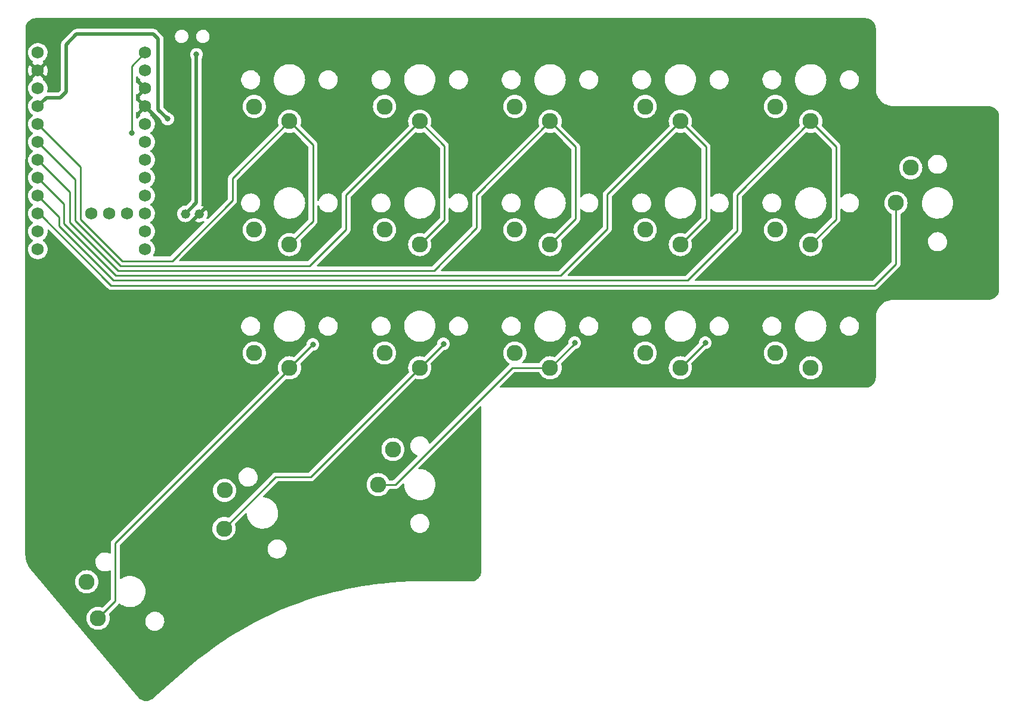
<source format=gbr>
%TF.GenerationSoftware,KiCad,Pcbnew,(6.0.7-1)-1*%
%TF.CreationDate,2022-10-06T22:38:22-07:00*%
%TF.ProjectId,karn-right,6b61726e-2d72-4696-9768-742e6b696361,rev?*%
%TF.SameCoordinates,Original*%
%TF.FileFunction,Copper,L2,Bot*%
%TF.FilePolarity,Positive*%
%FSLAX46Y46*%
G04 Gerber Fmt 4.6, Leading zero omitted, Abs format (unit mm)*
G04 Created by KiCad (PCBNEW (6.0.7-1)-1) date 2022-10-06 22:38:22*
%MOMM*%
%LPD*%
G01*
G04 APERTURE LIST*
%TA.AperFunction,ComponentPad*%
%ADD10C,2.282000*%
%TD*%
%TA.AperFunction,ComponentPad*%
%ADD11C,1.320800*%
%TD*%
%TA.AperFunction,ComponentPad*%
%ADD12C,1.752600*%
%TD*%
%TA.AperFunction,ViaPad*%
%ADD13C,0.800000*%
%TD*%
%TA.AperFunction,Conductor*%
%ADD14C,0.500000*%
%TD*%
%TA.AperFunction,Conductor*%
%ADD15C,0.250000*%
%TD*%
G04 APERTURE END LIST*
D10*
%TO.P,SW22,1,1*%
%TO.N,col2*%
X110500000Y-63400000D03*
%TO.P,SW22,2,2*%
%TO.N,Net-(D22-Pad2)*%
X105500000Y-61300000D03*
%TD*%
%TO.P,SW15,1,1*%
%TO.N,col5*%
X166000000Y-45900000D03*
%TO.P,SW15,2,2*%
%TO.N,Net-(D15-Pad2)*%
X161000000Y-43800000D03*
%TD*%
%TO.P,SW13,1,1*%
%TO.N,col3*%
X129000000Y-45900000D03*
%TO.P,SW13,2,2*%
%TO.N,Net-(D13-Pad2)*%
X124000000Y-43800000D03*
%TD*%
%TO.P,SW42,1,1*%
%TO.N,col2*%
X82713683Y-103733229D03*
%TO.P,SW42,2,2*%
%TO.N,Net-(D42-Pad2)*%
X82787736Y-98310636D03*
%TD*%
%TO.P,SW31,1,1*%
%TO.N,col1*%
X92000000Y-80900000D03*
%TO.P,SW31,2,2*%
%TO.N,Net-(D31-Pad2)*%
X87000000Y-78800000D03*
%TD*%
D11*
%TO.P,J1,1,1*%
%TO.N,BT+*%
X77199999Y-59052700D03*
%TO.P,J1,2,2*%
%TO.N,GND*%
X79200001Y-59052700D03*
%TD*%
D10*
%TO.P,SW26,1,1*%
%TO.N,col6*%
X178100000Y-57500000D03*
%TO.P,SW26,2,2*%
%TO.N,Net-(D26-Pad2)*%
X180200000Y-52500000D03*
%TD*%
%TO.P,SW33,1,1*%
%TO.N,col3*%
X129000000Y-80900000D03*
%TO.P,SW33,2,2*%
%TO.N,Net-(D33-Pad2)*%
X124000000Y-78800000D03*
%TD*%
%TO.P,SW25,1,1*%
%TO.N,col5*%
X166000000Y-63400000D03*
%TO.P,SW25,2,2*%
%TO.N,Net-(D25-Pad2)*%
X161000000Y-61300000D03*
%TD*%
%TO.P,SW32,1,1*%
%TO.N,col2*%
X110500000Y-80900000D03*
%TO.P,SW32,2,2*%
%TO.N,Net-(D32-Pad2)*%
X105500000Y-78800000D03*
%TD*%
%TO.P,SW21,1,1*%
%TO.N,col1*%
X92000000Y-63400000D03*
%TO.P,SW21,2,2*%
%TO.N,Net-(D21-Pad2)*%
X87000000Y-61300000D03*
%TD*%
%TO.P,SW41,1,1*%
%TO.N,col1*%
X64829498Y-116475681D03*
%TO.P,SW41,2,2*%
%TO.N,Net-(D41-Pad2)*%
X63224253Y-111295605D03*
%TD*%
%TO.P,SW12,1,1*%
%TO.N,col2*%
X110500000Y-45900000D03*
%TO.P,SW12,2,2*%
%TO.N,Net-(D12-Pad2)*%
X105500000Y-43800000D03*
%TD*%
%TO.P,SW35,1,1*%
%TO.N,col5*%
X166000000Y-80900000D03*
%TO.P,SW35,2,2*%
%TO.N,Net-(D35-Pad2)*%
X161000000Y-78800000D03*
%TD*%
%TO.P,SW11,1,1*%
%TO.N,col1*%
X92000000Y-45900000D03*
%TO.P,SW11,2,2*%
%TO.N,Net-(D11-Pad2)*%
X87000000Y-43800000D03*
%TD*%
%TO.P,SW23,1,1*%
%TO.N,col3*%
X129000000Y-63400000D03*
%TO.P,SW23,2,2*%
%TO.N,Net-(D23-Pad2)*%
X124000000Y-61300000D03*
%TD*%
%TO.P,SW34,1,1*%
%TO.N,col4*%
X147500000Y-80900000D03*
%TO.P,SW34,2,2*%
%TO.N,Net-(D34-Pad2)*%
X142500000Y-78800000D03*
%TD*%
%TO.P,SW43,1,1*%
%TO.N,col3*%
X104600000Y-97500000D03*
%TO.P,SW43,2,2*%
%TO.N,Net-(D43-Pad2)*%
X106700000Y-92500000D03*
%TD*%
%TO.P,SW14,1,1*%
%TO.N,col4*%
X147500000Y-45900000D03*
%TO.P,SW14,2,2*%
%TO.N,Net-(D14-Pad2)*%
X142500000Y-43800000D03*
%TD*%
%TO.P,SW24,1,1*%
%TO.N,col4*%
X147500000Y-63400000D03*
%TO.P,SW24,2,2*%
%TO.N,Net-(D24-Pad2)*%
X142500000Y-61300000D03*
%TD*%
D12*
%TO.P,U1,1,TX0/P0.06*%
%TO.N,led*%
X71520000Y-36159750D03*
%TO.P,U1,2,RX1/P0.08*%
%TO.N,unconnected-(U1-Pad2)*%
X71520000Y-38699750D03*
%TO.P,U1,3,GND*%
%TO.N,GND*%
X71520000Y-41239750D03*
%TO.P,U1,4,GND*%
X71520000Y-43779750D03*
%TO.P,U1,5,P0.17*%
%TO.N,unconnected-(U1-Pad5)*%
X71520000Y-46319750D03*
%TO.P,U1,6,P0.20*%
%TO.N,unconnected-(U1-Pad6)*%
X71520000Y-48859750D03*
%TO.P,U1,7,P0.22*%
%TO.N,row1*%
X71520000Y-51399750D03*
%TO.P,U1,8,P0.24*%
%TO.N,row2*%
X71520000Y-53939750D03*
%TO.P,U1,9,P1.00*%
%TO.N,row3*%
X71520000Y-56479750D03*
%TO.P,U1,10,P0.11*%
%TO.N,row4*%
X71520000Y-59019750D03*
%TO.P,U1,11,P1.04*%
%TO.N,unconnected-(U1-Pad11)*%
X71520000Y-61559750D03*
%TO.P,U1,12,P1.06*%
%TO.N,unconnected-(U1-Pad12)*%
X71520000Y-64099750D03*
%TO.P,U1,13,NFC1/P0.09*%
%TO.N,unconnected-(U1-Pad13)*%
X56280000Y-64099750D03*
%TO.P,U1,14,NFC2/P0.10*%
%TO.N,unconnected-(U1-Pad14)*%
X56280000Y-61559750D03*
%TO.P,U1,15,P1.11*%
%TO.N,col6*%
X56280000Y-59019750D03*
%TO.P,U1,16,P1.13*%
%TO.N,col5*%
X56280000Y-56479750D03*
%TO.P,U1,17,P1.15*%
%TO.N,col4*%
X56280000Y-53939750D03*
%TO.P,U1,18,AIN0/P0.02*%
%TO.N,col3*%
X56280000Y-51399750D03*
%TO.P,U1,19,AIN5/P0.29*%
%TO.N,col2*%
X56280000Y-48859750D03*
%TO.P,U1,20,AIN7/P0.31*%
%TO.N,col1*%
X56280000Y-46319750D03*
%TO.P,U1,21,VCC*%
%TO.N,VCC*%
X56280000Y-43779750D03*
%TO.P,U1,22,RST*%
%TO.N,reset*%
X56280000Y-41239750D03*
%TO.P,U1,23,GND*%
%TO.N,GND*%
X56280000Y-38699750D03*
%TO.P,U1,24,BATIN/P0.04*%
%TO.N,raw*%
X56280000Y-36159750D03*
%TO.P,U1,31,P1.01*%
%TO.N,unconnected-(U1-Pad31)*%
X68980000Y-59019750D03*
%TO.P,U1,32,P1.02*%
%TO.N,unconnected-(U1-Pad32)*%
X66440000Y-59019750D03*
%TO.P,U1,33,P1.07*%
%TO.N,unconnected-(U1-Pad33)*%
X63900000Y-59019750D03*
%TD*%
D13*
%TO.N,BT+*%
X78800000Y-36400000D03*
%TO.N,GND*%
X81808804Y-54029687D03*
%TO.N,VCC*%
X74704102Y-45564598D03*
%TO.N,led*%
X69599982Y-47579037D03*
%TO.N,col1*%
X95322303Y-77592999D03*
%TO.N,col2*%
X113860737Y-77507039D03*
%TO.N,col3*%
X132498087Y-77335002D03*
%TO.N,col4*%
X151029261Y-77346357D03*
%TD*%
D14*
%TO.N,BT+*%
X78800000Y-57452699D02*
X77199999Y-59052700D01*
X78800000Y-36400000D02*
X78800000Y-57452699D01*
%TO.N,GND*%
X77612753Y-60639948D02*
X79200001Y-59052700D01*
X81808804Y-56443897D02*
X79200001Y-59052700D01*
X73537325Y-45797075D02*
X73537325Y-58044296D01*
X71520000Y-43779750D02*
X73537325Y-45797075D01*
X73537325Y-58044296D02*
X76132977Y-60639948D01*
X76132977Y-60639948D02*
X77612753Y-60639948D01*
X81808804Y-54029687D02*
X81808804Y-56443897D01*
%TO.N,VCC*%
X56280000Y-43779750D02*
X57513765Y-42545985D01*
X57513765Y-42545985D02*
X59467231Y-42545985D01*
X72674666Y-33526273D02*
X73358160Y-34209767D01*
X60304775Y-41708441D02*
X60304775Y-35008083D01*
X59467231Y-42545985D02*
X60304775Y-41708441D01*
X73358160Y-34209767D02*
X73358160Y-44218656D01*
X60304775Y-35008083D02*
X61786585Y-33526273D01*
X61786585Y-33526273D02*
X72674666Y-33526273D01*
X73358160Y-44218656D02*
X74704102Y-45564598D01*
D15*
%TO.N,led*%
X69599982Y-38079768D02*
X71520000Y-36159750D01*
X69599982Y-47579037D02*
X69599982Y-38079768D01*
%TO.N,col1*%
X95322303Y-77592999D02*
X95307001Y-77592999D01*
X92000000Y-45900000D02*
X83915936Y-53984064D01*
X67259659Y-105842482D02*
X67259659Y-114045520D01*
X83915936Y-53984064D02*
X83915936Y-57146826D01*
X95338536Y-49238536D02*
X95338536Y-60061464D01*
X95338536Y-60061464D02*
X92000000Y-63400000D01*
X92000000Y-81102141D02*
X67259659Y-105842482D01*
X92000000Y-80900000D02*
X92000000Y-81102141D01*
X68244065Y-65723695D02*
X62361501Y-59841131D01*
X95307001Y-77592999D02*
X92000000Y-80900000D01*
X62361501Y-59841131D02*
X62361501Y-52401251D01*
X67259659Y-114045520D02*
X64829498Y-116475681D01*
X62361501Y-52401251D02*
X56280000Y-46319750D01*
X75339067Y-65723695D02*
X68244065Y-65723695D01*
X83915936Y-57146826D02*
X75339067Y-65723695D01*
X92000000Y-45900000D02*
X95338536Y-49238536D01*
%TO.N,col2*%
X94891111Y-66423838D02*
X68001202Y-66423838D01*
X61598115Y-54177865D02*
X56280000Y-48859750D01*
X61598115Y-60020751D02*
X61598115Y-54177865D01*
X110500000Y-80900000D02*
X94993154Y-96406846D01*
X110500000Y-80900000D02*
X113860737Y-77539263D01*
X113982683Y-59917317D02*
X110500000Y-63400000D01*
X100036857Y-56363143D02*
X100036857Y-61278092D01*
X113992683Y-49392683D02*
X113992683Y-59917317D01*
X110500000Y-45900000D02*
X113992683Y-49392683D01*
X90040066Y-96406846D02*
X82713683Y-103733229D01*
X100036857Y-61278092D02*
X94891111Y-66423838D01*
X68001202Y-66423838D02*
X61598115Y-60020751D01*
X110500000Y-45900000D02*
X100036857Y-56363143D01*
X113992683Y-59917317D02*
X113982683Y-59917317D01*
X113860737Y-77539263D02*
X113860737Y-77507039D01*
X94993154Y-96406846D02*
X90040066Y-96406846D01*
%TO.N,col3*%
X118573899Y-61053001D02*
X112510725Y-67116175D01*
X60791339Y-55911089D02*
X56280000Y-51399750D01*
X112510725Y-67116175D02*
X67664626Y-67116175D01*
X67664626Y-67116175D02*
X60834986Y-60286535D01*
X107018418Y-97500000D02*
X104600000Y-97500000D01*
X60834986Y-60286535D02*
X60791339Y-60286535D01*
X129000000Y-45900000D02*
X118573899Y-56326101D01*
X132625585Y-59784415D02*
X132615585Y-59784415D01*
X118573899Y-56326101D02*
X118573899Y-61053001D01*
X132625585Y-49525585D02*
X132625585Y-59784415D01*
X129000000Y-45900000D02*
X132625585Y-49525585D01*
X132498087Y-77401913D02*
X132498087Y-77335002D01*
X129000000Y-80900000D02*
X132498087Y-77401913D01*
X123618418Y-80900000D02*
X107018418Y-97500000D01*
X60791339Y-60286535D02*
X60791339Y-55911089D01*
X132615585Y-59784415D02*
X129000000Y-63400000D01*
X129000000Y-80900000D02*
X123618418Y-80900000D01*
%TO.N,col4*%
X59984843Y-57644593D02*
X56280000Y-53939750D01*
X59984843Y-60445914D02*
X59984843Y-57644593D01*
X147500000Y-45900000D02*
X151129108Y-49529108D01*
X67338117Y-67799188D02*
X59984843Y-60445914D01*
X151129108Y-49529108D02*
X151129108Y-59780893D01*
X151029261Y-77370739D02*
X151029261Y-77346357D01*
X151119107Y-59780893D02*
X147500000Y-63400000D01*
X147500000Y-45900000D02*
X137125684Y-56274316D01*
X137125684Y-56274316D02*
X137125684Y-61174674D01*
X151129108Y-59780893D02*
X151119107Y-59780893D01*
X130501170Y-67799188D02*
X67338117Y-67799188D01*
X147500000Y-80900000D02*
X151029261Y-77370739D01*
X137125684Y-61174674D02*
X130501170Y-67799188D01*
%TO.N,col5*%
X155573976Y-61447647D02*
X148526827Y-68494796D01*
X59276968Y-59476718D02*
X56280000Y-56479750D01*
X169600749Y-49500749D02*
X169600749Y-59799251D01*
X148526827Y-68494796D02*
X66999278Y-68494796D01*
X155573976Y-56326024D02*
X155573976Y-61447647D01*
X66999278Y-68494796D02*
X59276968Y-60772486D01*
X59276968Y-60772486D02*
X59276968Y-59476718D01*
X166000000Y-45900000D02*
X155573976Y-56326024D01*
X166000000Y-45900000D02*
X169600749Y-49500749D01*
X169600749Y-59799251D02*
X166000000Y-63400000D01*
%TO.N,col6*%
X66678531Y-69197706D02*
X56500575Y-59019750D01*
X175043137Y-69197706D02*
X66678531Y-69197706D01*
X56500575Y-59019750D02*
X56280000Y-59019750D01*
X178100000Y-57500000D02*
X178100000Y-66140843D01*
X178100000Y-66140843D02*
X175043137Y-69197706D01*
%TD*%
%TA.AperFunction,Conductor*%
%TO.N,GND*%
G36*
X173720643Y-31252000D02*
G01*
X173734950Y-31254228D01*
X173734953Y-31254228D01*
X173743823Y-31255609D01*
X173752725Y-31254445D01*
X173752727Y-31254445D01*
X173756031Y-31254013D01*
X173758637Y-31253672D01*
X173783959Y-31252929D01*
X173917436Y-31262475D01*
X173954410Y-31265120D01*
X173972205Y-31267678D01*
X174163657Y-31309326D01*
X174180902Y-31314390D01*
X174364474Y-31382860D01*
X174380826Y-31390327D01*
X174552783Y-31484222D01*
X174567907Y-31493942D01*
X174724753Y-31611356D01*
X174738339Y-31623129D01*
X174876871Y-31761661D01*
X174888644Y-31775247D01*
X175006058Y-31932093D01*
X175015778Y-31947217D01*
X175109673Y-32119174D01*
X175117140Y-32135526D01*
X175185610Y-32319098D01*
X175190676Y-32336348D01*
X175232322Y-32527796D01*
X175234880Y-32545590D01*
X175246570Y-32709030D01*
X175245865Y-32725978D01*
X175245882Y-32725978D01*
X175245772Y-32734951D01*
X175244391Y-32743823D01*
X175245555Y-32752725D01*
X175245555Y-32752728D01*
X175248436Y-32774756D01*
X175249500Y-32791093D01*
X175249500Y-41201259D01*
X175248000Y-41220643D01*
X175246072Y-41233028D01*
X175244391Y-41243823D01*
X175245199Y-41250000D01*
X175244930Y-41250000D01*
X175245419Y-41258088D01*
X175245419Y-41258090D01*
X175261970Y-41531699D01*
X175263195Y-41551953D01*
X175317723Y-41849502D01*
X175318855Y-41853134D01*
X175318855Y-41853135D01*
X175352723Y-41961821D01*
X175407719Y-42138310D01*
X175409281Y-42141780D01*
X175409283Y-42141786D01*
X175445048Y-42221252D01*
X175531871Y-42414164D01*
X175533840Y-42417421D01*
X175533842Y-42417425D01*
X175566294Y-42471107D01*
X175688368Y-42673042D01*
X175874928Y-42911169D01*
X176088831Y-43125072D01*
X176212061Y-43221616D01*
X176321947Y-43307706D01*
X176326958Y-43311632D01*
X176330222Y-43313605D01*
X176582575Y-43466158D01*
X176582579Y-43466160D01*
X176585836Y-43468129D01*
X176723763Y-43530205D01*
X176858214Y-43590717D01*
X176858220Y-43590719D01*
X176861690Y-43592281D01*
X177150498Y-43682277D01*
X177448047Y-43736805D01*
X177451839Y-43737034D01*
X177451844Y-43737035D01*
X177615696Y-43746946D01*
X177720069Y-43753259D01*
X177731715Y-43754587D01*
X177732846Y-43754688D01*
X177737646Y-43755496D01*
X177743864Y-43755572D01*
X177745141Y-43755588D01*
X177745146Y-43755588D01*
X177750000Y-43755647D01*
X177777051Y-43751773D01*
X177794913Y-43750500D01*
X191201259Y-43750500D01*
X191220643Y-43752000D01*
X191234950Y-43754228D01*
X191234953Y-43754228D01*
X191243823Y-43755609D01*
X191252725Y-43754445D01*
X191252727Y-43754445D01*
X191256031Y-43754013D01*
X191258637Y-43753672D01*
X191283959Y-43752929D01*
X191417436Y-43762475D01*
X191454410Y-43765120D01*
X191472205Y-43767678D01*
X191663657Y-43809326D01*
X191680902Y-43814390D01*
X191864474Y-43882860D01*
X191880826Y-43890327D01*
X192052783Y-43984222D01*
X192067907Y-43993942D01*
X192224753Y-44111356D01*
X192238339Y-44123129D01*
X192376871Y-44261661D01*
X192388644Y-44275247D01*
X192506058Y-44432093D01*
X192515778Y-44447217D01*
X192609673Y-44619174D01*
X192617140Y-44635526D01*
X192685610Y-44819098D01*
X192690674Y-44836343D01*
X192719210Y-44967518D01*
X192732322Y-45027796D01*
X192734880Y-45045590D01*
X192743940Y-45172255D01*
X192746570Y-45209030D01*
X192745865Y-45225978D01*
X192745882Y-45225978D01*
X192745772Y-45234951D01*
X192744391Y-45243823D01*
X192745555Y-45252725D01*
X192745555Y-45252728D01*
X192748436Y-45274756D01*
X192749500Y-45291093D01*
X192749500Y-69701259D01*
X192748000Y-69720643D01*
X192746824Y-69728199D01*
X192744391Y-69743823D01*
X192745555Y-69752725D01*
X192745555Y-69752727D01*
X192746328Y-69758635D01*
X192747071Y-69783959D01*
X192745924Y-69799993D01*
X192734880Y-69954410D01*
X192732322Y-69972204D01*
X192690676Y-70163652D01*
X192685610Y-70180902D01*
X192617140Y-70364474D01*
X192609673Y-70380826D01*
X192515778Y-70552783D01*
X192506058Y-70567907D01*
X192388644Y-70724753D01*
X192376871Y-70738339D01*
X192238339Y-70876871D01*
X192224753Y-70888644D01*
X192067907Y-71006058D01*
X192052783Y-71015778D01*
X191880826Y-71109673D01*
X191864474Y-71117140D01*
X191680902Y-71185610D01*
X191663657Y-71190674D01*
X191493073Y-71227782D01*
X191472204Y-71232322D01*
X191454410Y-71234880D01*
X191430663Y-71236578D01*
X191290967Y-71246570D01*
X191274022Y-71245865D01*
X191274022Y-71245882D01*
X191265049Y-71245772D01*
X191256177Y-71244391D01*
X191247275Y-71245555D01*
X191247272Y-71245555D01*
X191225244Y-71248436D01*
X191208907Y-71249500D01*
X177802576Y-71249500D01*
X177781671Y-71247754D01*
X177780690Y-71247589D01*
X177762354Y-71244504D01*
X177750000Y-71244353D01*
X177745172Y-71245044D01*
X177741816Y-71245263D01*
X177737877Y-71245663D01*
X177451845Y-71262965D01*
X177451841Y-71262966D01*
X177448047Y-71263195D01*
X177150498Y-71317723D01*
X176861690Y-71407719D01*
X176858220Y-71409281D01*
X176858214Y-71409283D01*
X176854024Y-71411169D01*
X176585836Y-71531871D01*
X176582579Y-71533840D01*
X176582575Y-71533842D01*
X176408856Y-71638859D01*
X176326958Y-71688368D01*
X176088831Y-71874928D01*
X175874928Y-72088831D01*
X175688368Y-72326958D01*
X175531871Y-72585836D01*
X175530307Y-72589312D01*
X175409513Y-72857705D01*
X175407719Y-72861690D01*
X175406586Y-72865326D01*
X175352189Y-73039894D01*
X175317723Y-73150498D01*
X175263195Y-73448047D01*
X175246380Y-73726031D01*
X175246241Y-73728321D01*
X175245803Y-73732382D01*
X175245792Y-73733288D01*
X175245921Y-73733601D01*
X175245883Y-73734237D01*
X175244391Y-73743823D01*
X175245015Y-73748595D01*
X175244930Y-73750000D01*
X175245199Y-73750000D01*
X175247657Y-73768794D01*
X175248436Y-73774755D01*
X175249500Y-73791092D01*
X175249500Y-82201259D01*
X175248000Y-82220643D01*
X175245813Y-82234692D01*
X175244391Y-82243823D01*
X175245555Y-82252725D01*
X175245555Y-82252727D01*
X175246328Y-82258635D01*
X175247071Y-82283961D01*
X175234880Y-82454410D01*
X175232322Y-82472204D01*
X175220554Y-82526304D01*
X175190676Y-82663652D01*
X175185610Y-82680902D01*
X175117140Y-82864474D01*
X175109673Y-82880826D01*
X175015778Y-83052783D01*
X175006058Y-83067907D01*
X174888644Y-83224753D01*
X174876871Y-83238339D01*
X174738339Y-83376871D01*
X174724753Y-83388644D01*
X174567907Y-83506058D01*
X174552783Y-83515778D01*
X174380826Y-83609673D01*
X174364474Y-83617140D01*
X174180902Y-83685610D01*
X174163657Y-83690674D01*
X173993073Y-83727782D01*
X173972204Y-83732322D01*
X173954410Y-83734880D01*
X173930663Y-83736578D01*
X173790967Y-83746570D01*
X173774022Y-83745865D01*
X173774022Y-83745882D01*
X173765049Y-83745772D01*
X173756177Y-83744391D01*
X173747275Y-83745555D01*
X173747272Y-83745555D01*
X173725244Y-83748436D01*
X173708907Y-83749500D01*
X121957699Y-83749500D01*
X121889578Y-83729498D01*
X121843085Y-83675842D01*
X121832981Y-83605568D01*
X121862475Y-83540988D01*
X121868604Y-83534405D01*
X123840604Y-81562405D01*
X123902916Y-81528379D01*
X123929699Y-81525500D01*
X127398152Y-81525500D01*
X127466273Y-81545502D01*
X127514560Y-81603281D01*
X127530993Y-81642954D01*
X127531001Y-81642970D01*
X127532890Y-81647530D01*
X127667892Y-81867833D01*
X127671103Y-81871593D01*
X127671107Y-81871598D01*
X127819748Y-82045634D01*
X127835695Y-82064305D01*
X127839457Y-82067518D01*
X128028402Y-82228893D01*
X128028407Y-82228897D01*
X128032167Y-82232108D01*
X128252470Y-82367110D01*
X128257040Y-82369003D01*
X128257044Y-82369005D01*
X128486607Y-82464093D01*
X128491180Y-82465987D01*
X128578252Y-82486891D01*
X128737606Y-82525149D01*
X128737612Y-82525150D01*
X128742419Y-82526304D01*
X129000000Y-82546576D01*
X129257581Y-82526304D01*
X129262388Y-82525150D01*
X129262394Y-82525149D01*
X129421748Y-82486891D01*
X129508820Y-82465987D01*
X129513393Y-82464093D01*
X129742956Y-82369005D01*
X129742960Y-82369003D01*
X129747530Y-82367110D01*
X129967833Y-82232108D01*
X129971593Y-82228897D01*
X129971598Y-82228893D01*
X130160543Y-82067518D01*
X130164305Y-82064305D01*
X130180252Y-82045634D01*
X130328893Y-81871598D01*
X130328897Y-81871593D01*
X130332108Y-81867833D01*
X130467110Y-81647530D01*
X130469006Y-81642954D01*
X130564093Y-81413393D01*
X130564094Y-81413389D01*
X130565987Y-81408820D01*
X130626304Y-81157581D01*
X130646576Y-80900000D01*
X145853424Y-80900000D01*
X145873696Y-81157581D01*
X145934013Y-81408820D01*
X145935906Y-81413389D01*
X145935907Y-81413393D01*
X146030995Y-81642954D01*
X146032890Y-81647530D01*
X146167892Y-81867833D01*
X146171103Y-81871593D01*
X146171107Y-81871598D01*
X146319748Y-82045634D01*
X146335695Y-82064305D01*
X146339457Y-82067518D01*
X146528402Y-82228893D01*
X146528407Y-82228897D01*
X146532167Y-82232108D01*
X146752470Y-82367110D01*
X146757040Y-82369003D01*
X146757044Y-82369005D01*
X146986607Y-82464093D01*
X146991180Y-82465987D01*
X147078252Y-82486891D01*
X147237606Y-82525149D01*
X147237612Y-82525150D01*
X147242419Y-82526304D01*
X147500000Y-82546576D01*
X147757581Y-82526304D01*
X147762388Y-82525150D01*
X147762394Y-82525149D01*
X147921748Y-82486891D01*
X148008820Y-82465987D01*
X148013393Y-82464093D01*
X148242956Y-82369005D01*
X148242960Y-82369003D01*
X148247530Y-82367110D01*
X148467833Y-82232108D01*
X148471593Y-82228897D01*
X148471598Y-82228893D01*
X148660543Y-82067518D01*
X148664305Y-82064305D01*
X148680252Y-82045634D01*
X148828893Y-81871598D01*
X148828897Y-81871593D01*
X148832108Y-81867833D01*
X148967110Y-81647530D01*
X148969006Y-81642954D01*
X149064093Y-81413393D01*
X149064094Y-81413389D01*
X149065987Y-81408820D01*
X149126304Y-81157581D01*
X149146576Y-80900000D01*
X164353424Y-80900000D01*
X164373696Y-81157581D01*
X164434013Y-81408820D01*
X164435906Y-81413389D01*
X164435907Y-81413393D01*
X164530995Y-81642954D01*
X164532890Y-81647530D01*
X164667892Y-81867833D01*
X164671103Y-81871593D01*
X164671107Y-81871598D01*
X164819748Y-82045634D01*
X164835695Y-82064305D01*
X164839457Y-82067518D01*
X165028402Y-82228893D01*
X165028407Y-82228897D01*
X165032167Y-82232108D01*
X165252470Y-82367110D01*
X165257040Y-82369003D01*
X165257044Y-82369005D01*
X165486607Y-82464093D01*
X165491180Y-82465987D01*
X165578252Y-82486891D01*
X165737606Y-82525149D01*
X165737612Y-82525150D01*
X165742419Y-82526304D01*
X166000000Y-82546576D01*
X166257581Y-82526304D01*
X166262388Y-82525150D01*
X166262394Y-82525149D01*
X166421748Y-82486891D01*
X166508820Y-82465987D01*
X166513393Y-82464093D01*
X166742956Y-82369005D01*
X166742960Y-82369003D01*
X166747530Y-82367110D01*
X166967833Y-82232108D01*
X166971593Y-82228897D01*
X166971598Y-82228893D01*
X167160543Y-82067518D01*
X167164305Y-82064305D01*
X167180252Y-82045634D01*
X167328893Y-81871598D01*
X167328897Y-81871593D01*
X167332108Y-81867833D01*
X167467110Y-81647530D01*
X167469006Y-81642954D01*
X167564093Y-81413393D01*
X167564094Y-81413389D01*
X167565987Y-81408820D01*
X167626304Y-81157581D01*
X167646576Y-80900000D01*
X167626304Y-80642419D01*
X167565987Y-80391180D01*
X167547900Y-80347514D01*
X167469005Y-80157044D01*
X167469003Y-80157040D01*
X167467110Y-80152470D01*
X167332108Y-79932167D01*
X167328897Y-79928407D01*
X167328893Y-79928402D01*
X167167518Y-79739457D01*
X167164305Y-79735695D01*
X167145634Y-79719748D01*
X166971598Y-79571107D01*
X166971593Y-79571103D01*
X166967833Y-79567892D01*
X166747530Y-79432890D01*
X166742960Y-79430997D01*
X166742956Y-79430995D01*
X166513393Y-79335907D01*
X166513391Y-79335906D01*
X166508820Y-79334013D01*
X166421748Y-79313109D01*
X166262394Y-79274851D01*
X166262388Y-79274850D01*
X166257581Y-79273696D01*
X166000000Y-79253424D01*
X165742419Y-79273696D01*
X165737612Y-79274850D01*
X165737606Y-79274851D01*
X165578252Y-79313109D01*
X165491180Y-79334013D01*
X165486609Y-79335906D01*
X165486607Y-79335907D01*
X165257044Y-79430995D01*
X165257040Y-79430997D01*
X165252470Y-79432890D01*
X165032167Y-79567892D01*
X165028407Y-79571103D01*
X165028402Y-79571107D01*
X164854366Y-79719748D01*
X164835695Y-79735695D01*
X164832482Y-79739457D01*
X164671107Y-79928402D01*
X164671103Y-79928407D01*
X164667892Y-79932167D01*
X164532890Y-80152470D01*
X164530997Y-80157040D01*
X164530995Y-80157044D01*
X164452100Y-80347514D01*
X164434013Y-80391180D01*
X164373696Y-80642419D01*
X164353424Y-80900000D01*
X149146576Y-80900000D01*
X149126304Y-80642419D01*
X149085867Y-80473984D01*
X149074513Y-80426692D01*
X149065987Y-80391180D01*
X149064097Y-80386617D01*
X149064095Y-80386611D01*
X149047659Y-80346933D01*
X149040069Y-80276343D01*
X149074972Y-80209618D01*
X150484590Y-78800000D01*
X159353424Y-78800000D01*
X159373696Y-79057581D01*
X159434013Y-79308820D01*
X159435906Y-79313391D01*
X159435907Y-79313393D01*
X159486476Y-79435476D01*
X159532890Y-79547530D01*
X159667892Y-79767833D01*
X159671103Y-79771593D01*
X159671107Y-79771598D01*
X159811848Y-79936384D01*
X159835695Y-79964305D01*
X159839457Y-79967518D01*
X160028402Y-80128893D01*
X160028407Y-80128897D01*
X160032167Y-80132108D01*
X160252470Y-80267110D01*
X160257040Y-80269003D01*
X160257044Y-80269005D01*
X160446582Y-80347514D01*
X160491180Y-80365987D01*
X160535470Y-80376620D01*
X160737606Y-80425149D01*
X160737612Y-80425150D01*
X160742419Y-80426304D01*
X161000000Y-80446576D01*
X161257581Y-80426304D01*
X161262388Y-80425150D01*
X161262394Y-80425149D01*
X161464530Y-80376620D01*
X161508820Y-80365987D01*
X161553418Y-80347514D01*
X161742956Y-80269005D01*
X161742960Y-80269003D01*
X161747530Y-80267110D01*
X161967833Y-80132108D01*
X161971593Y-80128897D01*
X161971598Y-80128893D01*
X162160543Y-79967518D01*
X162164305Y-79964305D01*
X162188152Y-79936384D01*
X162328893Y-79771598D01*
X162328897Y-79771593D01*
X162332108Y-79767833D01*
X162467110Y-79547530D01*
X162513525Y-79435476D01*
X162564093Y-79313393D01*
X162564094Y-79313391D01*
X162565987Y-79308820D01*
X162626304Y-79057581D01*
X162646576Y-78800000D01*
X162626304Y-78542419D01*
X162623420Y-78530404D01*
X162567142Y-78295992D01*
X162565987Y-78291180D01*
X162564093Y-78286607D01*
X162469005Y-78057044D01*
X162469003Y-78057040D01*
X162467110Y-78052470D01*
X162332108Y-77832167D01*
X162328897Y-77828407D01*
X162328893Y-77828402D01*
X162167518Y-77639457D01*
X162164305Y-77635695D01*
X162118236Y-77596348D01*
X161971598Y-77471107D01*
X161971593Y-77471103D01*
X161967833Y-77467892D01*
X161747530Y-77332890D01*
X161742960Y-77330997D01*
X161742956Y-77330995D01*
X161513393Y-77235907D01*
X161513391Y-77235906D01*
X161508820Y-77234013D01*
X161409923Y-77210270D01*
X161262394Y-77174851D01*
X161262388Y-77174850D01*
X161257581Y-77173696D01*
X161000000Y-77153424D01*
X160742419Y-77173696D01*
X160737612Y-77174850D01*
X160737606Y-77174851D01*
X160590077Y-77210270D01*
X160491180Y-77234013D01*
X160486609Y-77235906D01*
X160486607Y-77235907D01*
X160257044Y-77330995D01*
X160257040Y-77330997D01*
X160252470Y-77332890D01*
X160032167Y-77467892D01*
X160028407Y-77471103D01*
X160028402Y-77471107D01*
X159881764Y-77596348D01*
X159835695Y-77635695D01*
X159832482Y-77639457D01*
X159671107Y-77828402D01*
X159671103Y-77828407D01*
X159667892Y-77832167D01*
X159532890Y-78052470D01*
X159530997Y-78057040D01*
X159530995Y-78057044D01*
X159435907Y-78286607D01*
X159434013Y-78291180D01*
X159432858Y-78295992D01*
X159376581Y-78530404D01*
X159373696Y-78542419D01*
X159353424Y-78800000D01*
X150484590Y-78800000D01*
X151000828Y-78283762D01*
X151063140Y-78249736D01*
X151089923Y-78246857D01*
X151123907Y-78246857D01*
X151130360Y-78245485D01*
X151130364Y-78245485D01*
X151211049Y-78228335D01*
X151309064Y-78207501D01*
X151481991Y-78130508D01*
X151607591Y-78039255D01*
X151629793Y-78023124D01*
X151635132Y-78019245D01*
X151641864Y-78011769D01*
X151757375Y-77883481D01*
X151757376Y-77883480D01*
X151761794Y-77878573D01*
X151814356Y-77787533D01*
X151853136Y-77720364D01*
X151853137Y-77720363D01*
X151856440Y-77714641D01*
X151914935Y-77534613D01*
X151916129Y-77523258D01*
X151934031Y-77352922D01*
X151934721Y-77346357D01*
X151923113Y-77235907D01*
X151915625Y-77164664D01*
X151915625Y-77164662D01*
X151914935Y-77158101D01*
X151856440Y-76978073D01*
X151825807Y-76925014D01*
X151765097Y-76819862D01*
X151761794Y-76814141D01*
X151751570Y-76802786D01*
X151639547Y-76678372D01*
X151639545Y-76678371D01*
X151635132Y-76673469D01*
X151600881Y-76648584D01*
X151487333Y-76566087D01*
X151487332Y-76566086D01*
X151481991Y-76562206D01*
X151309064Y-76485213D01*
X151211049Y-76464379D01*
X151130364Y-76447229D01*
X151130360Y-76447229D01*
X151123907Y-76445857D01*
X150934615Y-76445857D01*
X150928162Y-76447229D01*
X150928158Y-76447229D01*
X150847473Y-76464379D01*
X150749458Y-76485213D01*
X150576531Y-76562206D01*
X150571190Y-76566086D01*
X150571189Y-76566087D01*
X150457641Y-76648584D01*
X150423390Y-76673469D01*
X150418977Y-76678371D01*
X150418975Y-76678372D01*
X150306952Y-76802786D01*
X150296728Y-76814141D01*
X150293425Y-76819862D01*
X150232716Y-76925014D01*
X150202082Y-76978073D01*
X150143587Y-77158101D01*
X150142897Y-77164662D01*
X150142897Y-77164664D01*
X150135409Y-77235907D01*
X150123801Y-77346357D01*
X150122298Y-77346199D01*
X150104489Y-77406850D01*
X150087586Y-77427824D01*
X148190382Y-79325027D01*
X148128070Y-79359053D01*
X148053070Y-79352341D01*
X148013399Y-79335909D01*
X148013392Y-79335907D01*
X148008820Y-79334013D01*
X147921748Y-79313109D01*
X147762394Y-79274851D01*
X147762388Y-79274850D01*
X147757581Y-79273696D01*
X147500000Y-79253424D01*
X147242419Y-79273696D01*
X147237612Y-79274850D01*
X147237606Y-79274851D01*
X147078252Y-79313109D01*
X146991180Y-79334013D01*
X146986609Y-79335906D01*
X146986607Y-79335907D01*
X146757044Y-79430995D01*
X146757040Y-79430997D01*
X146752470Y-79432890D01*
X146532167Y-79567892D01*
X146528407Y-79571103D01*
X146528402Y-79571107D01*
X146354366Y-79719748D01*
X146335695Y-79735695D01*
X146332482Y-79739457D01*
X146171107Y-79928402D01*
X146171103Y-79928407D01*
X146167892Y-79932167D01*
X146032890Y-80152470D01*
X146030997Y-80157040D01*
X146030995Y-80157044D01*
X145952100Y-80347514D01*
X145934013Y-80391180D01*
X145873696Y-80642419D01*
X145853424Y-80900000D01*
X130646576Y-80900000D01*
X130626304Y-80642419D01*
X130585867Y-80473984D01*
X130574513Y-80426692D01*
X130565987Y-80391180D01*
X130564097Y-80386617D01*
X130564095Y-80386611D01*
X130547659Y-80346933D01*
X130540069Y-80276343D01*
X130574972Y-80209618D01*
X131984591Y-78800000D01*
X140853424Y-78800000D01*
X140873696Y-79057581D01*
X140934013Y-79308820D01*
X140935906Y-79313391D01*
X140935907Y-79313393D01*
X140986476Y-79435476D01*
X141032890Y-79547530D01*
X141167892Y-79767833D01*
X141171103Y-79771593D01*
X141171107Y-79771598D01*
X141311848Y-79936384D01*
X141335695Y-79964305D01*
X141339457Y-79967518D01*
X141528402Y-80128893D01*
X141528407Y-80128897D01*
X141532167Y-80132108D01*
X141752470Y-80267110D01*
X141757040Y-80269003D01*
X141757044Y-80269005D01*
X141946582Y-80347514D01*
X141991180Y-80365987D01*
X142035470Y-80376620D01*
X142237606Y-80425149D01*
X142237612Y-80425150D01*
X142242419Y-80426304D01*
X142500000Y-80446576D01*
X142757581Y-80426304D01*
X142762388Y-80425150D01*
X142762394Y-80425149D01*
X142964530Y-80376620D01*
X143008820Y-80365987D01*
X143053418Y-80347514D01*
X143242956Y-80269005D01*
X143242960Y-80269003D01*
X143247530Y-80267110D01*
X143467833Y-80132108D01*
X143471593Y-80128897D01*
X143471598Y-80128893D01*
X143660543Y-79967518D01*
X143664305Y-79964305D01*
X143688152Y-79936384D01*
X143828893Y-79771598D01*
X143828897Y-79771593D01*
X143832108Y-79767833D01*
X143967110Y-79547530D01*
X144013525Y-79435476D01*
X144064093Y-79313393D01*
X144064094Y-79313391D01*
X144065987Y-79308820D01*
X144126304Y-79057581D01*
X144146576Y-78800000D01*
X144126304Y-78542419D01*
X144123420Y-78530404D01*
X144067142Y-78295992D01*
X144065987Y-78291180D01*
X144064093Y-78286607D01*
X143969005Y-78057044D01*
X143969003Y-78057040D01*
X143967110Y-78052470D01*
X143832108Y-77832167D01*
X143828897Y-77828407D01*
X143828893Y-77828402D01*
X143667518Y-77639457D01*
X143664305Y-77635695D01*
X143618236Y-77596348D01*
X143471598Y-77471107D01*
X143471593Y-77471103D01*
X143467833Y-77467892D01*
X143247530Y-77332890D01*
X143242960Y-77330997D01*
X143242956Y-77330995D01*
X143013393Y-77235907D01*
X143013391Y-77235906D01*
X143008820Y-77234013D01*
X142909923Y-77210270D01*
X142762394Y-77174851D01*
X142762388Y-77174850D01*
X142757581Y-77173696D01*
X142500000Y-77153424D01*
X142242419Y-77173696D01*
X142237612Y-77174850D01*
X142237606Y-77174851D01*
X142090077Y-77210270D01*
X141991180Y-77234013D01*
X141986609Y-77235906D01*
X141986607Y-77235907D01*
X141757044Y-77330995D01*
X141757040Y-77330997D01*
X141752470Y-77332890D01*
X141532167Y-77467892D01*
X141528407Y-77471103D01*
X141528402Y-77471107D01*
X141381764Y-77596348D01*
X141335695Y-77635695D01*
X141332482Y-77639457D01*
X141171107Y-77828402D01*
X141171103Y-77828407D01*
X141167892Y-77832167D01*
X141032890Y-78052470D01*
X141030997Y-78057040D01*
X141030995Y-78057044D01*
X140935907Y-78286607D01*
X140934013Y-78291180D01*
X140932858Y-78295992D01*
X140876581Y-78530404D01*
X140873696Y-78542419D01*
X140853424Y-78800000D01*
X131984591Y-78800000D01*
X132513188Y-78271403D01*
X132575500Y-78237377D01*
X132587164Y-78235502D01*
X132592733Y-78235502D01*
X132599187Y-78234130D01*
X132599189Y-78234130D01*
X132654998Y-78222267D01*
X132777890Y-78196146D01*
X132950817Y-78119153D01*
X133103958Y-78007890D01*
X133140771Y-77967006D01*
X133226201Y-77872126D01*
X133226202Y-77872125D01*
X133230620Y-77867218D01*
X133325266Y-77703286D01*
X133383761Y-77523258D01*
X133403547Y-77335002D01*
X133390512Y-77210981D01*
X133384451Y-77153309D01*
X133384451Y-77153307D01*
X133383761Y-77146746D01*
X133325266Y-76966718D01*
X133320175Y-76957899D01*
X133233923Y-76808507D01*
X133230620Y-76802786D01*
X133182506Y-76749350D01*
X133108373Y-76667017D01*
X133108371Y-76667016D01*
X133103958Y-76662114D01*
X133098619Y-76658235D01*
X132956159Y-76554732D01*
X132956158Y-76554731D01*
X132950817Y-76550851D01*
X132777890Y-76473858D01*
X132679875Y-76453024D01*
X132599190Y-76435874D01*
X132599186Y-76435874D01*
X132592733Y-76434502D01*
X132403441Y-76434502D01*
X132396988Y-76435874D01*
X132396984Y-76435874D01*
X132316299Y-76453024D01*
X132218284Y-76473858D01*
X132045357Y-76550851D01*
X132040016Y-76554731D01*
X132040015Y-76554732D01*
X131897555Y-76658235D01*
X131892216Y-76662114D01*
X131887803Y-76667016D01*
X131887801Y-76667017D01*
X131813668Y-76749350D01*
X131765554Y-76802786D01*
X131762251Y-76808507D01*
X131676000Y-76957899D01*
X131670908Y-76966718D01*
X131612413Y-77146746D01*
X131611723Y-77153307D01*
X131611723Y-77153309D01*
X131605662Y-77210981D01*
X131592627Y-77335002D01*
X131594693Y-77354665D01*
X131581923Y-77424501D01*
X131558479Y-77456930D01*
X129690382Y-79325027D01*
X129628070Y-79359053D01*
X129553070Y-79352341D01*
X129513399Y-79335909D01*
X129513392Y-79335907D01*
X129508820Y-79334013D01*
X129421748Y-79313109D01*
X129262394Y-79274851D01*
X129262388Y-79274850D01*
X129257581Y-79273696D01*
X129000000Y-79253424D01*
X128742419Y-79273696D01*
X128737612Y-79274850D01*
X128737606Y-79274851D01*
X128578252Y-79313109D01*
X128491180Y-79334013D01*
X128486609Y-79335906D01*
X128486607Y-79335907D01*
X128257044Y-79430995D01*
X128257040Y-79430997D01*
X128252470Y-79432890D01*
X128032167Y-79567892D01*
X128028407Y-79571103D01*
X128028402Y-79571107D01*
X127854366Y-79719748D01*
X127835695Y-79735695D01*
X127832482Y-79739457D01*
X127671107Y-79928402D01*
X127671103Y-79928407D01*
X127667892Y-79932167D01*
X127532890Y-80152470D01*
X127531001Y-80157030D01*
X127530993Y-80157046D01*
X127514560Y-80196719D01*
X127470012Y-80252000D01*
X127398152Y-80274500D01*
X125142651Y-80274500D01*
X125074530Y-80254498D01*
X125028037Y-80200842D01*
X125017933Y-80130568D01*
X125047427Y-80065988D01*
X125060816Y-80052693D01*
X125164305Y-79964305D01*
X125188152Y-79936384D01*
X125328893Y-79771598D01*
X125328897Y-79771593D01*
X125332108Y-79767833D01*
X125467110Y-79547530D01*
X125513525Y-79435476D01*
X125564093Y-79313393D01*
X125564094Y-79313391D01*
X125565987Y-79308820D01*
X125626304Y-79057581D01*
X125646576Y-78800000D01*
X125626304Y-78542419D01*
X125623420Y-78530404D01*
X125567142Y-78295992D01*
X125565987Y-78291180D01*
X125564093Y-78286607D01*
X125469005Y-78057044D01*
X125469003Y-78057040D01*
X125467110Y-78052470D01*
X125332108Y-77832167D01*
X125328897Y-77828407D01*
X125328893Y-77828402D01*
X125167518Y-77639457D01*
X125164305Y-77635695D01*
X125118236Y-77596348D01*
X124971598Y-77471107D01*
X124971593Y-77471103D01*
X124967833Y-77467892D01*
X124747530Y-77332890D01*
X124742960Y-77330997D01*
X124742956Y-77330995D01*
X124513393Y-77235907D01*
X124513391Y-77235906D01*
X124508820Y-77234013D01*
X124409923Y-77210270D01*
X124262394Y-77174851D01*
X124262388Y-77174850D01*
X124257581Y-77173696D01*
X124000000Y-77153424D01*
X123742419Y-77173696D01*
X123737612Y-77174850D01*
X123737606Y-77174851D01*
X123590077Y-77210270D01*
X123491180Y-77234013D01*
X123486609Y-77235906D01*
X123486607Y-77235907D01*
X123257044Y-77330995D01*
X123257040Y-77330997D01*
X123252470Y-77332890D01*
X123032167Y-77467892D01*
X123028407Y-77471103D01*
X123028402Y-77471107D01*
X122881764Y-77596348D01*
X122835695Y-77635695D01*
X122832482Y-77639457D01*
X122671107Y-77828402D01*
X122671103Y-77828407D01*
X122667892Y-77832167D01*
X122532890Y-78052470D01*
X122530997Y-78057040D01*
X122530995Y-78057044D01*
X122435907Y-78286607D01*
X122434013Y-78291180D01*
X122432858Y-78295992D01*
X122376581Y-78530404D01*
X122373696Y-78542419D01*
X122353424Y-78800000D01*
X122373696Y-79057581D01*
X122434013Y-79308820D01*
X122435906Y-79313391D01*
X122435907Y-79313393D01*
X122486476Y-79435476D01*
X122532890Y-79547530D01*
X122667892Y-79767833D01*
X122671103Y-79771593D01*
X122671107Y-79771598D01*
X122811848Y-79936384D01*
X122835695Y-79964305D01*
X122839457Y-79967518D01*
X123028402Y-80128893D01*
X123028407Y-80128897D01*
X123032167Y-80132108D01*
X123144331Y-80200842D01*
X123185468Y-80226051D01*
X123233099Y-80278699D01*
X123244706Y-80348740D01*
X123216603Y-80413938D01*
X123193691Y-80435422D01*
X123193244Y-80435746D01*
X123193241Y-80435749D01*
X123186831Y-80440406D01*
X123181778Y-80446514D01*
X123159053Y-80473984D01*
X123151063Y-80482764D01*
X111998400Y-91635427D01*
X111936088Y-91669453D01*
X111865273Y-91664388D01*
X111808437Y-91621841D01*
X111792113Y-91592613D01*
X111716802Y-91401913D01*
X111716801Y-91401911D01*
X111714841Y-91396948D01*
X111595865Y-91200881D01*
X111592368Y-91196851D01*
X111449055Y-91031697D01*
X111449053Y-91031695D01*
X111445555Y-91027664D01*
X111403770Y-90993402D01*
X111272337Y-90885633D01*
X111272331Y-90885629D01*
X111268209Y-90882249D01*
X111263573Y-90879610D01*
X111263570Y-90879608D01*
X111073540Y-90771437D01*
X111068897Y-90768794D01*
X110853319Y-90690543D01*
X110848070Y-90689594D01*
X110848067Y-90689593D01*
X110769517Y-90675389D01*
X110627638Y-90649733D01*
X110623499Y-90649538D01*
X110623492Y-90649537D01*
X110605101Y-90648670D01*
X110605092Y-90648670D01*
X110603612Y-90648600D01*
X110442416Y-90648600D01*
X110375957Y-90654239D01*
X110276791Y-90662653D01*
X110276787Y-90662654D01*
X110271480Y-90663104D01*
X110266325Y-90664442D01*
X110266319Y-90664443D01*
X110095728Y-90708720D01*
X110049495Y-90720720D01*
X109942775Y-90768794D01*
X109845251Y-90812725D01*
X109845248Y-90812726D01*
X109840390Y-90814915D01*
X109650146Y-90942995D01*
X109484202Y-91101298D01*
X109347302Y-91285297D01*
X109344886Y-91290048D01*
X109344884Y-91290052D01*
X109290536Y-91396948D01*
X109243362Y-91489732D01*
X109175353Y-91708757D01*
X109174652Y-91714043D01*
X109174652Y-91714045D01*
X109163815Y-91795813D01*
X109145220Y-91936110D01*
X109153824Y-92165290D01*
X109200919Y-92389743D01*
X109202876Y-92394699D01*
X109202878Y-92394705D01*
X109263075Y-92547131D01*
X109285159Y-92603052D01*
X109404135Y-92799119D01*
X109554445Y-92972336D01*
X109558576Y-92975723D01*
X109727663Y-93114367D01*
X109727669Y-93114371D01*
X109731791Y-93117751D01*
X109736427Y-93120390D01*
X109736430Y-93120392D01*
X109901094Y-93214124D01*
X109931103Y-93231206D01*
X109936121Y-93233027D01*
X109936120Y-93233027D01*
X110090959Y-93289231D01*
X110148167Y-93331276D01*
X110173562Y-93397575D01*
X110159082Y-93467079D01*
X110137062Y-93496765D01*
X106796232Y-96837595D01*
X106733920Y-96871621D01*
X106707137Y-96874500D01*
X106201848Y-96874500D01*
X106133727Y-96854498D01*
X106085440Y-96796719D01*
X106069007Y-96757046D01*
X106068999Y-96757030D01*
X106067110Y-96752470D01*
X105932108Y-96532167D01*
X105928897Y-96528407D01*
X105928893Y-96528402D01*
X105767518Y-96339457D01*
X105764305Y-96335695D01*
X105679869Y-96263580D01*
X105571598Y-96171107D01*
X105571593Y-96171103D01*
X105567833Y-96167892D01*
X105347530Y-96032890D01*
X105342960Y-96030997D01*
X105342956Y-96030995D01*
X105113393Y-95935907D01*
X105113391Y-95935906D01*
X105108820Y-95934013D01*
X105002613Y-95908515D01*
X104862394Y-95874851D01*
X104862388Y-95874850D01*
X104857581Y-95873696D01*
X104600000Y-95853424D01*
X104342419Y-95873696D01*
X104337612Y-95874850D01*
X104337606Y-95874851D01*
X104197387Y-95908515D01*
X104091180Y-95934013D01*
X104086609Y-95935906D01*
X104086607Y-95935907D01*
X103857044Y-96030995D01*
X103857040Y-96030997D01*
X103852470Y-96032890D01*
X103632167Y-96167892D01*
X103628407Y-96171103D01*
X103628402Y-96171107D01*
X103520131Y-96263580D01*
X103435695Y-96335695D01*
X103432482Y-96339457D01*
X103271107Y-96528402D01*
X103271103Y-96528407D01*
X103267892Y-96532167D01*
X103230389Y-96593367D01*
X103138391Y-96743494D01*
X103132890Y-96752470D01*
X103130997Y-96757040D01*
X103130995Y-96757044D01*
X103035907Y-96986607D01*
X103034013Y-96991180D01*
X103028392Y-97014593D01*
X102977473Y-97226688D01*
X102973696Y-97242419D01*
X102953424Y-97500000D01*
X102973696Y-97757581D01*
X102974850Y-97762388D01*
X102974851Y-97762394D01*
X102985471Y-97806628D01*
X103034013Y-98008820D01*
X103035906Y-98013391D01*
X103035907Y-98013393D01*
X103130995Y-98242954D01*
X103132890Y-98247530D01*
X103267892Y-98467833D01*
X103271103Y-98471593D01*
X103271107Y-98471598D01*
X103349414Y-98563283D01*
X103435695Y-98664305D01*
X103439457Y-98667518D01*
X103628402Y-98828893D01*
X103628407Y-98828897D01*
X103632167Y-98832108D01*
X103852470Y-98967110D01*
X103857040Y-98969003D01*
X103857044Y-98969005D01*
X104067093Y-99056010D01*
X104091180Y-99065987D01*
X104178252Y-99086891D01*
X104337606Y-99125149D01*
X104337612Y-99125150D01*
X104342419Y-99126304D01*
X104600000Y-99146576D01*
X104857581Y-99126304D01*
X104862388Y-99125150D01*
X104862394Y-99125149D01*
X105021748Y-99086891D01*
X105108820Y-99065987D01*
X105132907Y-99056010D01*
X105342956Y-98969005D01*
X105342960Y-98969003D01*
X105347530Y-98967110D01*
X105567833Y-98832108D01*
X105571593Y-98828897D01*
X105571598Y-98828893D01*
X105760543Y-98667518D01*
X105764305Y-98664305D01*
X105850586Y-98563283D01*
X105928893Y-98471598D01*
X105928897Y-98471593D01*
X105932108Y-98467833D01*
X106067110Y-98247530D01*
X106068999Y-98242970D01*
X106069007Y-98242954D01*
X106085440Y-98203281D01*
X106129988Y-98148000D01*
X106201848Y-98125500D01*
X106940715Y-98125500D01*
X106951675Y-98126017D01*
X106959085Y-98127673D01*
X106967011Y-98127424D01*
X106967012Y-98127424D01*
X107026259Y-98125562D01*
X107030217Y-98125500D01*
X107057768Y-98125500D01*
X107061691Y-98125004D01*
X107061806Y-98124997D01*
X107073486Y-98124077D01*
X107117045Y-98122709D01*
X107136134Y-98117163D01*
X107155480Y-98113156D01*
X107175210Y-98110664D01*
X107215741Y-98094616D01*
X107226942Y-98090781D01*
X107268808Y-98078618D01*
X107285917Y-98068500D01*
X107303663Y-98059805D01*
X107322150Y-98052486D01*
X107357409Y-98026869D01*
X107367328Y-98020354D01*
X107398008Y-98002210D01*
X107398012Y-98002207D01*
X107404838Y-97998170D01*
X107418888Y-97984120D01*
X107433922Y-97971279D01*
X107443591Y-97964254D01*
X107450005Y-97959594D01*
X107477788Y-97926010D01*
X107485777Y-97917231D01*
X108070999Y-97332009D01*
X108133311Y-97297983D01*
X108204126Y-97303048D01*
X108260962Y-97345595D01*
X108285773Y-97412115D01*
X108285964Y-97426819D01*
X108280920Y-97537906D01*
X108280530Y-97546491D01*
X108280893Y-97550639D01*
X108280893Y-97550644D01*
X108290001Y-97654745D01*
X108306175Y-97839622D01*
X108370364Y-98126786D01*
X108471968Y-98402938D01*
X108609203Y-98663226D01*
X108779657Y-98903078D01*
X108782501Y-98906127D01*
X108782506Y-98906134D01*
X108931572Y-99065987D01*
X108980335Y-99118279D01*
X109207712Y-99305049D01*
X109211269Y-99307255D01*
X109211274Y-99307258D01*
X109292479Y-99357607D01*
X109457793Y-99460106D01*
X109726185Y-99580726D01*
X109897295Y-99631736D01*
X110004173Y-99663598D01*
X110004175Y-99663598D01*
X110008172Y-99664790D01*
X110012292Y-99665443D01*
X110012294Y-99665443D01*
X110295319Y-99710270D01*
X110295325Y-99710271D01*
X110298800Y-99710821D01*
X110323383Y-99711937D01*
X110389413Y-99714936D01*
X110389434Y-99714936D01*
X110390833Y-99715000D01*
X110574632Y-99715000D01*
X110793603Y-99700456D01*
X110797697Y-99699631D01*
X110797701Y-99699630D01*
X111067007Y-99645328D01*
X111082049Y-99642295D01*
X111360268Y-99546497D01*
X111364010Y-99544623D01*
X111364015Y-99544621D01*
X111619629Y-99416618D01*
X111619631Y-99416617D01*
X111623373Y-99414743D01*
X111725372Y-99345424D01*
X111863283Y-99251701D01*
X111863286Y-99251699D01*
X111866742Y-99249350D01*
X112013338Y-99118279D01*
X112082982Y-99056010D01*
X112082983Y-99056009D01*
X112086099Y-99053223D01*
X112091055Y-99047441D01*
X112274865Y-98832986D01*
X112274870Y-98832979D01*
X112277589Y-98829807D01*
X112279863Y-98826305D01*
X112279867Y-98826300D01*
X112435577Y-98586526D01*
X112435579Y-98586523D01*
X112437849Y-98583027D01*
X112444882Y-98568217D01*
X112494550Y-98463616D01*
X112564064Y-98317221D01*
X112585085Y-98251750D01*
X112649061Y-98052486D01*
X112654015Y-98037056D01*
X112706122Y-97747456D01*
X112718107Y-97483524D01*
X112719281Y-97457679D01*
X112719281Y-97457674D01*
X112719470Y-97453509D01*
X112693825Y-97160378D01*
X112636745Y-96905016D01*
X112630550Y-96877302D01*
X112630549Y-96877299D01*
X112629636Y-96873214D01*
X112624897Y-96860332D01*
X112529474Y-96600982D01*
X112528032Y-96597062D01*
X112520881Y-96583498D01*
X112392744Y-96340467D01*
X112390797Y-96336774D01*
X112220343Y-96096922D01*
X112217499Y-96093873D01*
X112217494Y-96093866D01*
X112022515Y-95884777D01*
X112022513Y-95884775D01*
X112019665Y-95881721D01*
X111792288Y-95694951D01*
X111788731Y-95692745D01*
X111788726Y-95692742D01*
X111645647Y-95604029D01*
X111542207Y-95539894D01*
X111273815Y-95419274D01*
X111086906Y-95363554D01*
X110995827Y-95336402D01*
X110995825Y-95336402D01*
X110991828Y-95335210D01*
X110987708Y-95334557D01*
X110987706Y-95334557D01*
X110704681Y-95289730D01*
X110704675Y-95289729D01*
X110701200Y-95289179D01*
X110676617Y-95288063D01*
X110610587Y-95285064D01*
X110610566Y-95285064D01*
X110609167Y-95285000D01*
X110425368Y-95285000D01*
X110425368Y-95284805D01*
X110357527Y-95267312D01*
X110309278Y-95215230D01*
X110296845Y-95145331D01*
X110324176Y-95079806D01*
X110332994Y-95070014D01*
X114680095Y-90722914D01*
X119034405Y-86368604D01*
X119096717Y-86334578D01*
X119167532Y-86339643D01*
X119224368Y-86382190D01*
X119249179Y-86448710D01*
X119249500Y-86457699D01*
X119249500Y-109701259D01*
X119248000Y-109720643D01*
X119246308Y-109731512D01*
X119244391Y-109743823D01*
X119245555Y-109752725D01*
X119245555Y-109752727D01*
X119246328Y-109758635D01*
X119247071Y-109783961D01*
X119234880Y-109954410D01*
X119232322Y-109972204D01*
X119197714Y-110131300D01*
X119190676Y-110163652D01*
X119185610Y-110180902D01*
X119117140Y-110364474D01*
X119109673Y-110380826D01*
X119015778Y-110552783D01*
X119006058Y-110567907D01*
X118888644Y-110724753D01*
X118876871Y-110738339D01*
X118738339Y-110876871D01*
X118724753Y-110888644D01*
X118567907Y-111006058D01*
X118552783Y-111015778D01*
X118380826Y-111109673D01*
X118364474Y-111117140D01*
X118180902Y-111185610D01*
X118163657Y-111190674D01*
X117993073Y-111227782D01*
X117972204Y-111232322D01*
X117954410Y-111234880D01*
X117930663Y-111236578D01*
X117790967Y-111246570D01*
X117774022Y-111245865D01*
X117774022Y-111245882D01*
X117765049Y-111245772D01*
X117756177Y-111244391D01*
X117747275Y-111245555D01*
X117747272Y-111245555D01*
X117725244Y-111248436D01*
X117708907Y-111249500D01*
X110551943Y-111249500D01*
X110531289Y-111247795D01*
X110522850Y-111246393D01*
X110516149Y-111245279D01*
X110516147Y-111245279D01*
X110511340Y-111244480D01*
X110506465Y-111244430D01*
X110506462Y-111244430D01*
X110505237Y-111244418D01*
X110498986Y-111244354D01*
X110495087Y-111244921D01*
X110491375Y-111245074D01*
X109835730Y-111255195D01*
X109144495Y-111265865D01*
X109144490Y-111265865D01*
X109143657Y-111265878D01*
X107789378Y-111323194D01*
X107788572Y-111323250D01*
X107788569Y-111323250D01*
X107685709Y-111330375D01*
X106437126Y-111416861D01*
X105849876Y-111473421D01*
X105088714Y-111546731D01*
X105088679Y-111546735D01*
X105087878Y-111546812D01*
X105087068Y-111546912D01*
X105087032Y-111546916D01*
X103948289Y-111687551D01*
X103742607Y-111712953D01*
X102402283Y-111915164D01*
X101067874Y-112153299D01*
X101067061Y-112153467D01*
X101067044Y-112153470D01*
X100515782Y-112267203D01*
X99740341Y-112427187D01*
X99616830Y-112456148D01*
X98421461Y-112736438D01*
X98421432Y-112736445D01*
X98420644Y-112736630D01*
X98314258Y-112764610D01*
X97110527Y-113081196D01*
X97110515Y-113081199D01*
X97109733Y-113081405D01*
X97108970Y-113081628D01*
X97108933Y-113081638D01*
X95809426Y-113461008D01*
X95809397Y-113461017D01*
X95808554Y-113461263D01*
X94518047Y-113875929D01*
X94517268Y-113876203D01*
X94517237Y-113876213D01*
X93500591Y-114233280D01*
X93239142Y-114325106D01*
X92714051Y-114525527D01*
X91973505Y-114808184D01*
X91973479Y-114808194D01*
X91972762Y-114808468D01*
X91972022Y-114808773D01*
X91971998Y-114808783D01*
X91336218Y-115071226D01*
X90719821Y-115325667D01*
X89481222Y-115876330D01*
X89480476Y-115876686D01*
X88258581Y-116459715D01*
X88258551Y-116459730D01*
X88257859Y-116460060D01*
X88257178Y-116460408D01*
X88257147Y-116460423D01*
X87732424Y-116728328D01*
X87050615Y-117076435D01*
X85860360Y-117725011D01*
X84687953Y-118405320D01*
X84687222Y-118405771D01*
X84687205Y-118405781D01*
X84369963Y-118601440D01*
X83534241Y-119116871D01*
X82400055Y-119859151D01*
X82399316Y-119859664D01*
X82399293Y-119859679D01*
X82246612Y-119965567D01*
X81286214Y-120631624D01*
X81285540Y-120632119D01*
X81285506Y-120632143D01*
X80194205Y-121433230D01*
X80193520Y-121433733D01*
X79122764Y-122264900D01*
X79122109Y-122265437D01*
X79122093Y-122265450D01*
X78090370Y-123111683D01*
X78086211Y-123114837D01*
X78083873Y-123116219D01*
X78080123Y-123119302D01*
X78080119Y-123119305D01*
X78079423Y-123119878D01*
X78074330Y-123124065D01*
X78052804Y-123148207D01*
X78052591Y-123148446D01*
X78041364Y-123159550D01*
X72667339Y-127846407D01*
X72649698Y-127859280D01*
X72642483Y-127863641D01*
X72642481Y-127863642D01*
X72634795Y-127868288D01*
X72624687Y-127879300D01*
X72605770Y-127896141D01*
X72467357Y-127996369D01*
X72452093Y-128005840D01*
X72278659Y-128097000D01*
X72262197Y-128104204D01*
X72116087Y-128156074D01*
X72077558Y-128169752D01*
X72060231Y-128174542D01*
X71868154Y-128213144D01*
X71850321Y-128215420D01*
X71819350Y-128217142D01*
X71654698Y-128226294D01*
X71636727Y-128226008D01*
X71441547Y-128208931D01*
X71423795Y-128206091D01*
X71233039Y-128161412D01*
X71215873Y-128156074D01*
X71033412Y-128084701D01*
X71017179Y-128076974D01*
X70846737Y-127980362D01*
X70831772Y-127970406D01*
X70676806Y-127850514D01*
X70663409Y-127838527D01*
X70549341Y-127720780D01*
X70539038Y-127707410D01*
X70539017Y-127707427D01*
X70533332Y-127700481D01*
X70528690Y-127692800D01*
X70522082Y-127686734D01*
X70522078Y-127686729D01*
X70505595Y-127671599D01*
X70494320Y-127659817D01*
X61101050Y-116475681D01*
X63182922Y-116475681D01*
X63203194Y-116733262D01*
X63263511Y-116984501D01*
X63265404Y-116989072D01*
X63265405Y-116989074D01*
X63347688Y-117187721D01*
X63362388Y-117223211D01*
X63497390Y-117443514D01*
X63500601Y-117447274D01*
X63500605Y-117447279D01*
X63636530Y-117606426D01*
X63665193Y-117639986D01*
X63668955Y-117643199D01*
X63857900Y-117804574D01*
X63857905Y-117804578D01*
X63861665Y-117807789D01*
X64081968Y-117942791D01*
X64086538Y-117944684D01*
X64086542Y-117944686D01*
X64254434Y-118014229D01*
X64320678Y-118041668D01*
X64407750Y-118062572D01*
X64567104Y-118100830D01*
X64567110Y-118100831D01*
X64571917Y-118101985D01*
X64829498Y-118122257D01*
X65087079Y-118101985D01*
X65091886Y-118100831D01*
X65091892Y-118100830D01*
X65251246Y-118062572D01*
X65338318Y-118041668D01*
X65404562Y-118014229D01*
X65572454Y-117944686D01*
X65572458Y-117944684D01*
X65577028Y-117942791D01*
X65797331Y-117807789D01*
X65801091Y-117804578D01*
X65801096Y-117804574D01*
X65990041Y-117643199D01*
X65993803Y-117639986D01*
X66022466Y-117606426D01*
X66158391Y-117447279D01*
X66158395Y-117447274D01*
X66161606Y-117443514D01*
X66296608Y-117223211D01*
X66311309Y-117187721D01*
X66393591Y-116989074D01*
X66393592Y-116989072D01*
X66395485Y-116984501D01*
X66431956Y-116832588D01*
X71529712Y-116832588D01*
X71538316Y-117061768D01*
X71585411Y-117286221D01*
X71587368Y-117291177D01*
X71587370Y-117291183D01*
X71633009Y-117406746D01*
X71669651Y-117499530D01*
X71788627Y-117695597D01*
X71792124Y-117699627D01*
X71888225Y-117810373D01*
X71938937Y-117868814D01*
X71943068Y-117872201D01*
X72112155Y-118010845D01*
X72112161Y-118010849D01*
X72116283Y-118014229D01*
X72120919Y-118016868D01*
X72120922Y-118016870D01*
X72234572Y-118081563D01*
X72315595Y-118127684D01*
X72531173Y-118205935D01*
X72536422Y-118206884D01*
X72536425Y-118206885D01*
X72614975Y-118221089D01*
X72756854Y-118246745D01*
X72760993Y-118246940D01*
X72761000Y-118246941D01*
X72779391Y-118247808D01*
X72779400Y-118247808D01*
X72780880Y-118247878D01*
X72942076Y-118247878D01*
X73008535Y-118242239D01*
X73107701Y-118233825D01*
X73107705Y-118233824D01*
X73113012Y-118233374D01*
X73118167Y-118232036D01*
X73118173Y-118232035D01*
X73329826Y-118177100D01*
X73329825Y-118177100D01*
X73334997Y-118175758D01*
X73501331Y-118100830D01*
X73539241Y-118083753D01*
X73539244Y-118083752D01*
X73544102Y-118081563D01*
X73734346Y-117953483D01*
X73900290Y-117795180D01*
X74037190Y-117611181D01*
X74091638Y-117504091D01*
X74138712Y-117411502D01*
X74138712Y-117411501D01*
X74141130Y-117406746D01*
X74209139Y-117187721D01*
X74209840Y-117182433D01*
X74238572Y-116965653D01*
X74238572Y-116965648D01*
X74239272Y-116960368D01*
X74230668Y-116731188D01*
X74183573Y-116506735D01*
X74181616Y-116501779D01*
X74181614Y-116501773D01*
X74101292Y-116298387D01*
X74099333Y-116293426D01*
X73980357Y-116097359D01*
X73897656Y-116002054D01*
X73833547Y-115928175D01*
X73833545Y-115928173D01*
X73830047Y-115924142D01*
X73742093Y-115852024D01*
X73656829Y-115782111D01*
X73656823Y-115782107D01*
X73652701Y-115778727D01*
X73648065Y-115776088D01*
X73648062Y-115776086D01*
X73458032Y-115667915D01*
X73453389Y-115665272D01*
X73237811Y-115587021D01*
X73232562Y-115586072D01*
X73232559Y-115586071D01*
X73154009Y-115571867D01*
X73012130Y-115546211D01*
X73007991Y-115546016D01*
X73007984Y-115546015D01*
X72989593Y-115545148D01*
X72989584Y-115545148D01*
X72988104Y-115545078D01*
X72826908Y-115545078D01*
X72760449Y-115550717D01*
X72661283Y-115559131D01*
X72661279Y-115559132D01*
X72655972Y-115559582D01*
X72650817Y-115560920D01*
X72650811Y-115560921D01*
X72480220Y-115605198D01*
X72433987Y-115617198D01*
X72327267Y-115665272D01*
X72229743Y-115709203D01*
X72229740Y-115709204D01*
X72224882Y-115711393D01*
X72034638Y-115839473D01*
X71868694Y-115997776D01*
X71731794Y-116181775D01*
X71729378Y-116186526D01*
X71729376Y-116186530D01*
X71675028Y-116293426D01*
X71627854Y-116386210D01*
X71559845Y-116605235D01*
X71559144Y-116610521D01*
X71559144Y-116610523D01*
X71542239Y-116738075D01*
X71529712Y-116832588D01*
X66431956Y-116832588D01*
X66455802Y-116733262D01*
X66476074Y-116475681D01*
X66455802Y-116218100D01*
X66447082Y-116181775D01*
X66396638Y-115971664D01*
X66395485Y-115966861D01*
X66393595Y-115962298D01*
X66393593Y-115962292D01*
X66377157Y-115922614D01*
X66369567Y-115852024D01*
X66404470Y-115785299D01*
X67647005Y-114542764D01*
X67655126Y-114535374D01*
X67661536Y-114531306D01*
X67707560Y-114482296D01*
X67710315Y-114479454D01*
X67729779Y-114459990D01*
X67732207Y-114456860D01*
X67732297Y-114456758D01*
X67739885Y-114447874D01*
X67764292Y-114421884D01*
X67764294Y-114421881D01*
X67769721Y-114416102D01*
X67770461Y-114416796D01*
X67821059Y-114377778D01*
X67891795Y-114371701D01*
X67946749Y-114397827D01*
X68056872Y-114488283D01*
X68060429Y-114490489D01*
X68060434Y-114490492D01*
X68203513Y-114579205D01*
X68306953Y-114643340D01*
X68575345Y-114763960D01*
X68724644Y-114808468D01*
X68853333Y-114846832D01*
X68853335Y-114846832D01*
X68857332Y-114848024D01*
X68861452Y-114848677D01*
X68861454Y-114848677D01*
X69144479Y-114893504D01*
X69144485Y-114893505D01*
X69147960Y-114894055D01*
X69172543Y-114895171D01*
X69238573Y-114898170D01*
X69238594Y-114898170D01*
X69239993Y-114898234D01*
X69423792Y-114898234D01*
X69642763Y-114883690D01*
X69646857Y-114882865D01*
X69646861Y-114882864D01*
X69856880Y-114840516D01*
X69931209Y-114825529D01*
X70209428Y-114729731D01*
X70213170Y-114727857D01*
X70213175Y-114727855D01*
X70468789Y-114599852D01*
X70468791Y-114599851D01*
X70472533Y-114597977D01*
X70687032Y-114452204D01*
X70712443Y-114434935D01*
X70712446Y-114434933D01*
X70715902Y-114432584D01*
X70836110Y-114325106D01*
X70932142Y-114239244D01*
X70932143Y-114239243D01*
X70935259Y-114236457D01*
X71094764Y-114050359D01*
X71124025Y-114016220D01*
X71124030Y-114016213D01*
X71126749Y-114013041D01*
X71129023Y-114009539D01*
X71129027Y-114009534D01*
X71284737Y-113769760D01*
X71284739Y-113769757D01*
X71287009Y-113766261D01*
X71413224Y-113500455D01*
X71503175Y-113220290D01*
X71555282Y-112930690D01*
X71563027Y-112760129D01*
X71568441Y-112640913D01*
X71568441Y-112640908D01*
X71568630Y-112636743D01*
X71542985Y-112343612D01*
X71478796Y-112056448D01*
X71475451Y-112047355D01*
X71387752Y-111808998D01*
X71377192Y-111780296D01*
X71341755Y-111713083D01*
X71254089Y-111546812D01*
X71239957Y-111520008D01*
X71069503Y-111280156D01*
X71066659Y-111277107D01*
X71066654Y-111277100D01*
X70871675Y-111068011D01*
X70871673Y-111068009D01*
X70868825Y-111064955D01*
X70641448Y-110878185D01*
X70637891Y-110875979D01*
X70637886Y-110875976D01*
X70461506Y-110766616D01*
X70391367Y-110723128D01*
X70122975Y-110602508D01*
X69940383Y-110548075D01*
X69844987Y-110519636D01*
X69844985Y-110519636D01*
X69840988Y-110518444D01*
X69836868Y-110517791D01*
X69836866Y-110517791D01*
X69553841Y-110472964D01*
X69553835Y-110472963D01*
X69550360Y-110472413D01*
X69525777Y-110471297D01*
X69459747Y-110468298D01*
X69459726Y-110468298D01*
X69458327Y-110468234D01*
X69274528Y-110468234D01*
X69055557Y-110482778D01*
X69051463Y-110483603D01*
X69051459Y-110483604D01*
X68872762Y-110519636D01*
X68767111Y-110540939D01*
X68488892Y-110636737D01*
X68485150Y-110638611D01*
X68485145Y-110638613D01*
X68238731Y-110762009D01*
X68225787Y-110768491D01*
X68156431Y-110815625D01*
X68081981Y-110866221D01*
X68014397Y-110887967D01*
X67945785Y-110869723D01*
X67897928Y-110817279D01*
X67885159Y-110762009D01*
X67885159Y-106558671D01*
X88889624Y-106558671D01*
X88898228Y-106787851D01*
X88945323Y-107012304D01*
X88947280Y-107017260D01*
X88947282Y-107017266D01*
X88992847Y-107132643D01*
X89029563Y-107225613D01*
X89148539Y-107421680D01*
X89152036Y-107425710D01*
X89275170Y-107567609D01*
X89298849Y-107594897D01*
X89302980Y-107598284D01*
X89472067Y-107736928D01*
X89472073Y-107736932D01*
X89476195Y-107740312D01*
X89480831Y-107742951D01*
X89480834Y-107742953D01*
X89594484Y-107807646D01*
X89675507Y-107853767D01*
X89891085Y-107932018D01*
X89896334Y-107932967D01*
X89896337Y-107932968D01*
X89974887Y-107947172D01*
X90116766Y-107972828D01*
X90120905Y-107973023D01*
X90120912Y-107973024D01*
X90139303Y-107973891D01*
X90139312Y-107973891D01*
X90140792Y-107973961D01*
X90301988Y-107973961D01*
X90368447Y-107968322D01*
X90467613Y-107959908D01*
X90467617Y-107959907D01*
X90472924Y-107959457D01*
X90478079Y-107958119D01*
X90478085Y-107958118D01*
X90689738Y-107903183D01*
X90689737Y-107903183D01*
X90694909Y-107901841D01*
X90840980Y-107836041D01*
X90899153Y-107809836D01*
X90899156Y-107809835D01*
X90904014Y-107807646D01*
X91094258Y-107679566D01*
X91260202Y-107521263D01*
X91397102Y-107337264D01*
X91449949Y-107233323D01*
X91498624Y-107137585D01*
X91498624Y-107137584D01*
X91501042Y-107132829D01*
X91569051Y-106913804D01*
X91599184Y-106686451D01*
X91590580Y-106457271D01*
X91543485Y-106232818D01*
X91541528Y-106227862D01*
X91541526Y-106227856D01*
X91461204Y-106024470D01*
X91459245Y-106019509D01*
X91340269Y-105823442D01*
X91257568Y-105728137D01*
X91193459Y-105654258D01*
X91193457Y-105654256D01*
X91189959Y-105650225D01*
X91094801Y-105572200D01*
X91016741Y-105508194D01*
X91016735Y-105508190D01*
X91012613Y-105504810D01*
X91007977Y-105502171D01*
X91007974Y-105502169D01*
X90817944Y-105393998D01*
X90813301Y-105391355D01*
X90597723Y-105313104D01*
X90592474Y-105312155D01*
X90592471Y-105312154D01*
X90510448Y-105297322D01*
X90372042Y-105272294D01*
X90367903Y-105272099D01*
X90367896Y-105272098D01*
X90349505Y-105271231D01*
X90349496Y-105271231D01*
X90348016Y-105271161D01*
X90186820Y-105271161D01*
X90120361Y-105276800D01*
X90021195Y-105285214D01*
X90021191Y-105285215D01*
X90015884Y-105285665D01*
X90010729Y-105287003D01*
X90010723Y-105287004D01*
X89840132Y-105331281D01*
X89793899Y-105343281D01*
X89652188Y-105407117D01*
X89589655Y-105435286D01*
X89589652Y-105435287D01*
X89584794Y-105437476D01*
X89394550Y-105565556D01*
X89390693Y-105569235D01*
X89390691Y-105569237D01*
X89327379Y-105629634D01*
X89228606Y-105723859D01*
X89091706Y-105907858D01*
X89089290Y-105912609D01*
X89089288Y-105912613D01*
X88993217Y-106101572D01*
X88987766Y-106112293D01*
X88919757Y-106331318D01*
X88889624Y-106558671D01*
X67885159Y-106558671D01*
X67885159Y-106153762D01*
X67905161Y-106085641D01*
X67922064Y-106064667D01*
X70253502Y-103733229D01*
X81067107Y-103733229D01*
X81087379Y-103990810D01*
X81147696Y-104242049D01*
X81149589Y-104246620D01*
X81149590Y-104246622D01*
X81192991Y-104351400D01*
X81246573Y-104480759D01*
X81381575Y-104701062D01*
X81384786Y-104704822D01*
X81384790Y-104704827D01*
X81533431Y-104878863D01*
X81549378Y-104897534D01*
X81553140Y-104900747D01*
X81742085Y-105062122D01*
X81742090Y-105062126D01*
X81745850Y-105065337D01*
X81966153Y-105200339D01*
X81970723Y-105202232D01*
X81970727Y-105202234D01*
X82200290Y-105297322D01*
X82204863Y-105299216D01*
X82258754Y-105312154D01*
X82451289Y-105358378D01*
X82451295Y-105358379D01*
X82456102Y-105359533D01*
X82713683Y-105379805D01*
X82971264Y-105359533D01*
X82976071Y-105358379D01*
X82976077Y-105358378D01*
X83168612Y-105312154D01*
X83222503Y-105299216D01*
X83227076Y-105297322D01*
X83456639Y-105202234D01*
X83456643Y-105202232D01*
X83461213Y-105200339D01*
X83681516Y-105065337D01*
X83685276Y-105062126D01*
X83685281Y-105062122D01*
X83874226Y-104900747D01*
X83877988Y-104897534D01*
X83893935Y-104878863D01*
X84042576Y-104704827D01*
X84042580Y-104704822D01*
X84045791Y-104701062D01*
X84180793Y-104480759D01*
X84234376Y-104351400D01*
X84277776Y-104246622D01*
X84277777Y-104246620D01*
X84279670Y-104242049D01*
X84339987Y-103990810D01*
X84360259Y-103733229D01*
X84339987Y-103475648D01*
X84330334Y-103435438D01*
X84280823Y-103229212D01*
X84279670Y-103224409D01*
X84277780Y-103219846D01*
X84277778Y-103219840D01*
X84261342Y-103180162D01*
X84253752Y-103109572D01*
X84288655Y-103042847D01*
X85757230Y-101574272D01*
X85819542Y-101540246D01*
X85890357Y-101545311D01*
X85947193Y-101587858D01*
X85971846Y-101652385D01*
X85990243Y-101862672D01*
X86054432Y-102149836D01*
X86055876Y-102153761D01*
X86055877Y-102153764D01*
X86070049Y-102192282D01*
X86156036Y-102425988D01*
X86157983Y-102429681D01*
X86157984Y-102429683D01*
X86192331Y-102494827D01*
X86293271Y-102686276D01*
X86463725Y-102926128D01*
X86466569Y-102929177D01*
X86466574Y-102929184D01*
X86634789Y-103109572D01*
X86664403Y-103141329D01*
X86891780Y-103328099D01*
X86895337Y-103330305D01*
X86895342Y-103330308D01*
X86982784Y-103384524D01*
X87141861Y-103483156D01*
X87410253Y-103603776D01*
X87581363Y-103654786D01*
X87688241Y-103686648D01*
X87688243Y-103686648D01*
X87692240Y-103687840D01*
X87696360Y-103688493D01*
X87696362Y-103688493D01*
X87979387Y-103733320D01*
X87979393Y-103733321D01*
X87982868Y-103733871D01*
X88007451Y-103734987D01*
X88073481Y-103737986D01*
X88073502Y-103737986D01*
X88074901Y-103738050D01*
X88258700Y-103738050D01*
X88477671Y-103723506D01*
X88481765Y-103722681D01*
X88481769Y-103722680D01*
X88691788Y-103680332D01*
X88766117Y-103665345D01*
X89044336Y-103569547D01*
X89048078Y-103567673D01*
X89048083Y-103567671D01*
X89303697Y-103439668D01*
X89303699Y-103439667D01*
X89307441Y-103437793D01*
X89515589Y-103296336D01*
X89547351Y-103274751D01*
X89547354Y-103274749D01*
X89550810Y-103272400D01*
X89653973Y-103180162D01*
X89767050Y-103079060D01*
X89767051Y-103079059D01*
X89770167Y-103076273D01*
X89785350Y-103058559D01*
X89890301Y-102936110D01*
X109145220Y-102936110D01*
X109153824Y-103165290D01*
X109200919Y-103389743D01*
X109202876Y-103394699D01*
X109202878Y-103394705D01*
X109248517Y-103510268D01*
X109285159Y-103603052D01*
X109404135Y-103799119D01*
X109407632Y-103803149D01*
X109490549Y-103898702D01*
X109554445Y-103972336D01*
X109596230Y-104006598D01*
X109727663Y-104114367D01*
X109727669Y-104114371D01*
X109731791Y-104117751D01*
X109736427Y-104120390D01*
X109736430Y-104120392D01*
X109850080Y-104185085D01*
X109931103Y-104231206D01*
X110146681Y-104309457D01*
X110151930Y-104310406D01*
X110151933Y-104310407D01*
X110230483Y-104324611D01*
X110372362Y-104350267D01*
X110376501Y-104350462D01*
X110376508Y-104350463D01*
X110394899Y-104351330D01*
X110394908Y-104351330D01*
X110396388Y-104351400D01*
X110557584Y-104351400D01*
X110624043Y-104345761D01*
X110723209Y-104337347D01*
X110723213Y-104337346D01*
X110728520Y-104336896D01*
X110733675Y-104335558D01*
X110733681Y-104335557D01*
X110945334Y-104280622D01*
X110945333Y-104280622D01*
X110950505Y-104279280D01*
X111096576Y-104213480D01*
X111154749Y-104187275D01*
X111154752Y-104187274D01*
X111159610Y-104185085D01*
X111349854Y-104057005D01*
X111515798Y-103898702D01*
X111652698Y-103714703D01*
X111678486Y-103663983D01*
X111754220Y-103515024D01*
X111754220Y-103515023D01*
X111756638Y-103510268D01*
X111824647Y-103291243D01*
X111826833Y-103274751D01*
X111854080Y-103069175D01*
X111854080Y-103069170D01*
X111854780Y-103063890D01*
X111846176Y-102834710D01*
X111799081Y-102610257D01*
X111797124Y-102605301D01*
X111797122Y-102605295D01*
X111724761Y-102422068D01*
X111714841Y-102396948D01*
X111595865Y-102200881D01*
X111554979Y-102153764D01*
X111449055Y-102031697D01*
X111449053Y-102031695D01*
X111445555Y-102027664D01*
X111403770Y-101993402D01*
X111272337Y-101885633D01*
X111272331Y-101885629D01*
X111268209Y-101882249D01*
X111263573Y-101879610D01*
X111263570Y-101879608D01*
X111073540Y-101771437D01*
X111068897Y-101768794D01*
X110853319Y-101690543D01*
X110848070Y-101689594D01*
X110848067Y-101689593D01*
X110769517Y-101675389D01*
X110627638Y-101649733D01*
X110623499Y-101649538D01*
X110623492Y-101649537D01*
X110605101Y-101648670D01*
X110605092Y-101648670D01*
X110603612Y-101648600D01*
X110442416Y-101648600D01*
X110375957Y-101654239D01*
X110276791Y-101662653D01*
X110276787Y-101662654D01*
X110271480Y-101663104D01*
X110266325Y-101664442D01*
X110266319Y-101664443D01*
X110095728Y-101708720D01*
X110049495Y-101720720D01*
X109903424Y-101786520D01*
X109845251Y-101812725D01*
X109845248Y-101812726D01*
X109840390Y-101814915D01*
X109650146Y-101942995D01*
X109484202Y-102101298D01*
X109347302Y-102285297D01*
X109344886Y-102290048D01*
X109344884Y-102290052D01*
X109277764Y-102422068D01*
X109243362Y-102489732D01*
X109175353Y-102708757D01*
X109174652Y-102714043D01*
X109174652Y-102714045D01*
X109146138Y-102929184D01*
X109145220Y-102936110D01*
X89890301Y-102936110D01*
X89958933Y-102856036D01*
X89958938Y-102856029D01*
X89961657Y-102852857D01*
X89963931Y-102849355D01*
X89963935Y-102849350D01*
X90119645Y-102609576D01*
X90119647Y-102609573D01*
X90121917Y-102606077D01*
X90137773Y-102572686D01*
X90179420Y-102484976D01*
X90248132Y-102340271D01*
X90338083Y-102060106D01*
X90390190Y-101770506D01*
X90403538Y-101476559D01*
X90377893Y-101183428D01*
X90313704Y-100896264D01*
X90212100Y-100620112D01*
X90074865Y-100359824D01*
X89904411Y-100119972D01*
X89901567Y-100116923D01*
X89901562Y-100116916D01*
X89706583Y-99907827D01*
X89706581Y-99907825D01*
X89703733Y-99904771D01*
X89476356Y-99718001D01*
X89472799Y-99715795D01*
X89472794Y-99715792D01*
X89254954Y-99580726D01*
X89226275Y-99562944D01*
X88957883Y-99442324D01*
X88786773Y-99391314D01*
X88679895Y-99359452D01*
X88679893Y-99359452D01*
X88675896Y-99358260D01*
X88671776Y-99357607D01*
X88671774Y-99357607D01*
X88388749Y-99312780D01*
X88388743Y-99312779D01*
X88385268Y-99312229D01*
X88320555Y-99309291D01*
X88253413Y-99286220D01*
X88209401Y-99230511D01*
X88202495Y-99159851D01*
X88237176Y-99094326D01*
X89183503Y-98148000D01*
X90262252Y-97069251D01*
X90324564Y-97035225D01*
X90351347Y-97032346D01*
X94915451Y-97032346D01*
X94926411Y-97032863D01*
X94933821Y-97034519D01*
X94941747Y-97034270D01*
X94941748Y-97034270D01*
X95000995Y-97032408D01*
X95004953Y-97032346D01*
X95032504Y-97032346D01*
X95036427Y-97031850D01*
X95036542Y-97031843D01*
X95048222Y-97030923D01*
X95091781Y-97029555D01*
X95110870Y-97024009D01*
X95130216Y-97020002D01*
X95149946Y-97017510D01*
X95190477Y-97001462D01*
X95201678Y-96997627D01*
X95243544Y-96985464D01*
X95260653Y-96975346D01*
X95278399Y-96966651D01*
X95296886Y-96959332D01*
X95332145Y-96933715D01*
X95342064Y-96927200D01*
X95372744Y-96909056D01*
X95372748Y-96909053D01*
X95379574Y-96905016D01*
X95393624Y-96890966D01*
X95408658Y-96878125D01*
X95418327Y-96871100D01*
X95424741Y-96866440D01*
X95452524Y-96832856D01*
X95460513Y-96824077D01*
X99784590Y-92500000D01*
X105053424Y-92500000D01*
X105073696Y-92757581D01*
X105074850Y-92762388D01*
X105074851Y-92762394D01*
X105083668Y-92799119D01*
X105134013Y-93008820D01*
X105135906Y-93013391D01*
X105135907Y-93013393D01*
X105226883Y-93233027D01*
X105232890Y-93247530D01*
X105367892Y-93467833D01*
X105371103Y-93471593D01*
X105371107Y-93471598D01*
X105392602Y-93496765D01*
X105535695Y-93664305D01*
X105539457Y-93667518D01*
X105728402Y-93828893D01*
X105728407Y-93828897D01*
X105732167Y-93832108D01*
X105952470Y-93967110D01*
X105957040Y-93969003D01*
X105957044Y-93969005D01*
X106186607Y-94064093D01*
X106191180Y-94065987D01*
X106278252Y-94086891D01*
X106437606Y-94125149D01*
X106437612Y-94125150D01*
X106442419Y-94126304D01*
X106700000Y-94146576D01*
X106957581Y-94126304D01*
X106962388Y-94125150D01*
X106962394Y-94125149D01*
X107121748Y-94086891D01*
X107208820Y-94065987D01*
X107213393Y-94064093D01*
X107442956Y-93969005D01*
X107442960Y-93969003D01*
X107447530Y-93967110D01*
X107667833Y-93832108D01*
X107671593Y-93828897D01*
X107671598Y-93828893D01*
X107860543Y-93667518D01*
X107864305Y-93664305D01*
X108007398Y-93496765D01*
X108028893Y-93471598D01*
X108028897Y-93471593D01*
X108032108Y-93467833D01*
X108167110Y-93247530D01*
X108173118Y-93233027D01*
X108264093Y-93013393D01*
X108264094Y-93013391D01*
X108265987Y-93008820D01*
X108316332Y-92799119D01*
X108325149Y-92762394D01*
X108325150Y-92762388D01*
X108326304Y-92757581D01*
X108346576Y-92500000D01*
X108326304Y-92242419D01*
X108265987Y-91991180D01*
X108264093Y-91986607D01*
X108169005Y-91757044D01*
X108169003Y-91757040D01*
X108167110Y-91752470D01*
X108032108Y-91532167D01*
X108028897Y-91528407D01*
X108028893Y-91528402D01*
X107867518Y-91339457D01*
X107864305Y-91335695D01*
X107711801Y-91205444D01*
X107671598Y-91171107D01*
X107671593Y-91171103D01*
X107667833Y-91167892D01*
X107447530Y-91032890D01*
X107442960Y-91030997D01*
X107442956Y-91030995D01*
X107213393Y-90935907D01*
X107213391Y-90935906D01*
X107208820Y-90934013D01*
X107121748Y-90913109D01*
X106962394Y-90874851D01*
X106962388Y-90874850D01*
X106957581Y-90873696D01*
X106700000Y-90853424D01*
X106442419Y-90873696D01*
X106437612Y-90874850D01*
X106437606Y-90874851D01*
X106278252Y-90913109D01*
X106191180Y-90934013D01*
X106186609Y-90935906D01*
X106186607Y-90935907D01*
X105957044Y-91030995D01*
X105957040Y-91030997D01*
X105952470Y-91032890D01*
X105732167Y-91167892D01*
X105728407Y-91171103D01*
X105728402Y-91171107D01*
X105688199Y-91205444D01*
X105535695Y-91335695D01*
X105532482Y-91339457D01*
X105371107Y-91528402D01*
X105371103Y-91528407D01*
X105367892Y-91532167D01*
X105232890Y-91752470D01*
X105230997Y-91757040D01*
X105230995Y-91757044D01*
X105135907Y-91986607D01*
X105134013Y-91991180D01*
X105073696Y-92242419D01*
X105053424Y-92500000D01*
X99784590Y-92500000D01*
X109809618Y-82474973D01*
X109871930Y-82440947D01*
X109946930Y-82447659D01*
X109986601Y-82464091D01*
X109986608Y-82464093D01*
X109991180Y-82465987D01*
X110078252Y-82486891D01*
X110237606Y-82525149D01*
X110237612Y-82525150D01*
X110242419Y-82526304D01*
X110500000Y-82546576D01*
X110757581Y-82526304D01*
X110762388Y-82525150D01*
X110762394Y-82525149D01*
X110921748Y-82486891D01*
X111008820Y-82465987D01*
X111013393Y-82464093D01*
X111242956Y-82369005D01*
X111242960Y-82369003D01*
X111247530Y-82367110D01*
X111467833Y-82232108D01*
X111471593Y-82228897D01*
X111471598Y-82228893D01*
X111660543Y-82067518D01*
X111664305Y-82064305D01*
X111680252Y-82045634D01*
X111828893Y-81871598D01*
X111828897Y-81871593D01*
X111832108Y-81867833D01*
X111967110Y-81647530D01*
X111969006Y-81642954D01*
X112064093Y-81413393D01*
X112064094Y-81413389D01*
X112065987Y-81408820D01*
X112126304Y-81157581D01*
X112146576Y-80900000D01*
X112126304Y-80642419D01*
X112085867Y-80473984D01*
X112074513Y-80426692D01*
X112065987Y-80391180D01*
X112064097Y-80386617D01*
X112064095Y-80386611D01*
X112047659Y-80346933D01*
X112040069Y-80276343D01*
X112074972Y-80209618D01*
X112948682Y-79335909D01*
X113840147Y-78444444D01*
X113902459Y-78410418D01*
X113929242Y-78407539D01*
X113955383Y-78407539D01*
X113961836Y-78406167D01*
X113961840Y-78406167D01*
X114042525Y-78389017D01*
X114140540Y-78368183D01*
X114313467Y-78291190D01*
X114374487Y-78246857D01*
X114461269Y-78183806D01*
X114466608Y-78179927D01*
X114521023Y-78119494D01*
X114588851Y-78044163D01*
X114588852Y-78044162D01*
X114593270Y-78039255D01*
X114604823Y-78019245D01*
X114684612Y-77881046D01*
X114684613Y-77881045D01*
X114687916Y-77875323D01*
X114746411Y-77695295D01*
X114753193Y-77630772D01*
X114765507Y-77513604D01*
X114766197Y-77507039D01*
X114764838Y-77494113D01*
X114747101Y-77325346D01*
X114747101Y-77325344D01*
X114746411Y-77318783D01*
X114687916Y-77138755D01*
X114593270Y-76974823D01*
X114540862Y-76916618D01*
X114471023Y-76839054D01*
X114471021Y-76839053D01*
X114466608Y-76834151D01*
X114446941Y-76819862D01*
X114318809Y-76726769D01*
X114318808Y-76726768D01*
X114313467Y-76722888D01*
X114140540Y-76645895D01*
X114042525Y-76625061D01*
X113961840Y-76607911D01*
X113961836Y-76607911D01*
X113955383Y-76606539D01*
X113766091Y-76606539D01*
X113759638Y-76607911D01*
X113759634Y-76607911D01*
X113678949Y-76625061D01*
X113580934Y-76645895D01*
X113408007Y-76722888D01*
X113402666Y-76726768D01*
X113402665Y-76726769D01*
X113274533Y-76819862D01*
X113254866Y-76834151D01*
X113250453Y-76839053D01*
X113250451Y-76839054D01*
X113180612Y-76916618D01*
X113128204Y-76974823D01*
X113033558Y-77138755D01*
X112975063Y-77318783D01*
X112974373Y-77325344D01*
X112974373Y-77325346D01*
X112956636Y-77494113D01*
X112955277Y-77507039D01*
X112955475Y-77508927D01*
X112935965Y-77575374D01*
X112919062Y-77596348D01*
X111190382Y-79325027D01*
X111128070Y-79359053D01*
X111053070Y-79352341D01*
X111013399Y-79335909D01*
X111013392Y-79335907D01*
X111008820Y-79334013D01*
X110921748Y-79313109D01*
X110762394Y-79274851D01*
X110762388Y-79274850D01*
X110757581Y-79273696D01*
X110500000Y-79253424D01*
X110242419Y-79273696D01*
X110237612Y-79274850D01*
X110237606Y-79274851D01*
X110078252Y-79313109D01*
X109991180Y-79334013D01*
X109986609Y-79335906D01*
X109986607Y-79335907D01*
X109757044Y-79430995D01*
X109757040Y-79430997D01*
X109752470Y-79432890D01*
X109532167Y-79567892D01*
X109528407Y-79571103D01*
X109528402Y-79571107D01*
X109354366Y-79719748D01*
X109335695Y-79735695D01*
X109332482Y-79739457D01*
X109171107Y-79928402D01*
X109171103Y-79928407D01*
X109167892Y-79932167D01*
X109032890Y-80152470D01*
X109030997Y-80157040D01*
X109030995Y-80157044D01*
X108952100Y-80347514D01*
X108934013Y-80391180D01*
X108873696Y-80642419D01*
X108853424Y-80900000D01*
X108873696Y-81157581D01*
X108934013Y-81408820D01*
X108935903Y-81413383D01*
X108935905Y-81413389D01*
X108952341Y-81453067D01*
X108959931Y-81523657D01*
X108925028Y-81590382D01*
X94770968Y-95744441D01*
X94708656Y-95778467D01*
X94681873Y-95781346D01*
X90117764Y-95781346D01*
X90106803Y-95780829D01*
X90099398Y-95779174D01*
X90037539Y-95781118D01*
X90032242Y-95781284D01*
X90028285Y-95781346D01*
X90000716Y-95781346D01*
X89996781Y-95781843D01*
X89996671Y-95781850D01*
X89985000Y-95782768D01*
X89953932Y-95783744D01*
X89941439Y-95784137D01*
X89922350Y-95789683D01*
X89903004Y-95793690D01*
X89883274Y-95796182D01*
X89842743Y-95812230D01*
X89831542Y-95816065D01*
X89789676Y-95828228D01*
X89772563Y-95838348D01*
X89754818Y-95847041D01*
X89736334Y-95854360D01*
X89701069Y-95879982D01*
X89691161Y-95886489D01*
X89660468Y-95904640D01*
X89660463Y-95904644D01*
X89653645Y-95908676D01*
X89639592Y-95922729D01*
X89624559Y-95935569D01*
X89608479Y-95947252D01*
X89603426Y-95953360D01*
X89580701Y-95980830D01*
X89572711Y-95989610D01*
X83404065Y-102158256D01*
X83341753Y-102192282D01*
X83266753Y-102185570D01*
X83227082Y-102169138D01*
X83227075Y-102169136D01*
X83222503Y-102167242D01*
X83132974Y-102145748D01*
X82976077Y-102108080D01*
X82976071Y-102108079D01*
X82971264Y-102106925D01*
X82713683Y-102086653D01*
X82456102Y-102106925D01*
X82451295Y-102108079D01*
X82451289Y-102108080D01*
X82294392Y-102145748D01*
X82204863Y-102167242D01*
X82200292Y-102169135D01*
X82200290Y-102169136D01*
X81970727Y-102264224D01*
X81970723Y-102264226D01*
X81966153Y-102266119D01*
X81745850Y-102401121D01*
X81742090Y-102404332D01*
X81742085Y-102404336D01*
X81721324Y-102422068D01*
X81549378Y-102568924D01*
X81546165Y-102572686D01*
X81384790Y-102761631D01*
X81384786Y-102761636D01*
X81381575Y-102765396D01*
X81246573Y-102985699D01*
X81244680Y-102990269D01*
X81244678Y-102990273D01*
X81149590Y-103219836D01*
X81147696Y-103224409D01*
X81135610Y-103274751D01*
X81097033Y-103435438D01*
X81087379Y-103475648D01*
X81067107Y-103733229D01*
X70253502Y-103733229D01*
X75676095Y-98310636D01*
X81141160Y-98310636D01*
X81161432Y-98568217D01*
X81162586Y-98573024D01*
X81162587Y-98573030D01*
X81185059Y-98666631D01*
X81221749Y-98819456D01*
X81223642Y-98824027D01*
X81223643Y-98824029D01*
X81318579Y-99053223D01*
X81320626Y-99058166D01*
X81323212Y-99062386D01*
X81337184Y-99085187D01*
X81455628Y-99278469D01*
X81458839Y-99282229D01*
X81458843Y-99282234D01*
X81523218Y-99357607D01*
X81623431Y-99474941D01*
X81627193Y-99478154D01*
X81816138Y-99639529D01*
X81816143Y-99639533D01*
X81819903Y-99642744D01*
X82040206Y-99777746D01*
X82044776Y-99779639D01*
X82044780Y-99779641D01*
X82274343Y-99874729D01*
X82278916Y-99876623D01*
X82365988Y-99897527D01*
X82525342Y-99935785D01*
X82525348Y-99935786D01*
X82530155Y-99936940D01*
X82787736Y-99957212D01*
X83045317Y-99936940D01*
X83050124Y-99935786D01*
X83050130Y-99935785D01*
X83209484Y-99897527D01*
X83296556Y-99876623D01*
X83301129Y-99874729D01*
X83530692Y-99779641D01*
X83530696Y-99779639D01*
X83535266Y-99777746D01*
X83755569Y-99642744D01*
X83759329Y-99639533D01*
X83759334Y-99639529D01*
X83948279Y-99478154D01*
X83952041Y-99474941D01*
X84052254Y-99357607D01*
X84116629Y-99282234D01*
X84116633Y-99282229D01*
X84119844Y-99278469D01*
X84238288Y-99085187D01*
X84252260Y-99062386D01*
X84254846Y-99058166D01*
X84256894Y-99053223D01*
X84351829Y-98824029D01*
X84351830Y-98824027D01*
X84353723Y-98819456D01*
X84390413Y-98666631D01*
X84412885Y-98573030D01*
X84412886Y-98573024D01*
X84414040Y-98568217D01*
X84434312Y-98310636D01*
X84414040Y-98053055D01*
X84412785Y-98047824D01*
X84374627Y-97888888D01*
X84353723Y-97801816D01*
X84336769Y-97760886D01*
X84256741Y-97567680D01*
X84256739Y-97567676D01*
X84254846Y-97563106D01*
X84119844Y-97342803D01*
X84116633Y-97339043D01*
X84116629Y-97339038D01*
X83955254Y-97150093D01*
X83952041Y-97146331D01*
X83933370Y-97130384D01*
X83759334Y-96981743D01*
X83759329Y-96981739D01*
X83755569Y-96978528D01*
X83535266Y-96843526D01*
X83530696Y-96841633D01*
X83530692Y-96841631D01*
X83301129Y-96746543D01*
X83301127Y-96746542D01*
X83296556Y-96744649D01*
X83150125Y-96709494D01*
X83050130Y-96685487D01*
X83050124Y-96685486D01*
X83045317Y-96684332D01*
X82787736Y-96664060D01*
X82530155Y-96684332D01*
X82525348Y-96685486D01*
X82525342Y-96685487D01*
X82425347Y-96709494D01*
X82278916Y-96744649D01*
X82274345Y-96746542D01*
X82274343Y-96746543D01*
X82044780Y-96841631D01*
X82044776Y-96841633D01*
X82040206Y-96843526D01*
X81819903Y-96978528D01*
X81816143Y-96981739D01*
X81816138Y-96981743D01*
X81642102Y-97130384D01*
X81623431Y-97146331D01*
X81620218Y-97150093D01*
X81458843Y-97339038D01*
X81458839Y-97339043D01*
X81455628Y-97342803D01*
X81320626Y-97563106D01*
X81318733Y-97567676D01*
X81318731Y-97567680D01*
X81238703Y-97760886D01*
X81221749Y-97801816D01*
X81200845Y-97888888D01*
X81162688Y-98047824D01*
X81161432Y-98053055D01*
X81141160Y-98310636D01*
X75676095Y-98310636D01*
X77627082Y-96359649D01*
X84768952Y-96359649D01*
X84777556Y-96588829D01*
X84824651Y-96813282D01*
X84826608Y-96818238D01*
X84826610Y-96818244D01*
X84870834Y-96930224D01*
X84908891Y-97026591D01*
X85027867Y-97222658D01*
X85031364Y-97226688D01*
X85114281Y-97322241D01*
X85178177Y-97395875D01*
X85182308Y-97399262D01*
X85351395Y-97537906D01*
X85351401Y-97537910D01*
X85355523Y-97541290D01*
X85360159Y-97543929D01*
X85360162Y-97543931D01*
X85473812Y-97608624D01*
X85554835Y-97654745D01*
X85770413Y-97732996D01*
X85775662Y-97733945D01*
X85775665Y-97733946D01*
X85827306Y-97743284D01*
X85996094Y-97773806D01*
X86000233Y-97774001D01*
X86000240Y-97774002D01*
X86018631Y-97774869D01*
X86018640Y-97774869D01*
X86020120Y-97774939D01*
X86181316Y-97774939D01*
X86247775Y-97769300D01*
X86346941Y-97760886D01*
X86346945Y-97760885D01*
X86352252Y-97760435D01*
X86357407Y-97759097D01*
X86357413Y-97759096D01*
X86569066Y-97704161D01*
X86569065Y-97704161D01*
X86574237Y-97702819D01*
X86720308Y-97637019D01*
X86778481Y-97610814D01*
X86778484Y-97610813D01*
X86783342Y-97608624D01*
X86973586Y-97480544D01*
X87006280Y-97449356D01*
X87113555Y-97347020D01*
X87139530Y-97322241D01*
X87276430Y-97138242D01*
X87307230Y-97077664D01*
X87377952Y-96938563D01*
X87377952Y-96938562D01*
X87380370Y-96933807D01*
X87448379Y-96714782D01*
X87463462Y-96600982D01*
X87477812Y-96492714D01*
X87477812Y-96492709D01*
X87478512Y-96487429D01*
X87469908Y-96258249D01*
X87422813Y-96033796D01*
X87420856Y-96028840D01*
X87420854Y-96028834D01*
X87351580Y-95853424D01*
X87338573Y-95820487D01*
X87219597Y-95624420D01*
X87136896Y-95529115D01*
X87072787Y-95455236D01*
X87072785Y-95455234D01*
X87069287Y-95451203D01*
X87027502Y-95416941D01*
X86896069Y-95309172D01*
X86896063Y-95309168D01*
X86891941Y-95305788D01*
X86887305Y-95303149D01*
X86887302Y-95303147D01*
X86697272Y-95194976D01*
X86692629Y-95192333D01*
X86477051Y-95114082D01*
X86471802Y-95113133D01*
X86471799Y-95113132D01*
X86393249Y-95098928D01*
X86251370Y-95073272D01*
X86247231Y-95073077D01*
X86247224Y-95073076D01*
X86228833Y-95072209D01*
X86228824Y-95072209D01*
X86227344Y-95072139D01*
X86066148Y-95072139D01*
X85999689Y-95077778D01*
X85900523Y-95086192D01*
X85900519Y-95086193D01*
X85895212Y-95086643D01*
X85890057Y-95087981D01*
X85890051Y-95087982D01*
X85719460Y-95132259D01*
X85673227Y-95144259D01*
X85566507Y-95192333D01*
X85468983Y-95236264D01*
X85468980Y-95236265D01*
X85464122Y-95238454D01*
X85273878Y-95366534D01*
X85270021Y-95370213D01*
X85270019Y-95370215D01*
X85201142Y-95435921D01*
X85107934Y-95524837D01*
X84971034Y-95708836D01*
X84968618Y-95713587D01*
X84968616Y-95713591D01*
X84883135Y-95881721D01*
X84867094Y-95913271D01*
X84799085Y-96132296D01*
X84798384Y-96137582D01*
X84798384Y-96137584D01*
X84771984Y-96336774D01*
X84768952Y-96359649D01*
X77627082Y-96359649D01*
X91465124Y-82521607D01*
X91527436Y-82487581D01*
X91583632Y-82488183D01*
X91645057Y-82502930D01*
X91737606Y-82525149D01*
X91737612Y-82525150D01*
X91742419Y-82526304D01*
X92000000Y-82546576D01*
X92257581Y-82526304D01*
X92262388Y-82525150D01*
X92262394Y-82525149D01*
X92421748Y-82486891D01*
X92508820Y-82465987D01*
X92513393Y-82464093D01*
X92742956Y-82369005D01*
X92742960Y-82369003D01*
X92747530Y-82367110D01*
X92967833Y-82232108D01*
X92971593Y-82228897D01*
X92971598Y-82228893D01*
X93160543Y-82067518D01*
X93164305Y-82064305D01*
X93180252Y-82045634D01*
X93328893Y-81871598D01*
X93328897Y-81871593D01*
X93332108Y-81867833D01*
X93467110Y-81647530D01*
X93469006Y-81642954D01*
X93564093Y-81413393D01*
X93564094Y-81413389D01*
X93565987Y-81408820D01*
X93626304Y-81157581D01*
X93646576Y-80900000D01*
X93626304Y-80642419D01*
X93585867Y-80473984D01*
X93574513Y-80426692D01*
X93565987Y-80391180D01*
X93564097Y-80386617D01*
X93564095Y-80386611D01*
X93547659Y-80346933D01*
X93540069Y-80276343D01*
X93574972Y-80209618D01*
X94984590Y-78800000D01*
X103853424Y-78800000D01*
X103873696Y-79057581D01*
X103934013Y-79308820D01*
X103935906Y-79313391D01*
X103935907Y-79313393D01*
X103986476Y-79435476D01*
X104032890Y-79547530D01*
X104167892Y-79767833D01*
X104171103Y-79771593D01*
X104171107Y-79771598D01*
X104311848Y-79936384D01*
X104335695Y-79964305D01*
X104339457Y-79967518D01*
X104528402Y-80128893D01*
X104528407Y-80128897D01*
X104532167Y-80132108D01*
X104752470Y-80267110D01*
X104757040Y-80269003D01*
X104757044Y-80269005D01*
X104946582Y-80347514D01*
X104991180Y-80365987D01*
X105035470Y-80376620D01*
X105237606Y-80425149D01*
X105237612Y-80425150D01*
X105242419Y-80426304D01*
X105500000Y-80446576D01*
X105757581Y-80426304D01*
X105762388Y-80425150D01*
X105762394Y-80425149D01*
X105964530Y-80376620D01*
X106008820Y-80365987D01*
X106053418Y-80347514D01*
X106242956Y-80269005D01*
X106242960Y-80269003D01*
X106247530Y-80267110D01*
X106467833Y-80132108D01*
X106471593Y-80128897D01*
X106471598Y-80128893D01*
X106660543Y-79967518D01*
X106664305Y-79964305D01*
X106688152Y-79936384D01*
X106828893Y-79771598D01*
X106828897Y-79771593D01*
X106832108Y-79767833D01*
X106967110Y-79547530D01*
X107013525Y-79435476D01*
X107064093Y-79313393D01*
X107064094Y-79313391D01*
X107065987Y-79308820D01*
X107126304Y-79057581D01*
X107146576Y-78800000D01*
X107126304Y-78542419D01*
X107123420Y-78530404D01*
X107067142Y-78295992D01*
X107065987Y-78291180D01*
X107064093Y-78286607D01*
X106969005Y-78057044D01*
X106969003Y-78057040D01*
X106967110Y-78052470D01*
X106832108Y-77832167D01*
X106828897Y-77828407D01*
X106828893Y-77828402D01*
X106667518Y-77639457D01*
X106664305Y-77635695D01*
X106618236Y-77596348D01*
X106471598Y-77471107D01*
X106471593Y-77471103D01*
X106467833Y-77467892D01*
X106247530Y-77332890D01*
X106242960Y-77330997D01*
X106242956Y-77330995D01*
X106013393Y-77235907D01*
X106013391Y-77235906D01*
X106008820Y-77234013D01*
X105909923Y-77210270D01*
X105762394Y-77174851D01*
X105762388Y-77174850D01*
X105757581Y-77173696D01*
X105500000Y-77153424D01*
X105242419Y-77173696D01*
X105237612Y-77174850D01*
X105237606Y-77174851D01*
X105090077Y-77210270D01*
X104991180Y-77234013D01*
X104986609Y-77235906D01*
X104986607Y-77235907D01*
X104757044Y-77330995D01*
X104757040Y-77330997D01*
X104752470Y-77332890D01*
X104532167Y-77467892D01*
X104528407Y-77471103D01*
X104528402Y-77471107D01*
X104381764Y-77596348D01*
X104335695Y-77635695D01*
X104332482Y-77639457D01*
X104171107Y-77828402D01*
X104171103Y-77828407D01*
X104167892Y-77832167D01*
X104032890Y-78052470D01*
X104030997Y-78057040D01*
X104030995Y-78057044D01*
X103935907Y-78286607D01*
X103934013Y-78291180D01*
X103932858Y-78295992D01*
X103876581Y-78530404D01*
X103873696Y-78542419D01*
X103853424Y-78800000D01*
X94984590Y-78800000D01*
X95254186Y-78530404D01*
X95316498Y-78496378D01*
X95343281Y-78493499D01*
X95416949Y-78493499D01*
X95423402Y-78492127D01*
X95423406Y-78492127D01*
X95504091Y-78474977D01*
X95602106Y-78454143D01*
X95775033Y-78377150D01*
X95785486Y-78369556D01*
X95922835Y-78269766D01*
X95928174Y-78265887D01*
X95942717Y-78249736D01*
X96050417Y-78130123D01*
X96050418Y-78130122D01*
X96054836Y-78125215D01*
X96065071Y-78107487D01*
X96146178Y-77967006D01*
X96146179Y-77967005D01*
X96149482Y-77961283D01*
X96207977Y-77781255D01*
X96227763Y-77592999D01*
X96219743Y-77516695D01*
X96208667Y-77411306D01*
X96208667Y-77411304D01*
X96207977Y-77404743D01*
X96149482Y-77224715D01*
X96111023Y-77158101D01*
X96058139Y-77066504D01*
X96054836Y-77060783D01*
X96040284Y-77044621D01*
X95932589Y-76925014D01*
X95932587Y-76925013D01*
X95928174Y-76920111D01*
X95775033Y-76808848D01*
X95602106Y-76731855D01*
X95504091Y-76711021D01*
X95423406Y-76693871D01*
X95423402Y-76693871D01*
X95416949Y-76692499D01*
X95227657Y-76692499D01*
X95221204Y-76693871D01*
X95221200Y-76693871D01*
X95140515Y-76711021D01*
X95042500Y-76731855D01*
X94869573Y-76808848D01*
X94716432Y-76920111D01*
X94712019Y-76925013D01*
X94712017Y-76925014D01*
X94604322Y-77044621D01*
X94589770Y-77060783D01*
X94586467Y-77066504D01*
X94533584Y-77158101D01*
X94495124Y-77224715D01*
X94436629Y-77404743D01*
X94435939Y-77411304D01*
X94435939Y-77411306D01*
X94429992Y-77467892D01*
X94422980Y-77534613D01*
X94420853Y-77554847D01*
X94393840Y-77620504D01*
X94384638Y-77630772D01*
X92690382Y-79325027D01*
X92628070Y-79359053D01*
X92553070Y-79352341D01*
X92513399Y-79335909D01*
X92513392Y-79335907D01*
X92508820Y-79334013D01*
X92421748Y-79313109D01*
X92262394Y-79274851D01*
X92262388Y-79274850D01*
X92257581Y-79273696D01*
X92000000Y-79253424D01*
X91742419Y-79273696D01*
X91737612Y-79274850D01*
X91737606Y-79274851D01*
X91578252Y-79313109D01*
X91491180Y-79334013D01*
X91486609Y-79335906D01*
X91486607Y-79335907D01*
X91257044Y-79430995D01*
X91257040Y-79430997D01*
X91252470Y-79432890D01*
X91032167Y-79567892D01*
X91028407Y-79571103D01*
X91028402Y-79571107D01*
X90854366Y-79719748D01*
X90835695Y-79735695D01*
X90832482Y-79739457D01*
X90671107Y-79928402D01*
X90671103Y-79928407D01*
X90667892Y-79932167D01*
X90532890Y-80152470D01*
X90530997Y-80157040D01*
X90530995Y-80157044D01*
X90452100Y-80347514D01*
X90434013Y-80391180D01*
X90373696Y-80642419D01*
X90353424Y-80900000D01*
X90373696Y-81157581D01*
X90434013Y-81408820D01*
X90435906Y-81413389D01*
X90435907Y-81413393D01*
X90511547Y-81596005D01*
X90519136Y-81666595D01*
X90484233Y-81733318D01*
X66872310Y-105345240D01*
X66864190Y-105352629D01*
X66857782Y-105356696D01*
X66852356Y-105362474D01*
X66811774Y-105405689D01*
X66809019Y-105408531D01*
X66789539Y-105428011D01*
X66787111Y-105431141D01*
X66787039Y-105431223D01*
X66779430Y-105440131D01*
X66749597Y-105471900D01*
X66745778Y-105478847D01*
X66740024Y-105489314D01*
X66729167Y-105505843D01*
X66716986Y-105521546D01*
X66713838Y-105528821D01*
X66699679Y-105561540D01*
X66694457Y-105572200D01*
X66673462Y-105610390D01*
X66668518Y-105629646D01*
X66662119Y-105648335D01*
X66654221Y-105666586D01*
X66652981Y-105674416D01*
X66647403Y-105709636D01*
X66644999Y-105721245D01*
X66634159Y-105763463D01*
X66634159Y-105783338D01*
X66632608Y-105803048D01*
X66629499Y-105822678D01*
X66630245Y-105830570D01*
X66633600Y-105866061D01*
X66634159Y-105877919D01*
X66634159Y-107165202D01*
X66614157Y-107233323D01*
X66560501Y-107279816D01*
X66490227Y-107289920D01*
X66445830Y-107274705D01*
X66382725Y-107238784D01*
X66167147Y-107160533D01*
X66161898Y-107159584D01*
X66161895Y-107159583D01*
X66083345Y-107145379D01*
X65941466Y-107119723D01*
X65937327Y-107119528D01*
X65937320Y-107119527D01*
X65918929Y-107118660D01*
X65918920Y-107118660D01*
X65917440Y-107118590D01*
X65756244Y-107118590D01*
X65689785Y-107124229D01*
X65590619Y-107132643D01*
X65590615Y-107132644D01*
X65585308Y-107133094D01*
X65580153Y-107134432D01*
X65580147Y-107134433D01*
X65461601Y-107165202D01*
X65363323Y-107190710D01*
X65217252Y-107256510D01*
X65159079Y-107282715D01*
X65159076Y-107282716D01*
X65154218Y-107284905D01*
X64963974Y-107412985D01*
X64960117Y-107416664D01*
X64960115Y-107416666D01*
X64954859Y-107421680D01*
X64798030Y-107571288D01*
X64661130Y-107755287D01*
X64658714Y-107760038D01*
X64658712Y-107760042D01*
X64586618Y-107901841D01*
X64557190Y-107959722D01*
X64489181Y-108178747D01*
X64488480Y-108184033D01*
X64488480Y-108184035D01*
X64463913Y-108369395D01*
X64459048Y-108406100D01*
X64467652Y-108635280D01*
X64514747Y-108859733D01*
X64516704Y-108864689D01*
X64516706Y-108864695D01*
X64564604Y-108985979D01*
X64598987Y-109073042D01*
X64717963Y-109269109D01*
X64868273Y-109442326D01*
X64872404Y-109445713D01*
X65041491Y-109584357D01*
X65041497Y-109584361D01*
X65045619Y-109587741D01*
X65050255Y-109590380D01*
X65050258Y-109590382D01*
X65212667Y-109682830D01*
X65244931Y-109701196D01*
X65460509Y-109779447D01*
X65465758Y-109780396D01*
X65465761Y-109780397D01*
X65544311Y-109794601D01*
X65686190Y-109820257D01*
X65690329Y-109820452D01*
X65690336Y-109820453D01*
X65708727Y-109821320D01*
X65708736Y-109821320D01*
X65710216Y-109821390D01*
X65871412Y-109821390D01*
X65937871Y-109815751D01*
X66037037Y-109807337D01*
X66037041Y-109807336D01*
X66042348Y-109806886D01*
X66047503Y-109805548D01*
X66047509Y-109805547D01*
X66228251Y-109758635D01*
X66264333Y-109749270D01*
X66269199Y-109747078D01*
X66269202Y-109747077D01*
X66349269Y-109711009D01*
X66456409Y-109662746D01*
X66526733Y-109653005D01*
X66591161Y-109682830D01*
X66629236Y-109742753D01*
X66634159Y-109777628D01*
X66634159Y-113734240D01*
X66614157Y-113802361D01*
X66597254Y-113823335D01*
X65519880Y-114900708D01*
X65457568Y-114934734D01*
X65382568Y-114928022D01*
X65342897Y-114911590D01*
X65342890Y-114911588D01*
X65338318Y-114909694D01*
X65231157Y-114883967D01*
X65091892Y-114850532D01*
X65091886Y-114850531D01*
X65087079Y-114849377D01*
X64829498Y-114829105D01*
X64571917Y-114849377D01*
X64567110Y-114850531D01*
X64567104Y-114850532D01*
X64427839Y-114883967D01*
X64320678Y-114909694D01*
X64316107Y-114911587D01*
X64316105Y-114911588D01*
X64086542Y-115006676D01*
X64086538Y-115006678D01*
X64081968Y-115008571D01*
X63861665Y-115143573D01*
X63857905Y-115146784D01*
X63857900Y-115146788D01*
X63714482Y-115269279D01*
X63665193Y-115311376D01*
X63661980Y-115315138D01*
X63500605Y-115504083D01*
X63500601Y-115504088D01*
X63497390Y-115507848D01*
X63362388Y-115728151D01*
X63360495Y-115732721D01*
X63360493Y-115732725D01*
X63281206Y-115924142D01*
X63263511Y-115966861D01*
X63262356Y-115971673D01*
X63211915Y-116181775D01*
X63203194Y-116218100D01*
X63182922Y-116475681D01*
X61101050Y-116475681D01*
X56750436Y-111295605D01*
X61577677Y-111295605D01*
X61597949Y-111553186D01*
X61658266Y-111804425D01*
X61660159Y-111808996D01*
X61660160Y-111808998D01*
X61704201Y-111915321D01*
X61757143Y-112043135D01*
X61892145Y-112263438D01*
X61895356Y-112267198D01*
X61895360Y-112267203D01*
X61957129Y-112339525D01*
X62059948Y-112459910D01*
X62063710Y-112463123D01*
X62252655Y-112624498D01*
X62252660Y-112624502D01*
X62256420Y-112627713D01*
X62476723Y-112762715D01*
X62481293Y-112764608D01*
X62481297Y-112764610D01*
X62710860Y-112859698D01*
X62715433Y-112861592D01*
X62802505Y-112882496D01*
X62961859Y-112920754D01*
X62961865Y-112920755D01*
X62966672Y-112921909D01*
X63224253Y-112942181D01*
X63481834Y-112921909D01*
X63486641Y-112920755D01*
X63486647Y-112920754D01*
X63646001Y-112882496D01*
X63733073Y-112861592D01*
X63737646Y-112859698D01*
X63967209Y-112764610D01*
X63967213Y-112764608D01*
X63971783Y-112762715D01*
X64192086Y-112627713D01*
X64195846Y-112624502D01*
X64195851Y-112624498D01*
X64384796Y-112463123D01*
X64388558Y-112459910D01*
X64491377Y-112339525D01*
X64553146Y-112267203D01*
X64553150Y-112267198D01*
X64556361Y-112263438D01*
X64691363Y-112043135D01*
X64744306Y-111915321D01*
X64788346Y-111808998D01*
X64788347Y-111808996D01*
X64790240Y-111804425D01*
X64850557Y-111553186D01*
X64870829Y-111295605D01*
X64850557Y-111038024D01*
X64846433Y-111020843D01*
X64791395Y-110791597D01*
X64790240Y-110786785D01*
X64783638Y-110770846D01*
X64693258Y-110552649D01*
X64693256Y-110552645D01*
X64691363Y-110548075D01*
X64556361Y-110327772D01*
X64553150Y-110324012D01*
X64553146Y-110324007D01*
X64391771Y-110135062D01*
X64388558Y-110131300D01*
X64202281Y-109972204D01*
X64195851Y-109966712D01*
X64195846Y-109966708D01*
X64192086Y-109963497D01*
X63971783Y-109828495D01*
X63967213Y-109826602D01*
X63967209Y-109826600D01*
X63737646Y-109731512D01*
X63737644Y-109731511D01*
X63733073Y-109729618D01*
X63603678Y-109698553D01*
X63486647Y-109670456D01*
X63486641Y-109670455D01*
X63481834Y-109669301D01*
X63224253Y-109649029D01*
X62966672Y-109669301D01*
X62961865Y-109670455D01*
X62961859Y-109670456D01*
X62844828Y-109698553D01*
X62715433Y-109729618D01*
X62710862Y-109731511D01*
X62710860Y-109731512D01*
X62481297Y-109826600D01*
X62481293Y-109826602D01*
X62476723Y-109828495D01*
X62256420Y-109963497D01*
X62252660Y-109966708D01*
X62252655Y-109966712D01*
X62246225Y-109972204D01*
X62059948Y-110131300D01*
X62056735Y-110135062D01*
X61895360Y-110324007D01*
X61895356Y-110324012D01*
X61892145Y-110327772D01*
X61757143Y-110548075D01*
X61755250Y-110552645D01*
X61755248Y-110552649D01*
X61664868Y-110770846D01*
X61658266Y-110786785D01*
X61657111Y-110791597D01*
X61602074Y-111020843D01*
X61597949Y-111038024D01*
X61577677Y-111295605D01*
X56750436Y-111295605D01*
X56737461Y-111280156D01*
X55315379Y-109586948D01*
X55303812Y-109570726D01*
X55296993Y-109559358D01*
X55292375Y-109551659D01*
X55278477Y-109538814D01*
X55263322Y-109522046D01*
X55085164Y-109285298D01*
X55078153Y-109274950D01*
X54958278Y-109077603D01*
X54909295Y-108996963D01*
X54903348Y-108985979D01*
X54762864Y-108692624D01*
X54758031Y-108681096D01*
X54647310Y-108375278D01*
X54643643Y-108363328D01*
X54563768Y-108048041D01*
X54561303Y-108035787D01*
X54513062Y-107714139D01*
X54511823Y-107701700D01*
X54497689Y-107417117D01*
X54497486Y-107413031D01*
X54498831Y-107387396D01*
X54499104Y-107385644D01*
X54499104Y-107385643D01*
X54500485Y-107376774D01*
X54496448Y-107345896D01*
X54495385Y-107329535D01*
X54501167Y-78800000D01*
X85353424Y-78800000D01*
X85373696Y-79057581D01*
X85434013Y-79308820D01*
X85435906Y-79313391D01*
X85435907Y-79313393D01*
X85486476Y-79435476D01*
X85532890Y-79547530D01*
X85667892Y-79767833D01*
X85671103Y-79771593D01*
X85671107Y-79771598D01*
X85811848Y-79936384D01*
X85835695Y-79964305D01*
X85839457Y-79967518D01*
X86028402Y-80128893D01*
X86028407Y-80128897D01*
X86032167Y-80132108D01*
X86252470Y-80267110D01*
X86257040Y-80269003D01*
X86257044Y-80269005D01*
X86446582Y-80347514D01*
X86491180Y-80365987D01*
X86535470Y-80376620D01*
X86737606Y-80425149D01*
X86737612Y-80425150D01*
X86742419Y-80426304D01*
X87000000Y-80446576D01*
X87257581Y-80426304D01*
X87262388Y-80425150D01*
X87262394Y-80425149D01*
X87464530Y-80376620D01*
X87508820Y-80365987D01*
X87553418Y-80347514D01*
X87742956Y-80269005D01*
X87742960Y-80269003D01*
X87747530Y-80267110D01*
X87967833Y-80132108D01*
X87971593Y-80128897D01*
X87971598Y-80128893D01*
X88160543Y-79967518D01*
X88164305Y-79964305D01*
X88188152Y-79936384D01*
X88328893Y-79771598D01*
X88328897Y-79771593D01*
X88332108Y-79767833D01*
X88467110Y-79547530D01*
X88513525Y-79435476D01*
X88564093Y-79313393D01*
X88564094Y-79313391D01*
X88565987Y-79308820D01*
X88626304Y-79057581D01*
X88646576Y-78800000D01*
X88626304Y-78542419D01*
X88623420Y-78530404D01*
X88567142Y-78295992D01*
X88565987Y-78291180D01*
X88564093Y-78286607D01*
X88469005Y-78057044D01*
X88469003Y-78057040D01*
X88467110Y-78052470D01*
X88332108Y-77832167D01*
X88328897Y-77828407D01*
X88328893Y-77828402D01*
X88167518Y-77639457D01*
X88164305Y-77635695D01*
X88118236Y-77596348D01*
X87971598Y-77471107D01*
X87971593Y-77471103D01*
X87967833Y-77467892D01*
X87747530Y-77332890D01*
X87742960Y-77330997D01*
X87742956Y-77330995D01*
X87513393Y-77235907D01*
X87513391Y-77235906D01*
X87508820Y-77234013D01*
X87409923Y-77210270D01*
X87262394Y-77174851D01*
X87262388Y-77174850D01*
X87257581Y-77173696D01*
X87000000Y-77153424D01*
X86742419Y-77173696D01*
X86737612Y-77174850D01*
X86737606Y-77174851D01*
X86590077Y-77210270D01*
X86491180Y-77234013D01*
X86486609Y-77235906D01*
X86486607Y-77235907D01*
X86257044Y-77330995D01*
X86257040Y-77330997D01*
X86252470Y-77332890D01*
X86032167Y-77467892D01*
X86028407Y-77471103D01*
X86028402Y-77471107D01*
X85881764Y-77596348D01*
X85835695Y-77635695D01*
X85832482Y-77639457D01*
X85671107Y-77828402D01*
X85671103Y-77828407D01*
X85667892Y-77832167D01*
X85532890Y-78052470D01*
X85530997Y-78057040D01*
X85530995Y-78057044D01*
X85435907Y-78286607D01*
X85434013Y-78291180D01*
X85432858Y-78295992D01*
X85376581Y-78530404D01*
X85373696Y-78542419D01*
X85353424Y-78800000D01*
X54501167Y-78800000D01*
X54501950Y-74936110D01*
X85145220Y-74936110D01*
X85153824Y-75165290D01*
X85200919Y-75389743D01*
X85202876Y-75394699D01*
X85202878Y-75394705D01*
X85248517Y-75510268D01*
X85285159Y-75603052D01*
X85404135Y-75799119D01*
X85407632Y-75803149D01*
X85494225Y-75902938D01*
X85554445Y-75972336D01*
X85558576Y-75975723D01*
X85727663Y-76114367D01*
X85727669Y-76114371D01*
X85731791Y-76117751D01*
X85736427Y-76120390D01*
X85736430Y-76120392D01*
X85850080Y-76185085D01*
X85931103Y-76231206D01*
X86146681Y-76309457D01*
X86151930Y-76310406D01*
X86151933Y-76310407D01*
X86230483Y-76324611D01*
X86372362Y-76350267D01*
X86376501Y-76350462D01*
X86376508Y-76350463D01*
X86394899Y-76351330D01*
X86394908Y-76351330D01*
X86396388Y-76351400D01*
X86557584Y-76351400D01*
X86624043Y-76345761D01*
X86723209Y-76337347D01*
X86723213Y-76337346D01*
X86728520Y-76336896D01*
X86733675Y-76335558D01*
X86733681Y-76335557D01*
X86945334Y-76280622D01*
X86945333Y-76280622D01*
X86950505Y-76279280D01*
X87096576Y-76213480D01*
X87154749Y-76187275D01*
X87154752Y-76187274D01*
X87159610Y-76185085D01*
X87349854Y-76057005D01*
X87515798Y-75898702D01*
X87652698Y-75714703D01*
X87697398Y-75626786D01*
X87754220Y-75515024D01*
X87754220Y-75515023D01*
X87756638Y-75510268D01*
X87824647Y-75291243D01*
X87829906Y-75251562D01*
X87854080Y-75069175D01*
X87854080Y-75069170D01*
X87854780Y-75063890D01*
X87854127Y-75046491D01*
X89780530Y-75046491D01*
X89780893Y-75050639D01*
X89780893Y-75050644D01*
X89790457Y-75159959D01*
X89806175Y-75339622D01*
X89870364Y-75626786D01*
X89971968Y-75902938D01*
X90109203Y-76163226D01*
X90279657Y-76403078D01*
X90282501Y-76406127D01*
X90282506Y-76406134D01*
X90477485Y-76615223D01*
X90480335Y-76618279D01*
X90707712Y-76805049D01*
X90711269Y-76807255D01*
X90711274Y-76807258D01*
X90762556Y-76839054D01*
X90957793Y-76960106D01*
X91226185Y-77080726D01*
X91397295Y-77131736D01*
X91504173Y-77163598D01*
X91504175Y-77163598D01*
X91508172Y-77164790D01*
X91512292Y-77165443D01*
X91512294Y-77165443D01*
X91795319Y-77210270D01*
X91795325Y-77210271D01*
X91798800Y-77210821D01*
X91823383Y-77211937D01*
X91889413Y-77214936D01*
X91889434Y-77214936D01*
X91890833Y-77215000D01*
X92074632Y-77215000D01*
X92293603Y-77200456D01*
X92297697Y-77199631D01*
X92297701Y-77199630D01*
X92534795Y-77151823D01*
X92582049Y-77142295D01*
X92860268Y-77046497D01*
X92864010Y-77044623D01*
X92864015Y-77044621D01*
X93119629Y-76916618D01*
X93119631Y-76916617D01*
X93123373Y-76914743D01*
X93247669Y-76830272D01*
X93363283Y-76751701D01*
X93363286Y-76751699D01*
X93366742Y-76749350D01*
X93513338Y-76618279D01*
X93582982Y-76556010D01*
X93582983Y-76556009D01*
X93586099Y-76553223D01*
X93642086Y-76487902D01*
X93774865Y-76332986D01*
X93774870Y-76332979D01*
X93777589Y-76329807D01*
X93779863Y-76326305D01*
X93779867Y-76326300D01*
X93935577Y-76086526D01*
X93935579Y-76086523D01*
X93937849Y-76083027D01*
X93948791Y-76059985D01*
X93992324Y-75968303D01*
X94064064Y-75817221D01*
X94154015Y-75537056D01*
X94206122Y-75247456D01*
X94219470Y-74953509D01*
X94218415Y-74941441D01*
X94217949Y-74936110D01*
X96145220Y-74936110D01*
X96153824Y-75165290D01*
X96200919Y-75389743D01*
X96202876Y-75394699D01*
X96202878Y-75394705D01*
X96248517Y-75510268D01*
X96285159Y-75603052D01*
X96404135Y-75799119D01*
X96407632Y-75803149D01*
X96494225Y-75902938D01*
X96554445Y-75972336D01*
X96558576Y-75975723D01*
X96727663Y-76114367D01*
X96727669Y-76114371D01*
X96731791Y-76117751D01*
X96736427Y-76120390D01*
X96736430Y-76120392D01*
X96850080Y-76185085D01*
X96931103Y-76231206D01*
X97146681Y-76309457D01*
X97151930Y-76310406D01*
X97151933Y-76310407D01*
X97230483Y-76324611D01*
X97372362Y-76350267D01*
X97376501Y-76350462D01*
X97376508Y-76350463D01*
X97394899Y-76351330D01*
X97394908Y-76351330D01*
X97396388Y-76351400D01*
X97557584Y-76351400D01*
X97624043Y-76345761D01*
X97723209Y-76337347D01*
X97723213Y-76337346D01*
X97728520Y-76336896D01*
X97733675Y-76335558D01*
X97733681Y-76335557D01*
X97945334Y-76280622D01*
X97945333Y-76280622D01*
X97950505Y-76279280D01*
X98096576Y-76213480D01*
X98154749Y-76187275D01*
X98154752Y-76187274D01*
X98159610Y-76185085D01*
X98349854Y-76057005D01*
X98515798Y-75898702D01*
X98652698Y-75714703D01*
X98697398Y-75626786D01*
X98754220Y-75515024D01*
X98754220Y-75515023D01*
X98756638Y-75510268D01*
X98824647Y-75291243D01*
X98829906Y-75251562D01*
X98854080Y-75069175D01*
X98854080Y-75069170D01*
X98854780Y-75063890D01*
X98849983Y-74936110D01*
X103645220Y-74936110D01*
X103653824Y-75165290D01*
X103700919Y-75389743D01*
X103702876Y-75394699D01*
X103702878Y-75394705D01*
X103748517Y-75510268D01*
X103785159Y-75603052D01*
X103904135Y-75799119D01*
X103907632Y-75803149D01*
X103994225Y-75902938D01*
X104054445Y-75972336D01*
X104058576Y-75975723D01*
X104227663Y-76114367D01*
X104227669Y-76114371D01*
X104231791Y-76117751D01*
X104236427Y-76120390D01*
X104236430Y-76120392D01*
X104350080Y-76185085D01*
X104431103Y-76231206D01*
X104646681Y-76309457D01*
X104651930Y-76310406D01*
X104651933Y-76310407D01*
X104730483Y-76324611D01*
X104872362Y-76350267D01*
X104876501Y-76350462D01*
X104876508Y-76350463D01*
X104894899Y-76351330D01*
X104894908Y-76351330D01*
X104896388Y-76351400D01*
X105057584Y-76351400D01*
X105124043Y-76345761D01*
X105223209Y-76337347D01*
X105223213Y-76337346D01*
X105228520Y-76336896D01*
X105233675Y-76335558D01*
X105233681Y-76335557D01*
X105445334Y-76280622D01*
X105445333Y-76280622D01*
X105450505Y-76279280D01*
X105596576Y-76213480D01*
X105654749Y-76187275D01*
X105654752Y-76187274D01*
X105659610Y-76185085D01*
X105849854Y-76057005D01*
X106015798Y-75898702D01*
X106152698Y-75714703D01*
X106197398Y-75626786D01*
X106254220Y-75515024D01*
X106254220Y-75515023D01*
X106256638Y-75510268D01*
X106324647Y-75291243D01*
X106329906Y-75251562D01*
X106354080Y-75069175D01*
X106354080Y-75069170D01*
X106354780Y-75063890D01*
X106354127Y-75046491D01*
X108280530Y-75046491D01*
X108280893Y-75050639D01*
X108280893Y-75050644D01*
X108290457Y-75159959D01*
X108306175Y-75339622D01*
X108370364Y-75626786D01*
X108471968Y-75902938D01*
X108609203Y-76163226D01*
X108779657Y-76403078D01*
X108782501Y-76406127D01*
X108782506Y-76406134D01*
X108977485Y-76615223D01*
X108980335Y-76618279D01*
X109207712Y-76805049D01*
X109211269Y-76807255D01*
X109211274Y-76807258D01*
X109262556Y-76839054D01*
X109457793Y-76960106D01*
X109726185Y-77080726D01*
X109897295Y-77131736D01*
X110004173Y-77163598D01*
X110004175Y-77163598D01*
X110008172Y-77164790D01*
X110012292Y-77165443D01*
X110012294Y-77165443D01*
X110295319Y-77210270D01*
X110295325Y-77210271D01*
X110298800Y-77210821D01*
X110323383Y-77211937D01*
X110389413Y-77214936D01*
X110389434Y-77214936D01*
X110390833Y-77215000D01*
X110574632Y-77215000D01*
X110793603Y-77200456D01*
X110797697Y-77199631D01*
X110797701Y-77199630D01*
X111034795Y-77151823D01*
X111082049Y-77142295D01*
X111360268Y-77046497D01*
X111364010Y-77044623D01*
X111364015Y-77044621D01*
X111619629Y-76916618D01*
X111619631Y-76916617D01*
X111623373Y-76914743D01*
X111747669Y-76830272D01*
X111863283Y-76751701D01*
X111863286Y-76751699D01*
X111866742Y-76749350D01*
X112013338Y-76618279D01*
X112082982Y-76556010D01*
X112082983Y-76556009D01*
X112086099Y-76553223D01*
X112142086Y-76487902D01*
X112274865Y-76332986D01*
X112274870Y-76332979D01*
X112277589Y-76329807D01*
X112279863Y-76326305D01*
X112279867Y-76326300D01*
X112435577Y-76086526D01*
X112435579Y-76086523D01*
X112437849Y-76083027D01*
X112448791Y-76059985D01*
X112492324Y-75968303D01*
X112564064Y-75817221D01*
X112654015Y-75537056D01*
X112706122Y-75247456D01*
X112719470Y-74953509D01*
X112718415Y-74941441D01*
X112717949Y-74936110D01*
X114645220Y-74936110D01*
X114653824Y-75165290D01*
X114700919Y-75389743D01*
X114702876Y-75394699D01*
X114702878Y-75394705D01*
X114748517Y-75510268D01*
X114785159Y-75603052D01*
X114904135Y-75799119D01*
X114907632Y-75803149D01*
X114994225Y-75902938D01*
X115054445Y-75972336D01*
X115058576Y-75975723D01*
X115227663Y-76114367D01*
X115227669Y-76114371D01*
X115231791Y-76117751D01*
X115236427Y-76120390D01*
X115236430Y-76120392D01*
X115350080Y-76185085D01*
X115431103Y-76231206D01*
X115646681Y-76309457D01*
X115651930Y-76310406D01*
X115651933Y-76310407D01*
X115730483Y-76324611D01*
X115872362Y-76350267D01*
X115876501Y-76350462D01*
X115876508Y-76350463D01*
X115894899Y-76351330D01*
X115894908Y-76351330D01*
X115896388Y-76351400D01*
X116057584Y-76351400D01*
X116124043Y-76345761D01*
X116223209Y-76337347D01*
X116223213Y-76337346D01*
X116228520Y-76336896D01*
X116233675Y-76335558D01*
X116233681Y-76335557D01*
X116445334Y-76280622D01*
X116445333Y-76280622D01*
X116450505Y-76279280D01*
X116596576Y-76213480D01*
X116654749Y-76187275D01*
X116654752Y-76187274D01*
X116659610Y-76185085D01*
X116849854Y-76057005D01*
X117015798Y-75898702D01*
X117152698Y-75714703D01*
X117197398Y-75626786D01*
X117254220Y-75515024D01*
X117254220Y-75515023D01*
X117256638Y-75510268D01*
X117324647Y-75291243D01*
X117329906Y-75251562D01*
X117354080Y-75069175D01*
X117354080Y-75069170D01*
X117354780Y-75063890D01*
X117349983Y-74936110D01*
X122145220Y-74936110D01*
X122153824Y-75165290D01*
X122200919Y-75389743D01*
X122202876Y-75394699D01*
X122202878Y-75394705D01*
X122248517Y-75510268D01*
X122285159Y-75603052D01*
X122404135Y-75799119D01*
X122407632Y-75803149D01*
X122494225Y-75902938D01*
X122554445Y-75972336D01*
X122558576Y-75975723D01*
X122727663Y-76114367D01*
X122727669Y-76114371D01*
X122731791Y-76117751D01*
X122736427Y-76120390D01*
X122736430Y-76120392D01*
X122850080Y-76185085D01*
X122931103Y-76231206D01*
X123146681Y-76309457D01*
X123151930Y-76310406D01*
X123151933Y-76310407D01*
X123230483Y-76324611D01*
X123372362Y-76350267D01*
X123376501Y-76350462D01*
X123376508Y-76350463D01*
X123394899Y-76351330D01*
X123394908Y-76351330D01*
X123396388Y-76351400D01*
X123557584Y-76351400D01*
X123624043Y-76345761D01*
X123723209Y-76337347D01*
X123723213Y-76337346D01*
X123728520Y-76336896D01*
X123733675Y-76335558D01*
X123733681Y-76335557D01*
X123945334Y-76280622D01*
X123945333Y-76280622D01*
X123950505Y-76279280D01*
X124096576Y-76213480D01*
X124154749Y-76187275D01*
X124154752Y-76187274D01*
X124159610Y-76185085D01*
X124349854Y-76057005D01*
X124515798Y-75898702D01*
X124652698Y-75714703D01*
X124697398Y-75626786D01*
X124754220Y-75515024D01*
X124754220Y-75515023D01*
X124756638Y-75510268D01*
X124824647Y-75291243D01*
X124829906Y-75251562D01*
X124854080Y-75069175D01*
X124854080Y-75069170D01*
X124854780Y-75063890D01*
X124854127Y-75046491D01*
X126780530Y-75046491D01*
X126780893Y-75050639D01*
X126780893Y-75050644D01*
X126790457Y-75159959D01*
X126806175Y-75339622D01*
X126870364Y-75626786D01*
X126971968Y-75902938D01*
X127109203Y-76163226D01*
X127279657Y-76403078D01*
X127282501Y-76406127D01*
X127282506Y-76406134D01*
X127477485Y-76615223D01*
X127480335Y-76618279D01*
X127707712Y-76805049D01*
X127711269Y-76807255D01*
X127711274Y-76807258D01*
X127762556Y-76839054D01*
X127957793Y-76960106D01*
X128226185Y-77080726D01*
X128397295Y-77131736D01*
X128504173Y-77163598D01*
X128504175Y-77163598D01*
X128508172Y-77164790D01*
X128512292Y-77165443D01*
X128512294Y-77165443D01*
X128795319Y-77210270D01*
X128795325Y-77210271D01*
X128798800Y-77210821D01*
X128823383Y-77211937D01*
X128889413Y-77214936D01*
X128889434Y-77214936D01*
X128890833Y-77215000D01*
X129074632Y-77215000D01*
X129293603Y-77200456D01*
X129297697Y-77199631D01*
X129297701Y-77199630D01*
X129534795Y-77151823D01*
X129582049Y-77142295D01*
X129860268Y-77046497D01*
X129864010Y-77044623D01*
X129864015Y-77044621D01*
X130119629Y-76916618D01*
X130119631Y-76916617D01*
X130123373Y-76914743D01*
X130247669Y-76830272D01*
X130363283Y-76751701D01*
X130363286Y-76751699D01*
X130366742Y-76749350D01*
X130513338Y-76618279D01*
X130582982Y-76556010D01*
X130582983Y-76556009D01*
X130586099Y-76553223D01*
X130642086Y-76487902D01*
X130774865Y-76332986D01*
X130774870Y-76332979D01*
X130777589Y-76329807D01*
X130779863Y-76326305D01*
X130779867Y-76326300D01*
X130935577Y-76086526D01*
X130935579Y-76086523D01*
X130937849Y-76083027D01*
X130948791Y-76059985D01*
X130992324Y-75968303D01*
X131064064Y-75817221D01*
X131154015Y-75537056D01*
X131206122Y-75247456D01*
X131219470Y-74953509D01*
X131218415Y-74941441D01*
X131217949Y-74936110D01*
X133145220Y-74936110D01*
X133153824Y-75165290D01*
X133200919Y-75389743D01*
X133202876Y-75394699D01*
X133202878Y-75394705D01*
X133248517Y-75510268D01*
X133285159Y-75603052D01*
X133404135Y-75799119D01*
X133407632Y-75803149D01*
X133494225Y-75902938D01*
X133554445Y-75972336D01*
X133558576Y-75975723D01*
X133727663Y-76114367D01*
X133727669Y-76114371D01*
X133731791Y-76117751D01*
X133736427Y-76120390D01*
X133736430Y-76120392D01*
X133850080Y-76185085D01*
X133931103Y-76231206D01*
X134146681Y-76309457D01*
X134151930Y-76310406D01*
X134151933Y-76310407D01*
X134230483Y-76324611D01*
X134372362Y-76350267D01*
X134376501Y-76350462D01*
X134376508Y-76350463D01*
X134394899Y-76351330D01*
X134394908Y-76351330D01*
X134396388Y-76351400D01*
X134557584Y-76351400D01*
X134624043Y-76345761D01*
X134723209Y-76337347D01*
X134723213Y-76337346D01*
X134728520Y-76336896D01*
X134733675Y-76335558D01*
X134733681Y-76335557D01*
X134945334Y-76280622D01*
X134945333Y-76280622D01*
X134950505Y-76279280D01*
X135096576Y-76213480D01*
X135154749Y-76187275D01*
X135154752Y-76187274D01*
X135159610Y-76185085D01*
X135349854Y-76057005D01*
X135515798Y-75898702D01*
X135652698Y-75714703D01*
X135697398Y-75626786D01*
X135754220Y-75515024D01*
X135754220Y-75515023D01*
X135756638Y-75510268D01*
X135824647Y-75291243D01*
X135829906Y-75251562D01*
X135854080Y-75069175D01*
X135854080Y-75069170D01*
X135854780Y-75063890D01*
X135849983Y-74936110D01*
X140645220Y-74936110D01*
X140653824Y-75165290D01*
X140700919Y-75389743D01*
X140702876Y-75394699D01*
X140702878Y-75394705D01*
X140748517Y-75510268D01*
X140785159Y-75603052D01*
X140904135Y-75799119D01*
X140907632Y-75803149D01*
X140994225Y-75902938D01*
X141054445Y-75972336D01*
X141058576Y-75975723D01*
X141227663Y-76114367D01*
X141227669Y-76114371D01*
X141231791Y-76117751D01*
X141236427Y-76120390D01*
X141236430Y-76120392D01*
X141350080Y-76185085D01*
X141431103Y-76231206D01*
X141646681Y-76309457D01*
X141651930Y-76310406D01*
X141651933Y-76310407D01*
X141730483Y-76324611D01*
X141872362Y-76350267D01*
X141876501Y-76350462D01*
X141876508Y-76350463D01*
X141894899Y-76351330D01*
X141894908Y-76351330D01*
X141896388Y-76351400D01*
X142057584Y-76351400D01*
X142124043Y-76345761D01*
X142223209Y-76337347D01*
X142223213Y-76337346D01*
X142228520Y-76336896D01*
X142233675Y-76335558D01*
X142233681Y-76335557D01*
X142445334Y-76280622D01*
X142445333Y-76280622D01*
X142450505Y-76279280D01*
X142596576Y-76213480D01*
X142654749Y-76187275D01*
X142654752Y-76187274D01*
X142659610Y-76185085D01*
X142849854Y-76057005D01*
X143015798Y-75898702D01*
X143152698Y-75714703D01*
X143197398Y-75626786D01*
X143254220Y-75515024D01*
X143254220Y-75515023D01*
X143256638Y-75510268D01*
X143324647Y-75291243D01*
X143329906Y-75251562D01*
X143354080Y-75069175D01*
X143354080Y-75069170D01*
X143354780Y-75063890D01*
X143354127Y-75046491D01*
X145280530Y-75046491D01*
X145280893Y-75050639D01*
X145280893Y-75050644D01*
X145290457Y-75159959D01*
X145306175Y-75339622D01*
X145370364Y-75626786D01*
X145471968Y-75902938D01*
X145609203Y-76163226D01*
X145779657Y-76403078D01*
X145782501Y-76406127D01*
X145782506Y-76406134D01*
X145977485Y-76615223D01*
X145980335Y-76618279D01*
X146207712Y-76805049D01*
X146211269Y-76807255D01*
X146211274Y-76807258D01*
X146262556Y-76839054D01*
X146457793Y-76960106D01*
X146726185Y-77080726D01*
X146897295Y-77131736D01*
X147004173Y-77163598D01*
X147004175Y-77163598D01*
X147008172Y-77164790D01*
X147012292Y-77165443D01*
X147012294Y-77165443D01*
X147295319Y-77210270D01*
X147295325Y-77210271D01*
X147298800Y-77210821D01*
X147323383Y-77211937D01*
X147389413Y-77214936D01*
X147389434Y-77214936D01*
X147390833Y-77215000D01*
X147574632Y-77215000D01*
X147793603Y-77200456D01*
X147797697Y-77199631D01*
X147797701Y-77199630D01*
X148034795Y-77151823D01*
X148082049Y-77142295D01*
X148360268Y-77046497D01*
X148364010Y-77044623D01*
X148364015Y-77044621D01*
X148619629Y-76916618D01*
X148619631Y-76916617D01*
X148623373Y-76914743D01*
X148747669Y-76830272D01*
X148863283Y-76751701D01*
X148863286Y-76751699D01*
X148866742Y-76749350D01*
X149013338Y-76618279D01*
X149082982Y-76556010D01*
X149082983Y-76556009D01*
X149086099Y-76553223D01*
X149142086Y-76487902D01*
X149274865Y-76332986D01*
X149274870Y-76332979D01*
X149277589Y-76329807D01*
X149279863Y-76326305D01*
X149279867Y-76326300D01*
X149435577Y-76086526D01*
X149435579Y-76086523D01*
X149437849Y-76083027D01*
X149448791Y-76059985D01*
X149492324Y-75968303D01*
X149564064Y-75817221D01*
X149654015Y-75537056D01*
X149706122Y-75247456D01*
X149719470Y-74953509D01*
X149718415Y-74941441D01*
X149717949Y-74936110D01*
X151645220Y-74936110D01*
X151653824Y-75165290D01*
X151700919Y-75389743D01*
X151702876Y-75394699D01*
X151702878Y-75394705D01*
X151748517Y-75510268D01*
X151785159Y-75603052D01*
X151904135Y-75799119D01*
X151907632Y-75803149D01*
X151994225Y-75902938D01*
X152054445Y-75972336D01*
X152058576Y-75975723D01*
X152227663Y-76114367D01*
X152227669Y-76114371D01*
X152231791Y-76117751D01*
X152236427Y-76120390D01*
X152236430Y-76120392D01*
X152350080Y-76185085D01*
X152431103Y-76231206D01*
X152646681Y-76309457D01*
X152651930Y-76310406D01*
X152651933Y-76310407D01*
X152730483Y-76324611D01*
X152872362Y-76350267D01*
X152876501Y-76350462D01*
X152876508Y-76350463D01*
X152894899Y-76351330D01*
X152894908Y-76351330D01*
X152896388Y-76351400D01*
X153057584Y-76351400D01*
X153124043Y-76345761D01*
X153223209Y-76337347D01*
X153223213Y-76337346D01*
X153228520Y-76336896D01*
X153233675Y-76335558D01*
X153233681Y-76335557D01*
X153445334Y-76280622D01*
X153445333Y-76280622D01*
X153450505Y-76279280D01*
X153596576Y-76213480D01*
X153654749Y-76187275D01*
X153654752Y-76187274D01*
X153659610Y-76185085D01*
X153849854Y-76057005D01*
X154015798Y-75898702D01*
X154152698Y-75714703D01*
X154197398Y-75626786D01*
X154254220Y-75515024D01*
X154254220Y-75515023D01*
X154256638Y-75510268D01*
X154324647Y-75291243D01*
X154329906Y-75251562D01*
X154354080Y-75069175D01*
X154354080Y-75069170D01*
X154354780Y-75063890D01*
X154349983Y-74936110D01*
X159145220Y-74936110D01*
X159153824Y-75165290D01*
X159200919Y-75389743D01*
X159202876Y-75394699D01*
X159202878Y-75394705D01*
X159248517Y-75510268D01*
X159285159Y-75603052D01*
X159404135Y-75799119D01*
X159407632Y-75803149D01*
X159494225Y-75902938D01*
X159554445Y-75972336D01*
X159558576Y-75975723D01*
X159727663Y-76114367D01*
X159727669Y-76114371D01*
X159731791Y-76117751D01*
X159736427Y-76120390D01*
X159736430Y-76120392D01*
X159850080Y-76185085D01*
X159931103Y-76231206D01*
X160146681Y-76309457D01*
X160151930Y-76310406D01*
X160151933Y-76310407D01*
X160230483Y-76324611D01*
X160372362Y-76350267D01*
X160376501Y-76350462D01*
X160376508Y-76350463D01*
X160394899Y-76351330D01*
X160394908Y-76351330D01*
X160396388Y-76351400D01*
X160557584Y-76351400D01*
X160624043Y-76345761D01*
X160723209Y-76337347D01*
X160723213Y-76337346D01*
X160728520Y-76336896D01*
X160733675Y-76335558D01*
X160733681Y-76335557D01*
X160945334Y-76280622D01*
X160945333Y-76280622D01*
X160950505Y-76279280D01*
X161096576Y-76213480D01*
X161154749Y-76187275D01*
X161154752Y-76187274D01*
X161159610Y-76185085D01*
X161349854Y-76057005D01*
X161515798Y-75898702D01*
X161652698Y-75714703D01*
X161697398Y-75626786D01*
X161754220Y-75515024D01*
X161754220Y-75515023D01*
X161756638Y-75510268D01*
X161824647Y-75291243D01*
X161829906Y-75251562D01*
X161854080Y-75069175D01*
X161854080Y-75069170D01*
X161854780Y-75063890D01*
X161854127Y-75046491D01*
X163780530Y-75046491D01*
X163780893Y-75050639D01*
X163780893Y-75050644D01*
X163790457Y-75159959D01*
X163806175Y-75339622D01*
X163870364Y-75626786D01*
X163971968Y-75902938D01*
X164109203Y-76163226D01*
X164279657Y-76403078D01*
X164282501Y-76406127D01*
X164282506Y-76406134D01*
X164477485Y-76615223D01*
X164480335Y-76618279D01*
X164707712Y-76805049D01*
X164711269Y-76807255D01*
X164711274Y-76807258D01*
X164762556Y-76839054D01*
X164957793Y-76960106D01*
X165226185Y-77080726D01*
X165397295Y-77131736D01*
X165504173Y-77163598D01*
X165504175Y-77163598D01*
X165508172Y-77164790D01*
X165512292Y-77165443D01*
X165512294Y-77165443D01*
X165795319Y-77210270D01*
X165795325Y-77210271D01*
X165798800Y-77210821D01*
X165823383Y-77211937D01*
X165889413Y-77214936D01*
X165889434Y-77214936D01*
X165890833Y-77215000D01*
X166074632Y-77215000D01*
X166293603Y-77200456D01*
X166297697Y-77199631D01*
X166297701Y-77199630D01*
X166534795Y-77151823D01*
X166582049Y-77142295D01*
X166860268Y-77046497D01*
X166864010Y-77044623D01*
X166864015Y-77044621D01*
X167119629Y-76916618D01*
X167119631Y-76916617D01*
X167123373Y-76914743D01*
X167247669Y-76830272D01*
X167363283Y-76751701D01*
X167363286Y-76751699D01*
X167366742Y-76749350D01*
X167513338Y-76618279D01*
X167582982Y-76556010D01*
X167582983Y-76556009D01*
X167586099Y-76553223D01*
X167642086Y-76487902D01*
X167774865Y-76332986D01*
X167774870Y-76332979D01*
X167777589Y-76329807D01*
X167779863Y-76326305D01*
X167779867Y-76326300D01*
X167935577Y-76086526D01*
X167935579Y-76086523D01*
X167937849Y-76083027D01*
X167948791Y-76059985D01*
X167992324Y-75968303D01*
X168064064Y-75817221D01*
X168154015Y-75537056D01*
X168206122Y-75247456D01*
X168219470Y-74953509D01*
X168218415Y-74941441D01*
X168217949Y-74936110D01*
X170145220Y-74936110D01*
X170153824Y-75165290D01*
X170200919Y-75389743D01*
X170202876Y-75394699D01*
X170202878Y-75394705D01*
X170248517Y-75510268D01*
X170285159Y-75603052D01*
X170404135Y-75799119D01*
X170407632Y-75803149D01*
X170494225Y-75902938D01*
X170554445Y-75972336D01*
X170558576Y-75975723D01*
X170727663Y-76114367D01*
X170727669Y-76114371D01*
X170731791Y-76117751D01*
X170736427Y-76120390D01*
X170736430Y-76120392D01*
X170850080Y-76185085D01*
X170931103Y-76231206D01*
X171146681Y-76309457D01*
X171151930Y-76310406D01*
X171151933Y-76310407D01*
X171230483Y-76324611D01*
X171372362Y-76350267D01*
X171376501Y-76350462D01*
X171376508Y-76350463D01*
X171394899Y-76351330D01*
X171394908Y-76351330D01*
X171396388Y-76351400D01*
X171557584Y-76351400D01*
X171624043Y-76345761D01*
X171723209Y-76337347D01*
X171723213Y-76337346D01*
X171728520Y-76336896D01*
X171733675Y-76335558D01*
X171733681Y-76335557D01*
X171945334Y-76280622D01*
X171945333Y-76280622D01*
X171950505Y-76279280D01*
X172096576Y-76213480D01*
X172154749Y-76187275D01*
X172154752Y-76187274D01*
X172159610Y-76185085D01*
X172349854Y-76057005D01*
X172515798Y-75898702D01*
X172652698Y-75714703D01*
X172697398Y-75626786D01*
X172754220Y-75515024D01*
X172754220Y-75515023D01*
X172756638Y-75510268D01*
X172824647Y-75291243D01*
X172829906Y-75251562D01*
X172854080Y-75069175D01*
X172854080Y-75069170D01*
X172854780Y-75063890D01*
X172846176Y-74834710D01*
X172799081Y-74610257D01*
X172797124Y-74605301D01*
X172797122Y-74605295D01*
X172716800Y-74401909D01*
X172714841Y-74396948D01*
X172595865Y-74200881D01*
X172513164Y-74105576D01*
X172449055Y-74031697D01*
X172449053Y-74031695D01*
X172445555Y-74027664D01*
X172403770Y-73993402D01*
X172272337Y-73885633D01*
X172272331Y-73885629D01*
X172268209Y-73882249D01*
X172263573Y-73879610D01*
X172263570Y-73879608D01*
X172073540Y-73771437D01*
X172068897Y-73768794D01*
X171853319Y-73690543D01*
X171848070Y-73689594D01*
X171848067Y-73689593D01*
X171769517Y-73675389D01*
X171627638Y-73649733D01*
X171623499Y-73649538D01*
X171623492Y-73649537D01*
X171605101Y-73648670D01*
X171605092Y-73648670D01*
X171603612Y-73648600D01*
X171442416Y-73648600D01*
X171375957Y-73654239D01*
X171276791Y-73662653D01*
X171276787Y-73662654D01*
X171271480Y-73663104D01*
X171266325Y-73664442D01*
X171266319Y-73664443D01*
X171095728Y-73708720D01*
X171049495Y-73720720D01*
X170942775Y-73768794D01*
X170845251Y-73812725D01*
X170845248Y-73812726D01*
X170840390Y-73814915D01*
X170650146Y-73942995D01*
X170484202Y-74101298D01*
X170347302Y-74285297D01*
X170344886Y-74290048D01*
X170344884Y-74290052D01*
X170245780Y-74484976D01*
X170243362Y-74489732D01*
X170175353Y-74708757D01*
X170174652Y-74714043D01*
X170174652Y-74714045D01*
X170168997Y-74756716D01*
X170145220Y-74936110D01*
X168217949Y-74936110D01*
X168198520Y-74714045D01*
X168193825Y-74660378D01*
X168129636Y-74373214D01*
X168028032Y-74097062D01*
X167890797Y-73836774D01*
X167720343Y-73596922D01*
X167717499Y-73593873D01*
X167717494Y-73593866D01*
X167522515Y-73384777D01*
X167522513Y-73384775D01*
X167519665Y-73381721D01*
X167292288Y-73194951D01*
X167288731Y-73192745D01*
X167288726Y-73192742D01*
X167112346Y-73083382D01*
X167042207Y-73039894D01*
X166773815Y-72919274D01*
X166571855Y-72859067D01*
X166495827Y-72836402D01*
X166495825Y-72836402D01*
X166491828Y-72835210D01*
X166487708Y-72834557D01*
X166487706Y-72834557D01*
X166204681Y-72789730D01*
X166204675Y-72789729D01*
X166201200Y-72789179D01*
X166176617Y-72788063D01*
X166110587Y-72785064D01*
X166110566Y-72785064D01*
X166109167Y-72785000D01*
X165925368Y-72785000D01*
X165706397Y-72799544D01*
X165702303Y-72800369D01*
X165702299Y-72800370D01*
X165523602Y-72836402D01*
X165417951Y-72857705D01*
X165406378Y-72861690D01*
X165180955Y-72939309D01*
X165139732Y-72953503D01*
X165135990Y-72955377D01*
X165135985Y-72955379D01*
X164970639Y-73038179D01*
X164876627Y-73085257D01*
X164633258Y-73250650D01*
X164630142Y-73253436D01*
X164483245Y-73384777D01*
X164413901Y-73446777D01*
X164411178Y-73449954D01*
X164225135Y-73667014D01*
X164225130Y-73667021D01*
X164222411Y-73670193D01*
X164220137Y-73673695D01*
X164220133Y-73673700D01*
X164111834Y-73840467D01*
X164062151Y-73916973D01*
X164060363Y-73920739D01*
X164060360Y-73920744D01*
X164048047Y-73946676D01*
X163935936Y-74182779D01*
X163845985Y-74462944D01*
X163793878Y-74752544D01*
X163780530Y-75046491D01*
X161854127Y-75046491D01*
X161846176Y-74834710D01*
X161799081Y-74610257D01*
X161797124Y-74605301D01*
X161797122Y-74605295D01*
X161716800Y-74401909D01*
X161714841Y-74396948D01*
X161595865Y-74200881D01*
X161513164Y-74105576D01*
X161449055Y-74031697D01*
X161449053Y-74031695D01*
X161445555Y-74027664D01*
X161403770Y-73993402D01*
X161272337Y-73885633D01*
X161272331Y-73885629D01*
X161268209Y-73882249D01*
X161263573Y-73879610D01*
X161263570Y-73879608D01*
X161073540Y-73771437D01*
X161068897Y-73768794D01*
X160853319Y-73690543D01*
X160848070Y-73689594D01*
X160848067Y-73689593D01*
X160769517Y-73675389D01*
X160627638Y-73649733D01*
X160623499Y-73649538D01*
X160623492Y-73649537D01*
X160605101Y-73648670D01*
X160605092Y-73648670D01*
X160603612Y-73648600D01*
X160442416Y-73648600D01*
X160375957Y-73654239D01*
X160276791Y-73662653D01*
X160276787Y-73662654D01*
X160271480Y-73663104D01*
X160266325Y-73664442D01*
X160266319Y-73664443D01*
X160095728Y-73708720D01*
X160049495Y-73720720D01*
X159942775Y-73768794D01*
X159845251Y-73812725D01*
X159845248Y-73812726D01*
X159840390Y-73814915D01*
X159650146Y-73942995D01*
X159484202Y-74101298D01*
X159347302Y-74285297D01*
X159344886Y-74290048D01*
X159344884Y-74290052D01*
X159245780Y-74484976D01*
X159243362Y-74489732D01*
X159175353Y-74708757D01*
X159174652Y-74714043D01*
X159174652Y-74714045D01*
X159168997Y-74756716D01*
X159145220Y-74936110D01*
X154349983Y-74936110D01*
X154346176Y-74834710D01*
X154299081Y-74610257D01*
X154297124Y-74605301D01*
X154297122Y-74605295D01*
X154216800Y-74401909D01*
X154214841Y-74396948D01*
X154095865Y-74200881D01*
X154013164Y-74105576D01*
X153949055Y-74031697D01*
X153949053Y-74031695D01*
X153945555Y-74027664D01*
X153903770Y-73993402D01*
X153772337Y-73885633D01*
X153772331Y-73885629D01*
X153768209Y-73882249D01*
X153763573Y-73879610D01*
X153763570Y-73879608D01*
X153573540Y-73771437D01*
X153568897Y-73768794D01*
X153353319Y-73690543D01*
X153348070Y-73689594D01*
X153348067Y-73689593D01*
X153269517Y-73675389D01*
X153127638Y-73649733D01*
X153123499Y-73649538D01*
X153123492Y-73649537D01*
X153105101Y-73648670D01*
X153105092Y-73648670D01*
X153103612Y-73648600D01*
X152942416Y-73648600D01*
X152875957Y-73654239D01*
X152776791Y-73662653D01*
X152776787Y-73662654D01*
X152771480Y-73663104D01*
X152766325Y-73664442D01*
X152766319Y-73664443D01*
X152595728Y-73708720D01*
X152549495Y-73720720D01*
X152442775Y-73768794D01*
X152345251Y-73812725D01*
X152345248Y-73812726D01*
X152340390Y-73814915D01*
X152150146Y-73942995D01*
X151984202Y-74101298D01*
X151847302Y-74285297D01*
X151844886Y-74290048D01*
X151844884Y-74290052D01*
X151745780Y-74484976D01*
X151743362Y-74489732D01*
X151675353Y-74708757D01*
X151674652Y-74714043D01*
X151674652Y-74714045D01*
X151668997Y-74756716D01*
X151645220Y-74936110D01*
X149717949Y-74936110D01*
X149698520Y-74714045D01*
X149693825Y-74660378D01*
X149629636Y-74373214D01*
X149528032Y-74097062D01*
X149390797Y-73836774D01*
X149220343Y-73596922D01*
X149217499Y-73593873D01*
X149217494Y-73593866D01*
X149022515Y-73384777D01*
X149022513Y-73384775D01*
X149019665Y-73381721D01*
X148792288Y-73194951D01*
X148788731Y-73192745D01*
X148788726Y-73192742D01*
X148612346Y-73083382D01*
X148542207Y-73039894D01*
X148273815Y-72919274D01*
X148071855Y-72859067D01*
X147995827Y-72836402D01*
X147995825Y-72836402D01*
X147991828Y-72835210D01*
X147987708Y-72834557D01*
X147987706Y-72834557D01*
X147704681Y-72789730D01*
X147704675Y-72789729D01*
X147701200Y-72789179D01*
X147676617Y-72788063D01*
X147610587Y-72785064D01*
X147610566Y-72785064D01*
X147609167Y-72785000D01*
X147425368Y-72785000D01*
X147206397Y-72799544D01*
X147202303Y-72800369D01*
X147202299Y-72800370D01*
X147023602Y-72836402D01*
X146917951Y-72857705D01*
X146906378Y-72861690D01*
X146680955Y-72939309D01*
X146639732Y-72953503D01*
X146635990Y-72955377D01*
X146635985Y-72955379D01*
X146470639Y-73038179D01*
X146376627Y-73085257D01*
X146133258Y-73250650D01*
X146130142Y-73253436D01*
X145983245Y-73384777D01*
X145913901Y-73446777D01*
X145911178Y-73449954D01*
X145725135Y-73667014D01*
X145725130Y-73667021D01*
X145722411Y-73670193D01*
X145720137Y-73673695D01*
X145720133Y-73673700D01*
X145611834Y-73840467D01*
X145562151Y-73916973D01*
X145560363Y-73920739D01*
X145560360Y-73920744D01*
X145548047Y-73946676D01*
X145435936Y-74182779D01*
X145345985Y-74462944D01*
X145293878Y-74752544D01*
X145280530Y-75046491D01*
X143354127Y-75046491D01*
X143346176Y-74834710D01*
X143299081Y-74610257D01*
X143297124Y-74605301D01*
X143297122Y-74605295D01*
X143216800Y-74401909D01*
X143214841Y-74396948D01*
X143095865Y-74200881D01*
X143013164Y-74105576D01*
X142949055Y-74031697D01*
X142949053Y-74031695D01*
X142945555Y-74027664D01*
X142903770Y-73993402D01*
X142772337Y-73885633D01*
X142772331Y-73885629D01*
X142768209Y-73882249D01*
X142763573Y-73879610D01*
X142763570Y-73879608D01*
X142573540Y-73771437D01*
X142568897Y-73768794D01*
X142353319Y-73690543D01*
X142348070Y-73689594D01*
X142348067Y-73689593D01*
X142269517Y-73675389D01*
X142127638Y-73649733D01*
X142123499Y-73649538D01*
X142123492Y-73649537D01*
X142105101Y-73648670D01*
X142105092Y-73648670D01*
X142103612Y-73648600D01*
X141942416Y-73648600D01*
X141875957Y-73654239D01*
X141776791Y-73662653D01*
X141776787Y-73662654D01*
X141771480Y-73663104D01*
X141766325Y-73664442D01*
X141766319Y-73664443D01*
X141595728Y-73708720D01*
X141549495Y-73720720D01*
X141442775Y-73768794D01*
X141345251Y-73812725D01*
X141345248Y-73812726D01*
X141340390Y-73814915D01*
X141150146Y-73942995D01*
X140984202Y-74101298D01*
X140847302Y-74285297D01*
X140844886Y-74290048D01*
X140844884Y-74290052D01*
X140745780Y-74484976D01*
X140743362Y-74489732D01*
X140675353Y-74708757D01*
X140674652Y-74714043D01*
X140674652Y-74714045D01*
X140668997Y-74756716D01*
X140645220Y-74936110D01*
X135849983Y-74936110D01*
X135846176Y-74834710D01*
X135799081Y-74610257D01*
X135797124Y-74605301D01*
X135797122Y-74605295D01*
X135716800Y-74401909D01*
X135714841Y-74396948D01*
X135595865Y-74200881D01*
X135513164Y-74105576D01*
X135449055Y-74031697D01*
X135449053Y-74031695D01*
X135445555Y-74027664D01*
X135403770Y-73993402D01*
X135272337Y-73885633D01*
X135272331Y-73885629D01*
X135268209Y-73882249D01*
X135263573Y-73879610D01*
X135263570Y-73879608D01*
X135073540Y-73771437D01*
X135068897Y-73768794D01*
X134853319Y-73690543D01*
X134848070Y-73689594D01*
X134848067Y-73689593D01*
X134769517Y-73675389D01*
X134627638Y-73649733D01*
X134623499Y-73649538D01*
X134623492Y-73649537D01*
X134605101Y-73648670D01*
X134605092Y-73648670D01*
X134603612Y-73648600D01*
X134442416Y-73648600D01*
X134375957Y-73654239D01*
X134276791Y-73662653D01*
X134276787Y-73662654D01*
X134271480Y-73663104D01*
X134266325Y-73664442D01*
X134266319Y-73664443D01*
X134095728Y-73708720D01*
X134049495Y-73720720D01*
X133942775Y-73768794D01*
X133845251Y-73812725D01*
X133845248Y-73812726D01*
X133840390Y-73814915D01*
X133650146Y-73942995D01*
X133484202Y-74101298D01*
X133347302Y-74285297D01*
X133344886Y-74290048D01*
X133344884Y-74290052D01*
X133245780Y-74484976D01*
X133243362Y-74489732D01*
X133175353Y-74708757D01*
X133174652Y-74714043D01*
X133174652Y-74714045D01*
X133168997Y-74756716D01*
X133145220Y-74936110D01*
X131217949Y-74936110D01*
X131198520Y-74714045D01*
X131193825Y-74660378D01*
X131129636Y-74373214D01*
X131028032Y-74097062D01*
X130890797Y-73836774D01*
X130720343Y-73596922D01*
X130717499Y-73593873D01*
X130717494Y-73593866D01*
X130522515Y-73384777D01*
X130522513Y-73384775D01*
X130519665Y-73381721D01*
X130292288Y-73194951D01*
X130288731Y-73192745D01*
X130288726Y-73192742D01*
X130112346Y-73083382D01*
X130042207Y-73039894D01*
X129773815Y-72919274D01*
X129571855Y-72859067D01*
X129495827Y-72836402D01*
X129495825Y-72836402D01*
X129491828Y-72835210D01*
X129487708Y-72834557D01*
X129487706Y-72834557D01*
X129204681Y-72789730D01*
X129204675Y-72789729D01*
X129201200Y-72789179D01*
X129176617Y-72788063D01*
X129110587Y-72785064D01*
X129110566Y-72785064D01*
X129109167Y-72785000D01*
X128925368Y-72785000D01*
X128706397Y-72799544D01*
X128702303Y-72800369D01*
X128702299Y-72800370D01*
X128523602Y-72836402D01*
X128417951Y-72857705D01*
X128406378Y-72861690D01*
X128180955Y-72939309D01*
X128139732Y-72953503D01*
X128135990Y-72955377D01*
X128135985Y-72955379D01*
X127970639Y-73038179D01*
X127876627Y-73085257D01*
X127633258Y-73250650D01*
X127630142Y-73253436D01*
X127483245Y-73384777D01*
X127413901Y-73446777D01*
X127411178Y-73449954D01*
X127225135Y-73667014D01*
X127225130Y-73667021D01*
X127222411Y-73670193D01*
X127220137Y-73673695D01*
X127220133Y-73673700D01*
X127111834Y-73840467D01*
X127062151Y-73916973D01*
X127060363Y-73920739D01*
X127060360Y-73920744D01*
X127048047Y-73946676D01*
X126935936Y-74182779D01*
X126845985Y-74462944D01*
X126793878Y-74752544D01*
X126780530Y-75046491D01*
X124854127Y-75046491D01*
X124846176Y-74834710D01*
X124799081Y-74610257D01*
X124797124Y-74605301D01*
X124797122Y-74605295D01*
X124716800Y-74401909D01*
X124714841Y-74396948D01*
X124595865Y-74200881D01*
X124513164Y-74105576D01*
X124449055Y-74031697D01*
X124449053Y-74031695D01*
X124445555Y-74027664D01*
X124403770Y-73993402D01*
X124272337Y-73885633D01*
X124272331Y-73885629D01*
X124268209Y-73882249D01*
X124263573Y-73879610D01*
X124263570Y-73879608D01*
X124073540Y-73771437D01*
X124068897Y-73768794D01*
X123853319Y-73690543D01*
X123848070Y-73689594D01*
X123848067Y-73689593D01*
X123769517Y-73675389D01*
X123627638Y-73649733D01*
X123623499Y-73649538D01*
X123623492Y-73649537D01*
X123605101Y-73648670D01*
X123605092Y-73648670D01*
X123603612Y-73648600D01*
X123442416Y-73648600D01*
X123375957Y-73654239D01*
X123276791Y-73662653D01*
X123276787Y-73662654D01*
X123271480Y-73663104D01*
X123266325Y-73664442D01*
X123266319Y-73664443D01*
X123095728Y-73708720D01*
X123049495Y-73720720D01*
X122942775Y-73768794D01*
X122845251Y-73812725D01*
X122845248Y-73812726D01*
X122840390Y-73814915D01*
X122650146Y-73942995D01*
X122484202Y-74101298D01*
X122347302Y-74285297D01*
X122344886Y-74290048D01*
X122344884Y-74290052D01*
X122245780Y-74484976D01*
X122243362Y-74489732D01*
X122175353Y-74708757D01*
X122174652Y-74714043D01*
X122174652Y-74714045D01*
X122168997Y-74756716D01*
X122145220Y-74936110D01*
X117349983Y-74936110D01*
X117346176Y-74834710D01*
X117299081Y-74610257D01*
X117297124Y-74605301D01*
X117297122Y-74605295D01*
X117216800Y-74401909D01*
X117214841Y-74396948D01*
X117095865Y-74200881D01*
X117013164Y-74105576D01*
X116949055Y-74031697D01*
X116949053Y-74031695D01*
X116945555Y-74027664D01*
X116903770Y-73993402D01*
X116772337Y-73885633D01*
X116772331Y-73885629D01*
X116768209Y-73882249D01*
X116763573Y-73879610D01*
X116763570Y-73879608D01*
X116573540Y-73771437D01*
X116568897Y-73768794D01*
X116353319Y-73690543D01*
X116348070Y-73689594D01*
X116348067Y-73689593D01*
X116269517Y-73675389D01*
X116127638Y-73649733D01*
X116123499Y-73649538D01*
X116123492Y-73649537D01*
X116105101Y-73648670D01*
X116105092Y-73648670D01*
X116103612Y-73648600D01*
X115942416Y-73648600D01*
X115875957Y-73654239D01*
X115776791Y-73662653D01*
X115776787Y-73662654D01*
X115771480Y-73663104D01*
X115766325Y-73664442D01*
X115766319Y-73664443D01*
X115595728Y-73708720D01*
X115549495Y-73720720D01*
X115442775Y-73768794D01*
X115345251Y-73812725D01*
X115345248Y-73812726D01*
X115340390Y-73814915D01*
X115150146Y-73942995D01*
X114984202Y-74101298D01*
X114847302Y-74285297D01*
X114844886Y-74290048D01*
X114844884Y-74290052D01*
X114745780Y-74484976D01*
X114743362Y-74489732D01*
X114675353Y-74708757D01*
X114674652Y-74714043D01*
X114674652Y-74714045D01*
X114668997Y-74756716D01*
X114645220Y-74936110D01*
X112717949Y-74936110D01*
X112698520Y-74714045D01*
X112693825Y-74660378D01*
X112629636Y-74373214D01*
X112528032Y-74097062D01*
X112390797Y-73836774D01*
X112220343Y-73596922D01*
X112217499Y-73593873D01*
X112217494Y-73593866D01*
X112022515Y-73384777D01*
X112022513Y-73384775D01*
X112019665Y-73381721D01*
X111792288Y-73194951D01*
X111788731Y-73192745D01*
X111788726Y-73192742D01*
X111612346Y-73083382D01*
X111542207Y-73039894D01*
X111273815Y-72919274D01*
X111071855Y-72859067D01*
X110995827Y-72836402D01*
X110995825Y-72836402D01*
X110991828Y-72835210D01*
X110987708Y-72834557D01*
X110987706Y-72834557D01*
X110704681Y-72789730D01*
X110704675Y-72789729D01*
X110701200Y-72789179D01*
X110676617Y-72788063D01*
X110610587Y-72785064D01*
X110610566Y-72785064D01*
X110609167Y-72785000D01*
X110425368Y-72785000D01*
X110206397Y-72799544D01*
X110202303Y-72800369D01*
X110202299Y-72800370D01*
X110023602Y-72836402D01*
X109917951Y-72857705D01*
X109906378Y-72861690D01*
X109680955Y-72939309D01*
X109639732Y-72953503D01*
X109635990Y-72955377D01*
X109635985Y-72955379D01*
X109470639Y-73038179D01*
X109376627Y-73085257D01*
X109133258Y-73250650D01*
X109130142Y-73253436D01*
X108983245Y-73384777D01*
X108913901Y-73446777D01*
X108911178Y-73449954D01*
X108725135Y-73667014D01*
X108725130Y-73667021D01*
X108722411Y-73670193D01*
X108720137Y-73673695D01*
X108720133Y-73673700D01*
X108611834Y-73840467D01*
X108562151Y-73916973D01*
X108560363Y-73920739D01*
X108560360Y-73920744D01*
X108548047Y-73946676D01*
X108435936Y-74182779D01*
X108345985Y-74462944D01*
X108293878Y-74752544D01*
X108280530Y-75046491D01*
X106354127Y-75046491D01*
X106346176Y-74834710D01*
X106299081Y-74610257D01*
X106297124Y-74605301D01*
X106297122Y-74605295D01*
X106216800Y-74401909D01*
X106214841Y-74396948D01*
X106095865Y-74200881D01*
X106013164Y-74105576D01*
X105949055Y-74031697D01*
X105949053Y-74031695D01*
X105945555Y-74027664D01*
X105903770Y-73993402D01*
X105772337Y-73885633D01*
X105772331Y-73885629D01*
X105768209Y-73882249D01*
X105763573Y-73879610D01*
X105763570Y-73879608D01*
X105573540Y-73771437D01*
X105568897Y-73768794D01*
X105353319Y-73690543D01*
X105348070Y-73689594D01*
X105348067Y-73689593D01*
X105269517Y-73675389D01*
X105127638Y-73649733D01*
X105123499Y-73649538D01*
X105123492Y-73649537D01*
X105105101Y-73648670D01*
X105105092Y-73648670D01*
X105103612Y-73648600D01*
X104942416Y-73648600D01*
X104875957Y-73654239D01*
X104776791Y-73662653D01*
X104776787Y-73662654D01*
X104771480Y-73663104D01*
X104766325Y-73664442D01*
X104766319Y-73664443D01*
X104595728Y-73708720D01*
X104549495Y-73720720D01*
X104442775Y-73768794D01*
X104345251Y-73812725D01*
X104345248Y-73812726D01*
X104340390Y-73814915D01*
X104150146Y-73942995D01*
X103984202Y-74101298D01*
X103847302Y-74285297D01*
X103844886Y-74290048D01*
X103844884Y-74290052D01*
X103745780Y-74484976D01*
X103743362Y-74489732D01*
X103675353Y-74708757D01*
X103674652Y-74714043D01*
X103674652Y-74714045D01*
X103668997Y-74756716D01*
X103645220Y-74936110D01*
X98849983Y-74936110D01*
X98846176Y-74834710D01*
X98799081Y-74610257D01*
X98797124Y-74605301D01*
X98797122Y-74605295D01*
X98716800Y-74401909D01*
X98714841Y-74396948D01*
X98595865Y-74200881D01*
X98513164Y-74105576D01*
X98449055Y-74031697D01*
X98449053Y-74031695D01*
X98445555Y-74027664D01*
X98403770Y-73993402D01*
X98272337Y-73885633D01*
X98272331Y-73885629D01*
X98268209Y-73882249D01*
X98263573Y-73879610D01*
X98263570Y-73879608D01*
X98073540Y-73771437D01*
X98068897Y-73768794D01*
X97853319Y-73690543D01*
X97848070Y-73689594D01*
X97848067Y-73689593D01*
X97769517Y-73675389D01*
X97627638Y-73649733D01*
X97623499Y-73649538D01*
X97623492Y-73649537D01*
X97605101Y-73648670D01*
X97605092Y-73648670D01*
X97603612Y-73648600D01*
X97442416Y-73648600D01*
X97375957Y-73654239D01*
X97276791Y-73662653D01*
X97276787Y-73662654D01*
X97271480Y-73663104D01*
X97266325Y-73664442D01*
X97266319Y-73664443D01*
X97095728Y-73708720D01*
X97049495Y-73720720D01*
X96942775Y-73768794D01*
X96845251Y-73812725D01*
X96845248Y-73812726D01*
X96840390Y-73814915D01*
X96650146Y-73942995D01*
X96484202Y-74101298D01*
X96347302Y-74285297D01*
X96344886Y-74290048D01*
X96344884Y-74290052D01*
X96245780Y-74484976D01*
X96243362Y-74489732D01*
X96175353Y-74708757D01*
X96174652Y-74714043D01*
X96174652Y-74714045D01*
X96168997Y-74756716D01*
X96145220Y-74936110D01*
X94217949Y-74936110D01*
X94198520Y-74714045D01*
X94193825Y-74660378D01*
X94129636Y-74373214D01*
X94028032Y-74097062D01*
X93890797Y-73836774D01*
X93720343Y-73596922D01*
X93717499Y-73593873D01*
X93717494Y-73593866D01*
X93522515Y-73384777D01*
X93522513Y-73384775D01*
X93519665Y-73381721D01*
X93292288Y-73194951D01*
X93288731Y-73192745D01*
X93288726Y-73192742D01*
X93112346Y-73083382D01*
X93042207Y-73039894D01*
X92773815Y-72919274D01*
X92571855Y-72859067D01*
X92495827Y-72836402D01*
X92495825Y-72836402D01*
X92491828Y-72835210D01*
X92487708Y-72834557D01*
X92487706Y-72834557D01*
X92204681Y-72789730D01*
X92204675Y-72789729D01*
X92201200Y-72789179D01*
X92176617Y-72788063D01*
X92110587Y-72785064D01*
X92110566Y-72785064D01*
X92109167Y-72785000D01*
X91925368Y-72785000D01*
X91706397Y-72799544D01*
X91702303Y-72800369D01*
X91702299Y-72800370D01*
X91523602Y-72836402D01*
X91417951Y-72857705D01*
X91406378Y-72861690D01*
X91180955Y-72939309D01*
X91139732Y-72953503D01*
X91135990Y-72955377D01*
X91135985Y-72955379D01*
X90970639Y-73038179D01*
X90876627Y-73085257D01*
X90633258Y-73250650D01*
X90630142Y-73253436D01*
X90483245Y-73384777D01*
X90413901Y-73446777D01*
X90411178Y-73449954D01*
X90225135Y-73667014D01*
X90225130Y-73667021D01*
X90222411Y-73670193D01*
X90220137Y-73673695D01*
X90220133Y-73673700D01*
X90111834Y-73840467D01*
X90062151Y-73916973D01*
X90060363Y-73920739D01*
X90060360Y-73920744D01*
X90048047Y-73946676D01*
X89935936Y-74182779D01*
X89845985Y-74462944D01*
X89793878Y-74752544D01*
X89780530Y-75046491D01*
X87854127Y-75046491D01*
X87846176Y-74834710D01*
X87799081Y-74610257D01*
X87797124Y-74605301D01*
X87797122Y-74605295D01*
X87716800Y-74401909D01*
X87714841Y-74396948D01*
X87595865Y-74200881D01*
X87513164Y-74105576D01*
X87449055Y-74031697D01*
X87449053Y-74031695D01*
X87445555Y-74027664D01*
X87403770Y-73993402D01*
X87272337Y-73885633D01*
X87272331Y-73885629D01*
X87268209Y-73882249D01*
X87263573Y-73879610D01*
X87263570Y-73879608D01*
X87073540Y-73771437D01*
X87068897Y-73768794D01*
X86853319Y-73690543D01*
X86848070Y-73689594D01*
X86848067Y-73689593D01*
X86769517Y-73675389D01*
X86627638Y-73649733D01*
X86623499Y-73649538D01*
X86623492Y-73649537D01*
X86605101Y-73648670D01*
X86605092Y-73648670D01*
X86603612Y-73648600D01*
X86442416Y-73648600D01*
X86375957Y-73654239D01*
X86276791Y-73662653D01*
X86276787Y-73662654D01*
X86271480Y-73663104D01*
X86266325Y-73664442D01*
X86266319Y-73664443D01*
X86095728Y-73708720D01*
X86049495Y-73720720D01*
X85942775Y-73768794D01*
X85845251Y-73812725D01*
X85845248Y-73812726D01*
X85840390Y-73814915D01*
X85650146Y-73942995D01*
X85484202Y-74101298D01*
X85347302Y-74285297D01*
X85344886Y-74290048D01*
X85344884Y-74290052D01*
X85245780Y-74484976D01*
X85243362Y-74489732D01*
X85175353Y-74708757D01*
X85174652Y-74714043D01*
X85174652Y-74714045D01*
X85168997Y-74756716D01*
X85145220Y-74936110D01*
X54501950Y-74936110D01*
X54504153Y-64065996D01*
X54898893Y-64065996D01*
X54899190Y-64071148D01*
X54899190Y-64071152D01*
X54903594Y-64147530D01*
X54911926Y-64292020D01*
X54913063Y-64297066D01*
X54913064Y-64297072D01*
X54944604Y-64437023D01*
X54961699Y-64512881D01*
X54963641Y-64517663D01*
X54963642Y-64517667D01*
X55000453Y-64608321D01*
X55046876Y-64722646D01*
X55165169Y-64915683D01*
X55313402Y-65086808D01*
X55487593Y-65231424D01*
X55492045Y-65234026D01*
X55492050Y-65234029D01*
X55678607Y-65343044D01*
X55683065Y-65345649D01*
X55894568Y-65426414D01*
X55899634Y-65427445D01*
X55899635Y-65427445D01*
X55951285Y-65437953D01*
X56116423Y-65471551D01*
X56244102Y-65476233D01*
X56337506Y-65479658D01*
X56337510Y-65479658D01*
X56342670Y-65479847D01*
X56415469Y-65470521D01*
X56562114Y-65451735D01*
X56562115Y-65451735D01*
X56567234Y-65451079D01*
X56784084Y-65386021D01*
X56987397Y-65286419D01*
X56991602Y-65283419D01*
X56991608Y-65283416D01*
X57079098Y-65221010D01*
X57171712Y-65154949D01*
X57332080Y-64995140D01*
X57354390Y-64964093D01*
X57461175Y-64815485D01*
X57464193Y-64811285D01*
X57564504Y-64608321D01*
X57595033Y-64507839D01*
X57628815Y-64396651D01*
X57628816Y-64396645D01*
X57630319Y-64391699D01*
X57646067Y-64272084D01*
X57659433Y-64170558D01*
X57659433Y-64170554D01*
X57659870Y-64167237D01*
X57659952Y-64163885D01*
X57661437Y-64103115D01*
X57661437Y-64103111D01*
X57661519Y-64099750D01*
X57645426Y-63904008D01*
X57643392Y-63879263D01*
X57643391Y-63879257D01*
X57642968Y-63874112D01*
X57587814Y-63654534D01*
X57497537Y-63446912D01*
X57374563Y-63256823D01*
X57222194Y-63089371D01*
X57218143Y-63086172D01*
X57218139Y-63086168D01*
X57048576Y-62952255D01*
X57048572Y-62952253D01*
X57044521Y-62949053D01*
X57039997Y-62946556D01*
X57039993Y-62946553D01*
X57027343Y-62939570D01*
X56977372Y-62889138D01*
X56962599Y-62819696D01*
X56987714Y-62753290D01*
X57015067Y-62726682D01*
X57025666Y-62719122D01*
X57171712Y-62614949D01*
X57332080Y-62455140D01*
X57464193Y-62271285D01*
X57467984Y-62263616D01*
X57562210Y-62072962D01*
X57564504Y-62068321D01*
X57602581Y-61942995D01*
X57628815Y-61856651D01*
X57628816Y-61856645D01*
X57630319Y-61851699D01*
X57653988Y-61671918D01*
X57659433Y-61630558D01*
X57659433Y-61630554D01*
X57659870Y-61627237D01*
X57661097Y-61577028D01*
X57661437Y-61563115D01*
X57661437Y-61563111D01*
X57661519Y-61559750D01*
X57645361Y-61363216D01*
X57659714Y-61293686D01*
X57709379Y-61242953D01*
X57778589Y-61227125D01*
X57845369Y-61251227D01*
X57860032Y-61263797D01*
X62020803Y-65424569D01*
X66181289Y-69585055D01*
X66188678Y-69593175D01*
X66192745Y-69599583D01*
X66198523Y-69605009D01*
X66241738Y-69645591D01*
X66244580Y-69648346D01*
X66264060Y-69667826D01*
X66267190Y-69670254D01*
X66267272Y-69670326D01*
X66276180Y-69677935D01*
X66307949Y-69707768D01*
X66319395Y-69714060D01*
X66325363Y-69717341D01*
X66341892Y-69728198D01*
X66357595Y-69740379D01*
X66397588Y-69757685D01*
X66408244Y-69762906D01*
X66439486Y-69780082D01*
X66439495Y-69780086D01*
X66446439Y-69783903D01*
X66454115Y-69785874D01*
X66454118Y-69785875D01*
X66465691Y-69788846D01*
X66484396Y-69795250D01*
X66502635Y-69803143D01*
X66545679Y-69809960D01*
X66557302Y-69812368D01*
X66591835Y-69821235D01*
X66591836Y-69821235D01*
X66599512Y-69823206D01*
X66619387Y-69823206D01*
X66639097Y-69824757D01*
X66658727Y-69827866D01*
X66702111Y-69823765D01*
X66713968Y-69823206D01*
X174965434Y-69823206D01*
X174976394Y-69823723D01*
X174983804Y-69825379D01*
X174991730Y-69825130D01*
X174991731Y-69825130D01*
X175050978Y-69823268D01*
X175054936Y-69823206D01*
X175082487Y-69823206D01*
X175086410Y-69822710D01*
X175086525Y-69822703D01*
X175098205Y-69821783D01*
X175141764Y-69820415D01*
X175160853Y-69814869D01*
X175180199Y-69810862D01*
X175199929Y-69808370D01*
X175240460Y-69792322D01*
X175251661Y-69788487D01*
X175293527Y-69776324D01*
X175310636Y-69766206D01*
X175328382Y-69757511D01*
X175346869Y-69750192D01*
X175382128Y-69724575D01*
X175392047Y-69718060D01*
X175422727Y-69699916D01*
X175422731Y-69699913D01*
X175429557Y-69695876D01*
X175443607Y-69681826D01*
X175458641Y-69668985D01*
X175468310Y-69661960D01*
X175474724Y-69657300D01*
X175502507Y-69623716D01*
X175510496Y-69614937D01*
X178487349Y-66638085D01*
X178495469Y-66630696D01*
X178501877Y-66626629D01*
X178547885Y-66577636D01*
X178550640Y-66574794D01*
X178570120Y-66555314D01*
X178572548Y-66552184D01*
X178572620Y-66552102D01*
X178580229Y-66543194D01*
X178610062Y-66511425D01*
X178619636Y-66494010D01*
X178630493Y-66477481D01*
X178637814Y-66468043D01*
X178642673Y-66461779D01*
X178659979Y-66421786D01*
X178665200Y-66411130D01*
X178682376Y-66379888D01*
X178682380Y-66379879D01*
X178686197Y-66372935D01*
X178691140Y-66353682D01*
X178697544Y-66334979D01*
X178702287Y-66324018D01*
X178705437Y-66316739D01*
X178712254Y-66273695D01*
X178714662Y-66262072D01*
X178723529Y-66227539D01*
X178723529Y-66227538D01*
X178725500Y-66219862D01*
X178725500Y-66199987D01*
X178727051Y-66180276D01*
X178728920Y-66168476D01*
X178730160Y-66160647D01*
X178726059Y-66117263D01*
X178725500Y-66105406D01*
X178725500Y-62936110D01*
X182645220Y-62936110D01*
X182653824Y-63165290D01*
X182700919Y-63389743D01*
X182702876Y-63394699D01*
X182702878Y-63394705D01*
X182748517Y-63510268D01*
X182785159Y-63603052D01*
X182904135Y-63799119D01*
X182907632Y-63803149D01*
X182999329Y-63908820D01*
X183054445Y-63972336D01*
X183058576Y-63975723D01*
X183227663Y-64114367D01*
X183227669Y-64114371D01*
X183231791Y-64117751D01*
X183236427Y-64120390D01*
X183236430Y-64120392D01*
X183350080Y-64185085D01*
X183431103Y-64231206D01*
X183646681Y-64309457D01*
X183651930Y-64310406D01*
X183651933Y-64310407D01*
X183730483Y-64324611D01*
X183872362Y-64350267D01*
X183876501Y-64350462D01*
X183876508Y-64350463D01*
X183894899Y-64351330D01*
X183894908Y-64351330D01*
X183896388Y-64351400D01*
X184057584Y-64351400D01*
X184124043Y-64345761D01*
X184223209Y-64337347D01*
X184223213Y-64337346D01*
X184228520Y-64336896D01*
X184233675Y-64335558D01*
X184233681Y-64335557D01*
X184445334Y-64280622D01*
X184445333Y-64280622D01*
X184450505Y-64279280D01*
X184596576Y-64213480D01*
X184654749Y-64187275D01*
X184654752Y-64187274D01*
X184659610Y-64185085D01*
X184849854Y-64057005D01*
X185015798Y-63898702D01*
X185152698Y-63714703D01*
X185179294Y-63662394D01*
X185254220Y-63515024D01*
X185254220Y-63515023D01*
X185256638Y-63510268D01*
X185324647Y-63291243D01*
X185332720Y-63230332D01*
X185354080Y-63069175D01*
X185354080Y-63069170D01*
X185354780Y-63063890D01*
X185346176Y-62834710D01*
X185299081Y-62610257D01*
X185297124Y-62605301D01*
X185297122Y-62605295D01*
X185216800Y-62401909D01*
X185214841Y-62396948D01*
X185095865Y-62200881D01*
X185083863Y-62187050D01*
X184949055Y-62031697D01*
X184949053Y-62031695D01*
X184945555Y-62027664D01*
X184903770Y-61993402D01*
X184772337Y-61885633D01*
X184772331Y-61885629D01*
X184768209Y-61882249D01*
X184763573Y-61879610D01*
X184763570Y-61879608D01*
X184573540Y-61771437D01*
X184568897Y-61768794D01*
X184353319Y-61690543D01*
X184348070Y-61689594D01*
X184348067Y-61689593D01*
X184250322Y-61671918D01*
X184127638Y-61649733D01*
X184123499Y-61649538D01*
X184123492Y-61649537D01*
X184105101Y-61648670D01*
X184105092Y-61648670D01*
X184103612Y-61648600D01*
X183942416Y-61648600D01*
X183875957Y-61654239D01*
X183776791Y-61662653D01*
X183776787Y-61662654D01*
X183771480Y-61663104D01*
X183766325Y-61664442D01*
X183766319Y-61664443D01*
X183647191Y-61695363D01*
X183549495Y-61720720D01*
X183436908Y-61771437D01*
X183345251Y-61812725D01*
X183345248Y-61812726D01*
X183340390Y-61814915D01*
X183335966Y-61817894D01*
X183335965Y-61817894D01*
X183304954Y-61838772D01*
X183150146Y-61942995D01*
X182984202Y-62101298D01*
X182847302Y-62285297D01*
X182844886Y-62290048D01*
X182844884Y-62290052D01*
X182770485Y-62436384D01*
X182743362Y-62489732D01*
X182675353Y-62708757D01*
X182674652Y-62714043D01*
X182674652Y-62714045D01*
X182645935Y-62930718D01*
X182645220Y-62936110D01*
X178725500Y-62936110D01*
X178725500Y-59101848D01*
X178745502Y-59033727D01*
X178803281Y-58985440D01*
X178842954Y-58969007D01*
X178842970Y-58968999D01*
X178847530Y-58967110D01*
X179067833Y-58832108D01*
X179071593Y-58828897D01*
X179071598Y-58828893D01*
X179260543Y-58667518D01*
X179264305Y-58664305D01*
X179306956Y-58614367D01*
X179428893Y-58471598D01*
X179428897Y-58471593D01*
X179432108Y-58467833D01*
X179567110Y-58247530D01*
X179580708Y-58214703D01*
X179664093Y-58013393D01*
X179664094Y-58013391D01*
X179665987Y-58008820D01*
X179694177Y-57891400D01*
X179725149Y-57762394D01*
X179725150Y-57762388D01*
X179726304Y-57757581D01*
X179742917Y-57546491D01*
X181780530Y-57546491D01*
X181780893Y-57550639D01*
X181780893Y-57550644D01*
X181783653Y-57582191D01*
X181806175Y-57839622D01*
X181839876Y-57990391D01*
X181866498Y-58109489D01*
X181870364Y-58126786D01*
X181871808Y-58130711D01*
X181871809Y-58130714D01*
X181887366Y-58172996D01*
X181971968Y-58402938D01*
X181973915Y-58406631D01*
X181973916Y-58406633D01*
X182006431Y-58468302D01*
X182109203Y-58663226D01*
X182279657Y-58903078D01*
X182282501Y-58906127D01*
X182282506Y-58906134D01*
X182476081Y-59113717D01*
X182480335Y-59118279D01*
X182707712Y-59305049D01*
X182711269Y-59307255D01*
X182711274Y-59307258D01*
X182854353Y-59395971D01*
X182957793Y-59460106D01*
X183226185Y-59580726D01*
X183258361Y-59590318D01*
X183504173Y-59663598D01*
X183504175Y-59663598D01*
X183508172Y-59664790D01*
X183512292Y-59665443D01*
X183512294Y-59665443D01*
X183795319Y-59710270D01*
X183795325Y-59710271D01*
X183798800Y-59710821D01*
X183823383Y-59711937D01*
X183889413Y-59714936D01*
X183889434Y-59714936D01*
X183890833Y-59715000D01*
X184074632Y-59715000D01*
X184293603Y-59700456D01*
X184297697Y-59699631D01*
X184297701Y-59699630D01*
X184526855Y-59653424D01*
X184582049Y-59642295D01*
X184860268Y-59546497D01*
X184864010Y-59544623D01*
X184864015Y-59544621D01*
X185119629Y-59416618D01*
X185119631Y-59416617D01*
X185123373Y-59414743D01*
X185255620Y-59324868D01*
X185363283Y-59251701D01*
X185363286Y-59251699D01*
X185366742Y-59249350D01*
X185513890Y-59117785D01*
X185582982Y-59056010D01*
X185582983Y-59056009D01*
X185586099Y-59053223D01*
X185616583Y-59017657D01*
X185774865Y-58832986D01*
X185774870Y-58832979D01*
X185777589Y-58829807D01*
X185779863Y-58826305D01*
X185779867Y-58826300D01*
X185935577Y-58586526D01*
X185935579Y-58586523D01*
X185937849Y-58583027D01*
X185944134Y-58569792D01*
X186018498Y-58413181D01*
X186064064Y-58317221D01*
X186085085Y-58251750D01*
X186152737Y-58041036D01*
X186154015Y-58037056D01*
X186206122Y-57747456D01*
X186215437Y-57542321D01*
X186219281Y-57457679D01*
X186219281Y-57457674D01*
X186219470Y-57453509D01*
X186218415Y-57441441D01*
X186198520Y-57214045D01*
X186193825Y-57160378D01*
X186134941Y-56896948D01*
X186130550Y-56877302D01*
X186130549Y-56877299D01*
X186129636Y-56873214D01*
X186028032Y-56597062D01*
X185890797Y-56336774D01*
X185720343Y-56096922D01*
X185717499Y-56093873D01*
X185717494Y-56093866D01*
X185522515Y-55884777D01*
X185522513Y-55884775D01*
X185519665Y-55881721D01*
X185292288Y-55694951D01*
X185288731Y-55692745D01*
X185288726Y-55692742D01*
X185112346Y-55583382D01*
X185042207Y-55539894D01*
X184773815Y-55419274D01*
X184564515Y-55356879D01*
X184495827Y-55336402D01*
X184495825Y-55336402D01*
X184491828Y-55335210D01*
X184487708Y-55334557D01*
X184487706Y-55334557D01*
X184204681Y-55289730D01*
X184204675Y-55289729D01*
X184201200Y-55289179D01*
X184176617Y-55288063D01*
X184110587Y-55285064D01*
X184110566Y-55285064D01*
X184109167Y-55285000D01*
X183925368Y-55285000D01*
X183923275Y-55285139D01*
X183864859Y-55289019D01*
X183706397Y-55299544D01*
X183702303Y-55300369D01*
X183702299Y-55300370D01*
X183523602Y-55336402D01*
X183417951Y-55357705D01*
X183242608Y-55418080D01*
X183168644Y-55443548D01*
X183139732Y-55453503D01*
X183135990Y-55455377D01*
X183135985Y-55455379D01*
X183100410Y-55473194D01*
X182876627Y-55585257D01*
X182633258Y-55750650D01*
X182630142Y-55753436D01*
X182483245Y-55884777D01*
X182413901Y-55946777D01*
X182411178Y-55949954D01*
X182225135Y-56167014D01*
X182225130Y-56167021D01*
X182222411Y-56170193D01*
X182220137Y-56173695D01*
X182220133Y-56173700D01*
X182077391Y-56393505D01*
X182062151Y-56416973D01*
X182060363Y-56420739D01*
X182060360Y-56420744D01*
X182032342Y-56479750D01*
X181935936Y-56682779D01*
X181934657Y-56686762D01*
X181934656Y-56686765D01*
X181913897Y-56751422D01*
X181845985Y-56962944D01*
X181793878Y-57252544D01*
X181787824Y-57385871D01*
X181780803Y-57540486D01*
X181780530Y-57546491D01*
X179742917Y-57546491D01*
X179746576Y-57500000D01*
X179726304Y-57242419D01*
X179724169Y-57233522D01*
X179667142Y-56995992D01*
X179665987Y-56991180D01*
X179662751Y-56983367D01*
X179569005Y-56757044D01*
X179569003Y-56757040D01*
X179567110Y-56752470D01*
X179432108Y-56532167D01*
X179428897Y-56528407D01*
X179428893Y-56528402D01*
X179267518Y-56339457D01*
X179264305Y-56335695D01*
X179220047Y-56297895D01*
X179071598Y-56171107D01*
X179071593Y-56171103D01*
X179067833Y-56167892D01*
X178847530Y-56032890D01*
X178842960Y-56030997D01*
X178842956Y-56030995D01*
X178613393Y-55935907D01*
X178613391Y-55935906D01*
X178608820Y-55934013D01*
X178503904Y-55908825D01*
X178362394Y-55874851D01*
X178362388Y-55874850D01*
X178357581Y-55873696D01*
X178100000Y-55853424D01*
X177842419Y-55873696D01*
X177837612Y-55874850D01*
X177837606Y-55874851D01*
X177696096Y-55908825D01*
X177591180Y-55934013D01*
X177586609Y-55935906D01*
X177586607Y-55935907D01*
X177357044Y-56030995D01*
X177357040Y-56030997D01*
X177352470Y-56032890D01*
X177132167Y-56167892D01*
X177128407Y-56171103D01*
X177128402Y-56171107D01*
X176979953Y-56297895D01*
X176935695Y-56335695D01*
X176932482Y-56339457D01*
X176771107Y-56528402D01*
X176771103Y-56528407D01*
X176767892Y-56532167D01*
X176632890Y-56752470D01*
X176630997Y-56757040D01*
X176630995Y-56757044D01*
X176537249Y-56983367D01*
X176534013Y-56991180D01*
X176532858Y-56995992D01*
X176475832Y-57233522D01*
X176473696Y-57242419D01*
X176453424Y-57500000D01*
X176473696Y-57757581D01*
X176474850Y-57762388D01*
X176474851Y-57762394D01*
X176505823Y-57891400D01*
X176534013Y-58008820D01*
X176535906Y-58013391D01*
X176535907Y-58013393D01*
X176619293Y-58214703D01*
X176632890Y-58247530D01*
X176767892Y-58467833D01*
X176771103Y-58471593D01*
X176771107Y-58471598D01*
X176893044Y-58614367D01*
X176935695Y-58664305D01*
X176939457Y-58667518D01*
X177128402Y-58828893D01*
X177128407Y-58828897D01*
X177132167Y-58832108D01*
X177352470Y-58967110D01*
X177357030Y-58968999D01*
X177357046Y-58969007D01*
X177396719Y-58985440D01*
X177452000Y-59029988D01*
X177474500Y-59101848D01*
X177474500Y-65829562D01*
X177454498Y-65897683D01*
X177437595Y-65918657D01*
X174820951Y-68535301D01*
X174758639Y-68569327D01*
X174731856Y-68572206D01*
X149638197Y-68572206D01*
X149570076Y-68552204D01*
X149523583Y-68498548D01*
X149513479Y-68428274D01*
X149542973Y-68363694D01*
X149549102Y-68357111D01*
X155961322Y-61944891D01*
X155969443Y-61937501D01*
X155975853Y-61933433D01*
X156021877Y-61884423D01*
X156024632Y-61881581D01*
X156044096Y-61862117D01*
X156046524Y-61858987D01*
X156046614Y-61858885D01*
X156054202Y-61850001D01*
X156078610Y-61824009D01*
X156084038Y-61818229D01*
X156093614Y-61800810D01*
X156104469Y-61784286D01*
X156111792Y-61774846D01*
X156111793Y-61774845D01*
X156116650Y-61768583D01*
X156133967Y-61728567D01*
X156139182Y-61717922D01*
X156156352Y-61686690D01*
X156156353Y-61686688D01*
X156160173Y-61679739D01*
X156165116Y-61660488D01*
X156171520Y-61641784D01*
X156176265Y-61630819D01*
X156176265Y-61630818D01*
X156179414Y-61623542D01*
X156186231Y-61580499D01*
X156188639Y-61568877D01*
X156197504Y-61534351D01*
X156197505Y-61534342D01*
X156199476Y-61526666D01*
X156199476Y-61506791D01*
X156201027Y-61487081D01*
X156202896Y-61475280D01*
X156204136Y-61467451D01*
X156200035Y-61424067D01*
X156199476Y-61412210D01*
X156199476Y-61300000D01*
X159353424Y-61300000D01*
X159373696Y-61557581D01*
X159374850Y-61562388D01*
X159374851Y-61562394D01*
X159399351Y-61664443D01*
X159434013Y-61808820D01*
X159435906Y-61813391D01*
X159435907Y-61813393D01*
X159526332Y-62031697D01*
X159532890Y-62047530D01*
X159667892Y-62267833D01*
X159671103Y-62271593D01*
X159671107Y-62271598D01*
X159811848Y-62436384D01*
X159835695Y-62464305D01*
X159839457Y-62467518D01*
X160028402Y-62628893D01*
X160028407Y-62628897D01*
X160032167Y-62632108D01*
X160252470Y-62767110D01*
X160257040Y-62769003D01*
X160257044Y-62769005D01*
X160486607Y-62864093D01*
X160491180Y-62865987D01*
X160577069Y-62886607D01*
X160737606Y-62925149D01*
X160737612Y-62925150D01*
X160742419Y-62926304D01*
X161000000Y-62946576D01*
X161257581Y-62926304D01*
X161262388Y-62925150D01*
X161262394Y-62925149D01*
X161422931Y-62886607D01*
X161508820Y-62865987D01*
X161513393Y-62864093D01*
X161742956Y-62769005D01*
X161742960Y-62769003D01*
X161747530Y-62767110D01*
X161967833Y-62632108D01*
X161971593Y-62628897D01*
X161971598Y-62628893D01*
X162160543Y-62467518D01*
X162164305Y-62464305D01*
X162188152Y-62436384D01*
X162328893Y-62271598D01*
X162328897Y-62271593D01*
X162332108Y-62267833D01*
X162467110Y-62047530D01*
X162473669Y-62031697D01*
X162564093Y-61813393D01*
X162564094Y-61813391D01*
X162565987Y-61808820D01*
X162600649Y-61664443D01*
X162625149Y-61562394D01*
X162625150Y-61562388D01*
X162626304Y-61557581D01*
X162646576Y-61300000D01*
X162626304Y-61042419D01*
X162620683Y-61019002D01*
X162567142Y-60795992D01*
X162565987Y-60791180D01*
X162564093Y-60786607D01*
X162469005Y-60557044D01*
X162469003Y-60557040D01*
X162467110Y-60552470D01*
X162332108Y-60332167D01*
X162328897Y-60328407D01*
X162328893Y-60328402D01*
X162167518Y-60139457D01*
X162164305Y-60135695D01*
X162121487Y-60099125D01*
X161971598Y-59971107D01*
X161971593Y-59971103D01*
X161967833Y-59967892D01*
X161747530Y-59832890D01*
X161742960Y-59830997D01*
X161742956Y-59830995D01*
X161513393Y-59735907D01*
X161513391Y-59735906D01*
X161508820Y-59734013D01*
X161403384Y-59708700D01*
X161262394Y-59674851D01*
X161262388Y-59674850D01*
X161257581Y-59673696D01*
X161000000Y-59653424D01*
X160742419Y-59673696D01*
X160737612Y-59674850D01*
X160737606Y-59674851D01*
X160596616Y-59708700D01*
X160491180Y-59734013D01*
X160486609Y-59735906D01*
X160486607Y-59735907D01*
X160257044Y-59830995D01*
X160257040Y-59830997D01*
X160252470Y-59832890D01*
X160032167Y-59967892D01*
X160028407Y-59971103D01*
X160028402Y-59971107D01*
X159878513Y-60099125D01*
X159835695Y-60135695D01*
X159832482Y-60139457D01*
X159671107Y-60328402D01*
X159671103Y-60328407D01*
X159667892Y-60332167D01*
X159532890Y-60552470D01*
X159530997Y-60557040D01*
X159530995Y-60557044D01*
X159435907Y-60786607D01*
X159434013Y-60791180D01*
X159432858Y-60795992D01*
X159379318Y-61019002D01*
X159373696Y-61042419D01*
X159353424Y-61300000D01*
X156199476Y-61300000D01*
X156199476Y-57436110D01*
X159145220Y-57436110D01*
X159145420Y-57441439D01*
X159145420Y-57441441D01*
X159148489Y-57523183D01*
X159153824Y-57665290D01*
X159200919Y-57889743D01*
X159202876Y-57894699D01*
X159202878Y-57894705D01*
X159247945Y-58008820D01*
X159285159Y-58103052D01*
X159404135Y-58299119D01*
X159407632Y-58303149D01*
X159547434Y-58464256D01*
X159554445Y-58472336D01*
X159596230Y-58506598D01*
X159727663Y-58614367D01*
X159727669Y-58614371D01*
X159731791Y-58617751D01*
X159736427Y-58620390D01*
X159736430Y-58620392D01*
X159850080Y-58685085D01*
X159931103Y-58731206D01*
X160146681Y-58809457D01*
X160151930Y-58810406D01*
X160151933Y-58810407D01*
X160230483Y-58824611D01*
X160372362Y-58850267D01*
X160376501Y-58850462D01*
X160376508Y-58850463D01*
X160394899Y-58851330D01*
X160394908Y-58851330D01*
X160396388Y-58851400D01*
X160557584Y-58851400D01*
X160624043Y-58845761D01*
X160723209Y-58837347D01*
X160723213Y-58837346D01*
X160728520Y-58836896D01*
X160733675Y-58835558D01*
X160733681Y-58835557D01*
X160945334Y-58780622D01*
X160945333Y-58780622D01*
X160950505Y-58779280D01*
X161115625Y-58704899D01*
X161154749Y-58687275D01*
X161154752Y-58687274D01*
X161159610Y-58685085D01*
X161349854Y-58557005D01*
X161369757Y-58538019D01*
X161442837Y-58468303D01*
X161515798Y-58398702D01*
X161652698Y-58214703D01*
X161671958Y-58176823D01*
X161754220Y-58015024D01*
X161754220Y-58015023D01*
X161756638Y-58010268D01*
X161824647Y-57791243D01*
X161829109Y-57757581D01*
X161854080Y-57569175D01*
X161854080Y-57569170D01*
X161854780Y-57563890D01*
X161854127Y-57546491D01*
X163780530Y-57546491D01*
X163780893Y-57550639D01*
X163780893Y-57550644D01*
X163783653Y-57582191D01*
X163806175Y-57839622D01*
X163839876Y-57990391D01*
X163866498Y-58109489D01*
X163870364Y-58126786D01*
X163871808Y-58130711D01*
X163871809Y-58130714D01*
X163887366Y-58172996D01*
X163971968Y-58402938D01*
X163973915Y-58406631D01*
X163973916Y-58406633D01*
X164006431Y-58468302D01*
X164109203Y-58663226D01*
X164279657Y-58903078D01*
X164282501Y-58906127D01*
X164282506Y-58906134D01*
X164476081Y-59113717D01*
X164480335Y-59118279D01*
X164707712Y-59305049D01*
X164711269Y-59307255D01*
X164711274Y-59307258D01*
X164854353Y-59395971D01*
X164957793Y-59460106D01*
X165226185Y-59580726D01*
X165258361Y-59590318D01*
X165504173Y-59663598D01*
X165504175Y-59663598D01*
X165508172Y-59664790D01*
X165512292Y-59665443D01*
X165512294Y-59665443D01*
X165795319Y-59710270D01*
X165795325Y-59710271D01*
X165798800Y-59710821D01*
X165823383Y-59711937D01*
X165889413Y-59714936D01*
X165889434Y-59714936D01*
X165890833Y-59715000D01*
X166074632Y-59715000D01*
X166293603Y-59700456D01*
X166297697Y-59699631D01*
X166297701Y-59699630D01*
X166526855Y-59653424D01*
X166582049Y-59642295D01*
X166860268Y-59546497D01*
X166864010Y-59544623D01*
X166864015Y-59544621D01*
X167119629Y-59416618D01*
X167119631Y-59416617D01*
X167123373Y-59414743D01*
X167255620Y-59324868D01*
X167363283Y-59251701D01*
X167363286Y-59251699D01*
X167366742Y-59249350D01*
X167513890Y-59117785D01*
X167582982Y-59056010D01*
X167582983Y-59056009D01*
X167586099Y-59053223D01*
X167616583Y-59017657D01*
X167774865Y-58832986D01*
X167774870Y-58832979D01*
X167777589Y-58829807D01*
X167779863Y-58826305D01*
X167779867Y-58826300D01*
X167935577Y-58586526D01*
X167935579Y-58586523D01*
X167937849Y-58583027D01*
X167944134Y-58569792D01*
X168018498Y-58413181D01*
X168064064Y-58317221D01*
X168085085Y-58251750D01*
X168152737Y-58041036D01*
X168154015Y-58037056D01*
X168206122Y-57747456D01*
X168215437Y-57542321D01*
X168219281Y-57457679D01*
X168219281Y-57457674D01*
X168219470Y-57453509D01*
X168218415Y-57441441D01*
X168198520Y-57214045D01*
X168193825Y-57160378D01*
X168134941Y-56896948D01*
X168130550Y-56877302D01*
X168130549Y-56877299D01*
X168129636Y-56873214D01*
X168028032Y-56597062D01*
X167890797Y-56336774D01*
X167720343Y-56096922D01*
X167717499Y-56093873D01*
X167717494Y-56093866D01*
X167522515Y-55884777D01*
X167522513Y-55884775D01*
X167519665Y-55881721D01*
X167292288Y-55694951D01*
X167288731Y-55692745D01*
X167288726Y-55692742D01*
X167112346Y-55583382D01*
X167042207Y-55539894D01*
X166773815Y-55419274D01*
X166564515Y-55356879D01*
X166495827Y-55336402D01*
X166495825Y-55336402D01*
X166491828Y-55335210D01*
X166487708Y-55334557D01*
X166487706Y-55334557D01*
X166204681Y-55289730D01*
X166204675Y-55289729D01*
X166201200Y-55289179D01*
X166176617Y-55288063D01*
X166110587Y-55285064D01*
X166110566Y-55285064D01*
X166109167Y-55285000D01*
X165925368Y-55285000D01*
X165923275Y-55285139D01*
X165864859Y-55289019D01*
X165706397Y-55299544D01*
X165702303Y-55300369D01*
X165702299Y-55300370D01*
X165523602Y-55336402D01*
X165417951Y-55357705D01*
X165242608Y-55418080D01*
X165168644Y-55443548D01*
X165139732Y-55453503D01*
X165135990Y-55455377D01*
X165135985Y-55455379D01*
X165100410Y-55473194D01*
X164876627Y-55585257D01*
X164633258Y-55750650D01*
X164630142Y-55753436D01*
X164483245Y-55884777D01*
X164413901Y-55946777D01*
X164411178Y-55949954D01*
X164225135Y-56167014D01*
X164225130Y-56167021D01*
X164222411Y-56170193D01*
X164220137Y-56173695D01*
X164220133Y-56173700D01*
X164077391Y-56393505D01*
X164062151Y-56416973D01*
X164060363Y-56420739D01*
X164060360Y-56420744D01*
X164032342Y-56479750D01*
X163935936Y-56682779D01*
X163934657Y-56686762D01*
X163934656Y-56686765D01*
X163913897Y-56751422D01*
X163845985Y-56962944D01*
X163793878Y-57252544D01*
X163787824Y-57385871D01*
X163780803Y-57540486D01*
X163780530Y-57546491D01*
X161854127Y-57546491D01*
X161853694Y-57534949D01*
X161846376Y-57340041D01*
X161846176Y-57334710D01*
X161799081Y-57110257D01*
X161797124Y-57105301D01*
X161797122Y-57105295D01*
X161716800Y-56901909D01*
X161714841Y-56896948D01*
X161595865Y-56700881D01*
X161540265Y-56636808D01*
X161449055Y-56531697D01*
X161449053Y-56531695D01*
X161445555Y-56527664D01*
X161352242Y-56451152D01*
X161272337Y-56385633D01*
X161272331Y-56385629D01*
X161268209Y-56382249D01*
X161263573Y-56379610D01*
X161263570Y-56379608D01*
X161095828Y-56284124D01*
X161068897Y-56268794D01*
X160853319Y-56190543D01*
X160848070Y-56189594D01*
X160848067Y-56189593D01*
X160769517Y-56175389D01*
X160627638Y-56149733D01*
X160623499Y-56149538D01*
X160623492Y-56149537D01*
X160605101Y-56148670D01*
X160605092Y-56148670D01*
X160603612Y-56148600D01*
X160442416Y-56148600D01*
X160375957Y-56154239D01*
X160276791Y-56162653D01*
X160276787Y-56162654D01*
X160271480Y-56163104D01*
X160266325Y-56164442D01*
X160266319Y-56164443D01*
X160132720Y-56199119D01*
X160049495Y-56220720D01*
X159925009Y-56276797D01*
X159845251Y-56312725D01*
X159845248Y-56312726D01*
X159840390Y-56314915D01*
X159650146Y-56442995D01*
X159484202Y-56601298D01*
X159347302Y-56785297D01*
X159344886Y-56790048D01*
X159344884Y-56790052D01*
X159254608Y-56967613D01*
X159243362Y-56989732D01*
X159175353Y-57208757D01*
X159174652Y-57214043D01*
X159174652Y-57214045D01*
X159146325Y-57427774D01*
X159145220Y-57436110D01*
X156199476Y-57436110D01*
X156199476Y-56637304D01*
X156219478Y-56569183D01*
X156236381Y-56548209D01*
X165309618Y-47474972D01*
X165371930Y-47440946D01*
X165446933Y-47447659D01*
X165453153Y-47450235D01*
X165486611Y-47464095D01*
X165486617Y-47464097D01*
X165491180Y-47465987D01*
X165534965Y-47476499D01*
X165737606Y-47525149D01*
X165737612Y-47525150D01*
X165742419Y-47526304D01*
X166000000Y-47546576D01*
X166257581Y-47526304D01*
X166262388Y-47525150D01*
X166262394Y-47525149D01*
X166465035Y-47476499D01*
X166508820Y-47465987D01*
X166513383Y-47464097D01*
X166513389Y-47464095D01*
X166546847Y-47450235D01*
X166553067Y-47447659D01*
X166623657Y-47440069D01*
X166690382Y-47474972D01*
X167816288Y-48600879D01*
X168938344Y-49722935D01*
X168972370Y-49785247D01*
X168975249Y-49812030D01*
X168975249Y-59487971D01*
X168955247Y-59556092D01*
X168938344Y-59577066D01*
X166690382Y-61825027D01*
X166628070Y-61859053D01*
X166553070Y-61852341D01*
X166513399Y-61835909D01*
X166513392Y-61835907D01*
X166508820Y-61834013D01*
X166414143Y-61811283D01*
X166262394Y-61774851D01*
X166262388Y-61774850D01*
X166257581Y-61773696D01*
X166000000Y-61753424D01*
X165742419Y-61773696D01*
X165737612Y-61774850D01*
X165737606Y-61774851D01*
X165585857Y-61811283D01*
X165491180Y-61834013D01*
X165486609Y-61835906D01*
X165486607Y-61835907D01*
X165257044Y-61930995D01*
X165257040Y-61930997D01*
X165252470Y-61932890D01*
X165032167Y-62067892D01*
X165028407Y-62071103D01*
X165028402Y-62071107D01*
X164903412Y-62177859D01*
X164835695Y-62235695D01*
X164832482Y-62239457D01*
X164671107Y-62428402D01*
X164671103Y-62428407D01*
X164667892Y-62432167D01*
X164532890Y-62652470D01*
X164530997Y-62657040D01*
X164530995Y-62657044D01*
X164445233Y-62864093D01*
X164434013Y-62891180D01*
X164420807Y-62946188D01*
X164385514Y-63093194D01*
X164373696Y-63142419D01*
X164353424Y-63400000D01*
X164373696Y-63657581D01*
X164374850Y-63662388D01*
X164374851Y-63662394D01*
X164406581Y-63794556D01*
X164434013Y-63908820D01*
X164435906Y-63913391D01*
X164435907Y-63913393D01*
X164514493Y-64103115D01*
X164532890Y-64147530D01*
X164667892Y-64367833D01*
X164671103Y-64371593D01*
X164671107Y-64371598D01*
X164787468Y-64507839D01*
X164835695Y-64564305D01*
X164839457Y-64567518D01*
X165028402Y-64728893D01*
X165028407Y-64728897D01*
X165032167Y-64732108D01*
X165252470Y-64867110D01*
X165257040Y-64869003D01*
X165257044Y-64869005D01*
X165486607Y-64964093D01*
X165491180Y-64965987D01*
X165578252Y-64986891D01*
X165737606Y-65025149D01*
X165737612Y-65025150D01*
X165742419Y-65026304D01*
X166000000Y-65046576D01*
X166257581Y-65026304D01*
X166262388Y-65025150D01*
X166262394Y-65025149D01*
X166421748Y-64986891D01*
X166508820Y-64965987D01*
X166513393Y-64964093D01*
X166742956Y-64869005D01*
X166742960Y-64869003D01*
X166747530Y-64867110D01*
X166967833Y-64732108D01*
X166971593Y-64728897D01*
X166971598Y-64728893D01*
X167160543Y-64567518D01*
X167164305Y-64564305D01*
X167212532Y-64507839D01*
X167328893Y-64371598D01*
X167328897Y-64371593D01*
X167332108Y-64367833D01*
X167467110Y-64147530D01*
X167485508Y-64103115D01*
X167564093Y-63913393D01*
X167564094Y-63913391D01*
X167565987Y-63908820D01*
X167593419Y-63794556D01*
X167625149Y-63662394D01*
X167625150Y-63662388D01*
X167626304Y-63657581D01*
X167646576Y-63400000D01*
X167626304Y-63142419D01*
X167614487Y-63093194D01*
X167574513Y-62926692D01*
X167565987Y-62891180D01*
X167564097Y-62886617D01*
X167564095Y-62886611D01*
X167547659Y-62846933D01*
X167540069Y-62776343D01*
X167574972Y-62709618D01*
X168756748Y-61527843D01*
X169988098Y-60296493D01*
X169996218Y-60289104D01*
X170002626Y-60285037D01*
X170048634Y-60236044D01*
X170051389Y-60233202D01*
X170070869Y-60213722D01*
X170073297Y-60210592D01*
X170073369Y-60210510D01*
X170080978Y-60201602D01*
X170110811Y-60169833D01*
X170120385Y-60152418D01*
X170131242Y-60135889D01*
X170131393Y-60135695D01*
X170143422Y-60120187D01*
X170160729Y-60080193D01*
X170165951Y-60069533D01*
X170172442Y-60057726D01*
X170186946Y-60031343D01*
X170191890Y-60012087D01*
X170198289Y-59993398D01*
X170206187Y-59975147D01*
X170213006Y-59932092D01*
X170215409Y-59920488D01*
X170226249Y-59878270D01*
X170226249Y-59858395D01*
X170227800Y-59838685D01*
X170229669Y-59826884D01*
X170230909Y-59819055D01*
X170226808Y-59775671D01*
X170226249Y-59763814D01*
X170226249Y-58431575D01*
X170246251Y-58363454D01*
X170299907Y-58316961D01*
X170370181Y-58306857D01*
X170434761Y-58336351D01*
X170447414Y-58348995D01*
X170548545Y-58465537D01*
X170554445Y-58472336D01*
X170596230Y-58506598D01*
X170727663Y-58614367D01*
X170727669Y-58614371D01*
X170731791Y-58617751D01*
X170736427Y-58620390D01*
X170736430Y-58620392D01*
X170850080Y-58685085D01*
X170931103Y-58731206D01*
X171146681Y-58809457D01*
X171151930Y-58810406D01*
X171151933Y-58810407D01*
X171230483Y-58824611D01*
X171372362Y-58850267D01*
X171376501Y-58850462D01*
X171376508Y-58850463D01*
X171394899Y-58851330D01*
X171394908Y-58851330D01*
X171396388Y-58851400D01*
X171557584Y-58851400D01*
X171624043Y-58845761D01*
X171723209Y-58837347D01*
X171723213Y-58837346D01*
X171728520Y-58836896D01*
X171733675Y-58835558D01*
X171733681Y-58835557D01*
X171945334Y-58780622D01*
X171945333Y-58780622D01*
X171950505Y-58779280D01*
X172115625Y-58704899D01*
X172154749Y-58687275D01*
X172154752Y-58687274D01*
X172159610Y-58685085D01*
X172349854Y-58557005D01*
X172369757Y-58538019D01*
X172442837Y-58468303D01*
X172515798Y-58398702D01*
X172652698Y-58214703D01*
X172671958Y-58176823D01*
X172754220Y-58015024D01*
X172754220Y-58015023D01*
X172756638Y-58010268D01*
X172824647Y-57791243D01*
X172829109Y-57757581D01*
X172854080Y-57569175D01*
X172854080Y-57569170D01*
X172854780Y-57563890D01*
X172853694Y-57534949D01*
X172846376Y-57340041D01*
X172846176Y-57334710D01*
X172799081Y-57110257D01*
X172797124Y-57105301D01*
X172797122Y-57105295D01*
X172716800Y-56901909D01*
X172714841Y-56896948D01*
X172595865Y-56700881D01*
X172540265Y-56636808D01*
X172449055Y-56531697D01*
X172449053Y-56531695D01*
X172445555Y-56527664D01*
X172352242Y-56451152D01*
X172272337Y-56385633D01*
X172272331Y-56385629D01*
X172268209Y-56382249D01*
X172263573Y-56379610D01*
X172263570Y-56379608D01*
X172095828Y-56284124D01*
X172068897Y-56268794D01*
X171853319Y-56190543D01*
X171848070Y-56189594D01*
X171848067Y-56189593D01*
X171769517Y-56175389D01*
X171627638Y-56149733D01*
X171623499Y-56149538D01*
X171623492Y-56149537D01*
X171605101Y-56148670D01*
X171605092Y-56148670D01*
X171603612Y-56148600D01*
X171442416Y-56148600D01*
X171375957Y-56154239D01*
X171276791Y-56162653D01*
X171276787Y-56162654D01*
X171271480Y-56163104D01*
X171266325Y-56164442D01*
X171266319Y-56164443D01*
X171132720Y-56199119D01*
X171049495Y-56220720D01*
X170925009Y-56276797D01*
X170845251Y-56312725D01*
X170845248Y-56312726D01*
X170840390Y-56314915D01*
X170650146Y-56442995D01*
X170484202Y-56601298D01*
X170462187Y-56630887D01*
X170453338Y-56642780D01*
X170396627Y-56685493D01*
X170325826Y-56690765D01*
X170263415Y-56656923D01*
X170229207Y-56594710D01*
X170226249Y-56567567D01*
X170226249Y-52500000D01*
X178553424Y-52500000D01*
X178573696Y-52757581D01*
X178574850Y-52762388D01*
X178574851Y-52762394D01*
X178583668Y-52799119D01*
X178634013Y-53008820D01*
X178635906Y-53013391D01*
X178635907Y-53013393D01*
X178725034Y-53228563D01*
X178732890Y-53247530D01*
X178867892Y-53467833D01*
X178871103Y-53471593D01*
X178871107Y-53471598D01*
X178961457Y-53577384D01*
X179035695Y-53664305D01*
X179039457Y-53667518D01*
X179228402Y-53828893D01*
X179228407Y-53828897D01*
X179232167Y-53832108D01*
X179452470Y-53967110D01*
X179457040Y-53969003D01*
X179457044Y-53969005D01*
X179686607Y-54064093D01*
X179691180Y-54065987D01*
X179778252Y-54086891D01*
X179937606Y-54125149D01*
X179937612Y-54125150D01*
X179942419Y-54126304D01*
X180200000Y-54146576D01*
X180457581Y-54126304D01*
X180462388Y-54125150D01*
X180462394Y-54125149D01*
X180621748Y-54086891D01*
X180708820Y-54065987D01*
X180713393Y-54064093D01*
X180942956Y-53969005D01*
X180942960Y-53969003D01*
X180947530Y-53967110D01*
X181167833Y-53832108D01*
X181171593Y-53828897D01*
X181171598Y-53828893D01*
X181360543Y-53667518D01*
X181364305Y-53664305D01*
X181438543Y-53577384D01*
X181528893Y-53471598D01*
X181528897Y-53471593D01*
X181532108Y-53467833D01*
X181667110Y-53247530D01*
X181674967Y-53228563D01*
X181764093Y-53013393D01*
X181764094Y-53013391D01*
X181765987Y-53008820D01*
X181816332Y-52799119D01*
X181825149Y-52762394D01*
X181825150Y-52762388D01*
X181826304Y-52757581D01*
X181846576Y-52500000D01*
X181826304Y-52242419D01*
X181825026Y-52237092D01*
X181780672Y-52052346D01*
X181765987Y-51991180D01*
X181745569Y-51941886D01*
X181743177Y-51936110D01*
X182645220Y-51936110D01*
X182645420Y-51941439D01*
X182645420Y-51941441D01*
X182648469Y-52022646D01*
X182653824Y-52165290D01*
X182700919Y-52389743D01*
X182702876Y-52394699D01*
X182702878Y-52394705D01*
X182748517Y-52510268D01*
X182785159Y-52603052D01*
X182904135Y-52799119D01*
X182907632Y-52803149D01*
X182990549Y-52898702D01*
X183054445Y-52972336D01*
X183058576Y-52975723D01*
X183227663Y-53114367D01*
X183227669Y-53114371D01*
X183231791Y-53117751D01*
X183236427Y-53120390D01*
X183236430Y-53120392D01*
X183350080Y-53185085D01*
X183431103Y-53231206D01*
X183646681Y-53309457D01*
X183651930Y-53310406D01*
X183651933Y-53310407D01*
X183730483Y-53324611D01*
X183872362Y-53350267D01*
X183876501Y-53350462D01*
X183876508Y-53350463D01*
X183894899Y-53351330D01*
X183894908Y-53351330D01*
X183896388Y-53351400D01*
X184057584Y-53351400D01*
X184124043Y-53345761D01*
X184223209Y-53337347D01*
X184223213Y-53337346D01*
X184228520Y-53336896D01*
X184233675Y-53335558D01*
X184233681Y-53335557D01*
X184445334Y-53280622D01*
X184445333Y-53280622D01*
X184450505Y-53279280D01*
X184637398Y-53195091D01*
X184654749Y-53187275D01*
X184654752Y-53187274D01*
X184659610Y-53185085D01*
X184849854Y-53057005D01*
X185015798Y-52898702D01*
X185152698Y-52714703D01*
X185170066Y-52680544D01*
X185254220Y-52515024D01*
X185254220Y-52515023D01*
X185256638Y-52510268D01*
X185324647Y-52291243D01*
X185331824Y-52237092D01*
X185354080Y-52069175D01*
X185354080Y-52069170D01*
X185354780Y-52063890D01*
X185346176Y-51834710D01*
X185299081Y-51610257D01*
X185297124Y-51605301D01*
X185297122Y-51605295D01*
X185216800Y-51401909D01*
X185214841Y-51396948D01*
X185095865Y-51200881D01*
X185072636Y-51174112D01*
X184949055Y-51031697D01*
X184949053Y-51031695D01*
X184945555Y-51027664D01*
X184856367Y-50954534D01*
X184772337Y-50885633D01*
X184772331Y-50885629D01*
X184768209Y-50882249D01*
X184763573Y-50879610D01*
X184763570Y-50879608D01*
X184573540Y-50771437D01*
X184568897Y-50768794D01*
X184353319Y-50690543D01*
X184348070Y-50689594D01*
X184348067Y-50689593D01*
X184269517Y-50675389D01*
X184127638Y-50649733D01*
X184123499Y-50649538D01*
X184123492Y-50649537D01*
X184105101Y-50648670D01*
X184105092Y-50648670D01*
X184103612Y-50648600D01*
X183942416Y-50648600D01*
X183875957Y-50654239D01*
X183776791Y-50662653D01*
X183776787Y-50662654D01*
X183771480Y-50663104D01*
X183766325Y-50664442D01*
X183766319Y-50664443D01*
X183595728Y-50708720D01*
X183549495Y-50720720D01*
X183442775Y-50768794D01*
X183345251Y-50812725D01*
X183345248Y-50812726D01*
X183340390Y-50814915D01*
X183150146Y-50942995D01*
X182984202Y-51101298D01*
X182847302Y-51285297D01*
X182844886Y-51290048D01*
X182844884Y-51290052D01*
X182745780Y-51484976D01*
X182743362Y-51489732D01*
X182675353Y-51708757D01*
X182674652Y-51714043D01*
X182674652Y-51714045D01*
X182649560Y-51903367D01*
X182645220Y-51936110D01*
X181743177Y-51936110D01*
X181669005Y-51757044D01*
X181669003Y-51757040D01*
X181667110Y-51752470D01*
X181532108Y-51532167D01*
X181528897Y-51528407D01*
X181528893Y-51528402D01*
X181367518Y-51339457D01*
X181364305Y-51335695D01*
X181338324Y-51313505D01*
X181171598Y-51171107D01*
X181171593Y-51171103D01*
X181167833Y-51167892D01*
X180947530Y-51032890D01*
X180942960Y-51030997D01*
X180942956Y-51030995D01*
X180713393Y-50935907D01*
X180713391Y-50935906D01*
X180708820Y-50934013D01*
X180621748Y-50913109D01*
X180462394Y-50874851D01*
X180462388Y-50874850D01*
X180457581Y-50873696D01*
X180200000Y-50853424D01*
X179942419Y-50873696D01*
X179937612Y-50874850D01*
X179937606Y-50874851D01*
X179778252Y-50913109D01*
X179691180Y-50934013D01*
X179686609Y-50935906D01*
X179686607Y-50935907D01*
X179457044Y-51030995D01*
X179457040Y-51030997D01*
X179452470Y-51032890D01*
X179232167Y-51167892D01*
X179228407Y-51171103D01*
X179228402Y-51171107D01*
X179061676Y-51313505D01*
X179035695Y-51335695D01*
X179032482Y-51339457D01*
X178871107Y-51528402D01*
X178871103Y-51528407D01*
X178867892Y-51532167D01*
X178732890Y-51752470D01*
X178730997Y-51757040D01*
X178730995Y-51757044D01*
X178654431Y-51941886D01*
X178634013Y-51991180D01*
X178619328Y-52052346D01*
X178574975Y-52237092D01*
X178573696Y-52242419D01*
X178553424Y-52500000D01*
X170226249Y-52500000D01*
X170226249Y-49578448D01*
X170226766Y-49567487D01*
X170228421Y-49560082D01*
X170226311Y-49492926D01*
X170226249Y-49488969D01*
X170226249Y-49461399D01*
X170225752Y-49457464D01*
X170225745Y-49457354D01*
X170224827Y-49445683D01*
X170223707Y-49410049D01*
X170223458Y-49402122D01*
X170217912Y-49383033D01*
X170213905Y-49363687D01*
X170211413Y-49343957D01*
X170195365Y-49303426D01*
X170191530Y-49292225D01*
X170179367Y-49250359D01*
X170169249Y-49233250D01*
X170160554Y-49215504D01*
X170153235Y-49197017D01*
X170127618Y-49161758D01*
X170121103Y-49151839D01*
X170102959Y-49121159D01*
X170102956Y-49121155D01*
X170098919Y-49114329D01*
X170084869Y-49100279D01*
X170072028Y-49085245D01*
X170065003Y-49075576D01*
X170060343Y-49069162D01*
X170026759Y-49041379D01*
X170017980Y-49033390D01*
X167574973Y-46590382D01*
X167540947Y-46528070D01*
X167547659Y-46453070D01*
X167564091Y-46413399D01*
X167564094Y-46413389D01*
X167565987Y-46408820D01*
X167596707Y-46280863D01*
X167625149Y-46162394D01*
X167625150Y-46162388D01*
X167626304Y-46157581D01*
X167646576Y-45900000D01*
X167626304Y-45642419D01*
X167625090Y-45637360D01*
X167579193Y-45446188D01*
X167565987Y-45391180D01*
X167564093Y-45386607D01*
X167469005Y-45157044D01*
X167469003Y-45157040D01*
X167467110Y-45152470D01*
X167332108Y-44932167D01*
X167328897Y-44928407D01*
X167328893Y-44928402D01*
X167167518Y-44739457D01*
X167164305Y-44735695D01*
X167124947Y-44702080D01*
X166971598Y-44571107D01*
X166971593Y-44571103D01*
X166967833Y-44567892D01*
X166747530Y-44432890D01*
X166742960Y-44430997D01*
X166742956Y-44430995D01*
X166513393Y-44335907D01*
X166513391Y-44335906D01*
X166508820Y-44334013D01*
X166421748Y-44313109D01*
X166262394Y-44274851D01*
X166262388Y-44274850D01*
X166257581Y-44273696D01*
X166000000Y-44253424D01*
X165742419Y-44273696D01*
X165737612Y-44274850D01*
X165737606Y-44274851D01*
X165578252Y-44313109D01*
X165491180Y-44334013D01*
X165486609Y-44335906D01*
X165486607Y-44335907D01*
X165257044Y-44430995D01*
X165257040Y-44430997D01*
X165252470Y-44432890D01*
X165032167Y-44567892D01*
X165028407Y-44571103D01*
X165028402Y-44571107D01*
X164875053Y-44702080D01*
X164835695Y-44735695D01*
X164832482Y-44739457D01*
X164671107Y-44928402D01*
X164671103Y-44928407D01*
X164667892Y-44932167D01*
X164532890Y-45152470D01*
X164530997Y-45157040D01*
X164530995Y-45157044D01*
X164435907Y-45386607D01*
X164434013Y-45391180D01*
X164420807Y-45446188D01*
X164374911Y-45637360D01*
X164373696Y-45642419D01*
X164353424Y-45900000D01*
X164373696Y-46157581D01*
X164374850Y-46162388D01*
X164374851Y-46162394D01*
X164419591Y-46348749D01*
X164434013Y-46408820D01*
X164435903Y-46413383D01*
X164435905Y-46413389D01*
X164452341Y-46453067D01*
X164459931Y-46523657D01*
X164425028Y-46590382D01*
X159734394Y-51281015D01*
X155186627Y-55828782D01*
X155178507Y-55836171D01*
X155172099Y-55840238D01*
X155166673Y-55846016D01*
X155126091Y-55889231D01*
X155123336Y-55892073D01*
X155103856Y-55911553D01*
X155101428Y-55914683D01*
X155101356Y-55914765D01*
X155093747Y-55923673D01*
X155063914Y-55955442D01*
X155060095Y-55962389D01*
X155054341Y-55972856D01*
X155043484Y-55989385D01*
X155031303Y-56005088D01*
X155022035Y-56026505D01*
X155013996Y-56045082D01*
X155008774Y-56055742D01*
X154987779Y-56093932D01*
X154982835Y-56113188D01*
X154976436Y-56131877D01*
X154968538Y-56150128D01*
X154965216Y-56171107D01*
X154961720Y-56193178D01*
X154959316Y-56204787D01*
X154948476Y-56247005D01*
X154948476Y-56266880D01*
X154946925Y-56286590D01*
X154943816Y-56306220D01*
X154944562Y-56314112D01*
X154947917Y-56349603D01*
X154948476Y-56361461D01*
X154948476Y-61136367D01*
X154928474Y-61204488D01*
X154911571Y-61225462D01*
X148304641Y-67832391D01*
X148242329Y-67866417D01*
X148215546Y-67869296D01*
X131619842Y-67869296D01*
X131551721Y-67849294D01*
X131505228Y-67795638D01*
X131495124Y-67725364D01*
X131524618Y-67660784D01*
X131530747Y-67654201D01*
X137513030Y-61671918D01*
X137521151Y-61664528D01*
X137527561Y-61660460D01*
X137536941Y-61650472D01*
X137573585Y-61611450D01*
X137576340Y-61608608D01*
X137595804Y-61589144D01*
X137598232Y-61586014D01*
X137598322Y-61585912D01*
X137605910Y-61577028D01*
X137630318Y-61551036D01*
X137635746Y-61545256D01*
X137645322Y-61527837D01*
X137656177Y-61511313D01*
X137663500Y-61501873D01*
X137663501Y-61501872D01*
X137668358Y-61495610D01*
X137685675Y-61455594D01*
X137690890Y-61444949D01*
X137708060Y-61413717D01*
X137708061Y-61413715D01*
X137711881Y-61406766D01*
X137716824Y-61387515D01*
X137723228Y-61368811D01*
X137727973Y-61357846D01*
X137727973Y-61357845D01*
X137731122Y-61350569D01*
X137737939Y-61307526D01*
X137739498Y-61300000D01*
X140853424Y-61300000D01*
X140873696Y-61557581D01*
X140874850Y-61562388D01*
X140874851Y-61562394D01*
X140899351Y-61664443D01*
X140934013Y-61808820D01*
X140935906Y-61813391D01*
X140935907Y-61813393D01*
X141026332Y-62031697D01*
X141032890Y-62047530D01*
X141167892Y-62267833D01*
X141171103Y-62271593D01*
X141171107Y-62271598D01*
X141311848Y-62436384D01*
X141335695Y-62464305D01*
X141339457Y-62467518D01*
X141528402Y-62628893D01*
X141528407Y-62628897D01*
X141532167Y-62632108D01*
X141752470Y-62767110D01*
X141757040Y-62769003D01*
X141757044Y-62769005D01*
X141986607Y-62864093D01*
X141991180Y-62865987D01*
X142077069Y-62886607D01*
X142237606Y-62925149D01*
X142237612Y-62925150D01*
X142242419Y-62926304D01*
X142500000Y-62946576D01*
X142757581Y-62926304D01*
X142762388Y-62925150D01*
X142762394Y-62925149D01*
X142922931Y-62886607D01*
X143008820Y-62865987D01*
X143013393Y-62864093D01*
X143242956Y-62769005D01*
X143242960Y-62769003D01*
X143247530Y-62767110D01*
X143467833Y-62632108D01*
X143471593Y-62628897D01*
X143471598Y-62628893D01*
X143660543Y-62467518D01*
X143664305Y-62464305D01*
X143688152Y-62436384D01*
X143828893Y-62271598D01*
X143828897Y-62271593D01*
X143832108Y-62267833D01*
X143967110Y-62047530D01*
X143973669Y-62031697D01*
X144064093Y-61813393D01*
X144064094Y-61813391D01*
X144065987Y-61808820D01*
X144100649Y-61664443D01*
X144125149Y-61562394D01*
X144125150Y-61562388D01*
X144126304Y-61557581D01*
X144146576Y-61300000D01*
X144126304Y-61042419D01*
X144120683Y-61019002D01*
X144067142Y-60795992D01*
X144065987Y-60791180D01*
X144064093Y-60786607D01*
X143969005Y-60557044D01*
X143969003Y-60557040D01*
X143967110Y-60552470D01*
X143832108Y-60332167D01*
X143828897Y-60328407D01*
X143828893Y-60328402D01*
X143667518Y-60139457D01*
X143664305Y-60135695D01*
X143621487Y-60099125D01*
X143471598Y-59971107D01*
X143471593Y-59971103D01*
X143467833Y-59967892D01*
X143247530Y-59832890D01*
X143242960Y-59830997D01*
X143242956Y-59830995D01*
X143013393Y-59735907D01*
X143013391Y-59735906D01*
X143008820Y-59734013D01*
X142903384Y-59708700D01*
X142762394Y-59674851D01*
X142762388Y-59674850D01*
X142757581Y-59673696D01*
X142500000Y-59653424D01*
X142242419Y-59673696D01*
X142237612Y-59674850D01*
X142237606Y-59674851D01*
X142096616Y-59708700D01*
X141991180Y-59734013D01*
X141986609Y-59735906D01*
X141986607Y-59735907D01*
X141757044Y-59830995D01*
X141757040Y-59830997D01*
X141752470Y-59832890D01*
X141532167Y-59967892D01*
X141528407Y-59971103D01*
X141528402Y-59971107D01*
X141378513Y-60099125D01*
X141335695Y-60135695D01*
X141332482Y-60139457D01*
X141171107Y-60328402D01*
X141171103Y-60328407D01*
X141167892Y-60332167D01*
X141032890Y-60552470D01*
X141030997Y-60557040D01*
X141030995Y-60557044D01*
X140935907Y-60786607D01*
X140934013Y-60791180D01*
X140932858Y-60795992D01*
X140879318Y-61019002D01*
X140873696Y-61042419D01*
X140853424Y-61300000D01*
X137739498Y-61300000D01*
X137740347Y-61295904D01*
X137749212Y-61261378D01*
X137749213Y-61261369D01*
X137751184Y-61253693D01*
X137751184Y-61233818D01*
X137752735Y-61214108D01*
X137754604Y-61202307D01*
X137755844Y-61194478D01*
X137751743Y-61151094D01*
X137751184Y-61139237D01*
X137751184Y-57436110D01*
X140645220Y-57436110D01*
X140645420Y-57441439D01*
X140645420Y-57441441D01*
X140648489Y-57523183D01*
X140653824Y-57665290D01*
X140700919Y-57889743D01*
X140702876Y-57894699D01*
X140702878Y-57894705D01*
X140747945Y-58008820D01*
X140785159Y-58103052D01*
X140904135Y-58299119D01*
X140907632Y-58303149D01*
X141047434Y-58464256D01*
X141054445Y-58472336D01*
X141096230Y-58506598D01*
X141227663Y-58614367D01*
X141227669Y-58614371D01*
X141231791Y-58617751D01*
X141236427Y-58620390D01*
X141236430Y-58620392D01*
X141350080Y-58685085D01*
X141431103Y-58731206D01*
X141646681Y-58809457D01*
X141651930Y-58810406D01*
X141651933Y-58810407D01*
X141730483Y-58824611D01*
X141872362Y-58850267D01*
X141876501Y-58850462D01*
X141876508Y-58850463D01*
X141894899Y-58851330D01*
X141894908Y-58851330D01*
X141896388Y-58851400D01*
X142057584Y-58851400D01*
X142124043Y-58845761D01*
X142223209Y-58837347D01*
X142223213Y-58837346D01*
X142228520Y-58836896D01*
X142233675Y-58835558D01*
X142233681Y-58835557D01*
X142445334Y-58780622D01*
X142445333Y-58780622D01*
X142450505Y-58779280D01*
X142615625Y-58704899D01*
X142654749Y-58687275D01*
X142654752Y-58687274D01*
X142659610Y-58685085D01*
X142849854Y-58557005D01*
X142869757Y-58538019D01*
X142942837Y-58468303D01*
X143015798Y-58398702D01*
X143152698Y-58214703D01*
X143171958Y-58176823D01*
X143254220Y-58015024D01*
X143254220Y-58015023D01*
X143256638Y-58010268D01*
X143324647Y-57791243D01*
X143329109Y-57757581D01*
X143354080Y-57569175D01*
X143354080Y-57569170D01*
X143354780Y-57563890D01*
X143354127Y-57546491D01*
X145280530Y-57546491D01*
X145280893Y-57550639D01*
X145280893Y-57550644D01*
X145283653Y-57582191D01*
X145306175Y-57839622D01*
X145339876Y-57990391D01*
X145366498Y-58109489D01*
X145370364Y-58126786D01*
X145371808Y-58130711D01*
X145371809Y-58130714D01*
X145387366Y-58172996D01*
X145471968Y-58402938D01*
X145473915Y-58406631D01*
X145473916Y-58406633D01*
X145506431Y-58468302D01*
X145609203Y-58663226D01*
X145779657Y-58903078D01*
X145782501Y-58906127D01*
X145782506Y-58906134D01*
X145976081Y-59113717D01*
X145980335Y-59118279D01*
X146207712Y-59305049D01*
X146211269Y-59307255D01*
X146211274Y-59307258D01*
X146354353Y-59395971D01*
X146457793Y-59460106D01*
X146726185Y-59580726D01*
X146758361Y-59590318D01*
X147004173Y-59663598D01*
X147004175Y-59663598D01*
X147008172Y-59664790D01*
X147012292Y-59665443D01*
X147012294Y-59665443D01*
X147295319Y-59710270D01*
X147295325Y-59710271D01*
X147298800Y-59710821D01*
X147323383Y-59711937D01*
X147389413Y-59714936D01*
X147389434Y-59714936D01*
X147390833Y-59715000D01*
X147574632Y-59715000D01*
X147793603Y-59700456D01*
X147797697Y-59699631D01*
X147797701Y-59699630D01*
X148026855Y-59653424D01*
X148082049Y-59642295D01*
X148360268Y-59546497D01*
X148364010Y-59544623D01*
X148364015Y-59544621D01*
X148619629Y-59416618D01*
X148619631Y-59416617D01*
X148623373Y-59414743D01*
X148755620Y-59324868D01*
X148863283Y-59251701D01*
X148863286Y-59251699D01*
X148866742Y-59249350D01*
X149013890Y-59117785D01*
X149082982Y-59056010D01*
X149082983Y-59056009D01*
X149086099Y-59053223D01*
X149116583Y-59017657D01*
X149274865Y-58832986D01*
X149274870Y-58832979D01*
X149277589Y-58829807D01*
X149279863Y-58826305D01*
X149279867Y-58826300D01*
X149435577Y-58586526D01*
X149435579Y-58586523D01*
X149437849Y-58583027D01*
X149444134Y-58569792D01*
X149518498Y-58413181D01*
X149564064Y-58317221D01*
X149585085Y-58251750D01*
X149652737Y-58041036D01*
X149654015Y-58037056D01*
X149706122Y-57747456D01*
X149715437Y-57542321D01*
X149719281Y-57457679D01*
X149719281Y-57457674D01*
X149719470Y-57453509D01*
X149718415Y-57441441D01*
X149698520Y-57214045D01*
X149693825Y-57160378D01*
X149634941Y-56896948D01*
X149630550Y-56877302D01*
X149630549Y-56877299D01*
X149629636Y-56873214D01*
X149528032Y-56597062D01*
X149390797Y-56336774D01*
X149220343Y-56096922D01*
X149217499Y-56093873D01*
X149217494Y-56093866D01*
X149022515Y-55884777D01*
X149022513Y-55884775D01*
X149019665Y-55881721D01*
X148792288Y-55694951D01*
X148788731Y-55692745D01*
X148788726Y-55692742D01*
X148612346Y-55583382D01*
X148542207Y-55539894D01*
X148273815Y-55419274D01*
X148064515Y-55356879D01*
X147995827Y-55336402D01*
X147995825Y-55336402D01*
X147991828Y-55335210D01*
X147987708Y-55334557D01*
X147987706Y-55334557D01*
X147704681Y-55289730D01*
X147704675Y-55289729D01*
X147701200Y-55289179D01*
X147676617Y-55288063D01*
X147610587Y-55285064D01*
X147610566Y-55285064D01*
X147609167Y-55285000D01*
X147425368Y-55285000D01*
X147423275Y-55285139D01*
X147364859Y-55289019D01*
X147206397Y-55299544D01*
X147202303Y-55300369D01*
X147202299Y-55300370D01*
X147023602Y-55336402D01*
X146917951Y-55357705D01*
X146742608Y-55418080D01*
X146668644Y-55443548D01*
X146639732Y-55453503D01*
X146635990Y-55455377D01*
X146635985Y-55455379D01*
X146600410Y-55473194D01*
X146376627Y-55585257D01*
X146133258Y-55750650D01*
X146130142Y-55753436D01*
X145983245Y-55884777D01*
X145913901Y-55946777D01*
X145911178Y-55949954D01*
X145725135Y-56167014D01*
X145725130Y-56167021D01*
X145722411Y-56170193D01*
X145720137Y-56173695D01*
X145720133Y-56173700D01*
X145577391Y-56393505D01*
X145562151Y-56416973D01*
X145560363Y-56420739D01*
X145560360Y-56420744D01*
X145532342Y-56479750D01*
X145435936Y-56682779D01*
X145434657Y-56686762D01*
X145434656Y-56686765D01*
X145413897Y-56751422D01*
X145345985Y-56962944D01*
X145293878Y-57252544D01*
X145287824Y-57385871D01*
X145280803Y-57540486D01*
X145280530Y-57546491D01*
X143354127Y-57546491D01*
X143353694Y-57534949D01*
X143346376Y-57340041D01*
X143346176Y-57334710D01*
X143299081Y-57110257D01*
X143297124Y-57105301D01*
X143297122Y-57105295D01*
X143216800Y-56901909D01*
X143214841Y-56896948D01*
X143095865Y-56700881D01*
X143040265Y-56636808D01*
X142949055Y-56531697D01*
X142949053Y-56531695D01*
X142945555Y-56527664D01*
X142852242Y-56451152D01*
X142772337Y-56385633D01*
X142772331Y-56385629D01*
X142768209Y-56382249D01*
X142763573Y-56379610D01*
X142763570Y-56379608D01*
X142595828Y-56284124D01*
X142568897Y-56268794D01*
X142353319Y-56190543D01*
X142348070Y-56189594D01*
X142348067Y-56189593D01*
X142269517Y-56175389D01*
X142127638Y-56149733D01*
X142123499Y-56149538D01*
X142123492Y-56149537D01*
X142105101Y-56148670D01*
X142105092Y-56148670D01*
X142103612Y-56148600D01*
X141942416Y-56148600D01*
X141875957Y-56154239D01*
X141776791Y-56162653D01*
X141776787Y-56162654D01*
X141771480Y-56163104D01*
X141766325Y-56164442D01*
X141766319Y-56164443D01*
X141632720Y-56199119D01*
X141549495Y-56220720D01*
X141425009Y-56276797D01*
X141345251Y-56312725D01*
X141345248Y-56312726D01*
X141340390Y-56314915D01*
X141150146Y-56442995D01*
X140984202Y-56601298D01*
X140847302Y-56785297D01*
X140844886Y-56790048D01*
X140844884Y-56790052D01*
X140754608Y-56967613D01*
X140743362Y-56989732D01*
X140675353Y-57208757D01*
X140674652Y-57214043D01*
X140674652Y-57214045D01*
X140646325Y-57427774D01*
X140645220Y-57436110D01*
X137751184Y-57436110D01*
X137751184Y-56585596D01*
X137771186Y-56517475D01*
X137788089Y-56496501D01*
X146809618Y-47474973D01*
X146871930Y-47440947D01*
X146946930Y-47447659D01*
X146986601Y-47464091D01*
X146986608Y-47464093D01*
X146991180Y-47465987D01*
X147077381Y-47486682D01*
X147237606Y-47525149D01*
X147237612Y-47525150D01*
X147242419Y-47526304D01*
X147500000Y-47546576D01*
X147757581Y-47526304D01*
X147762388Y-47525150D01*
X147762394Y-47525149D01*
X147965035Y-47476499D01*
X148008820Y-47465987D01*
X148013383Y-47464097D01*
X148013389Y-47464095D01*
X148046847Y-47450235D01*
X148053067Y-47447659D01*
X148123657Y-47440069D01*
X148190382Y-47474972D01*
X150466703Y-49751293D01*
X150500729Y-49813605D01*
X150503608Y-49840388D01*
X150503608Y-59459611D01*
X150483606Y-59527732D01*
X150466703Y-59548706D01*
X148190382Y-61825027D01*
X148128070Y-61859053D01*
X148053070Y-61852341D01*
X148013399Y-61835909D01*
X148013392Y-61835907D01*
X148008820Y-61834013D01*
X147914143Y-61811283D01*
X147762394Y-61774851D01*
X147762388Y-61774850D01*
X147757581Y-61773696D01*
X147500000Y-61753424D01*
X147242419Y-61773696D01*
X147237612Y-61774850D01*
X147237606Y-61774851D01*
X147085857Y-61811283D01*
X146991180Y-61834013D01*
X146986609Y-61835906D01*
X146986607Y-61835907D01*
X146757044Y-61930995D01*
X146757040Y-61930997D01*
X146752470Y-61932890D01*
X146532167Y-62067892D01*
X146528407Y-62071103D01*
X146528402Y-62071107D01*
X146403412Y-62177859D01*
X146335695Y-62235695D01*
X146332482Y-62239457D01*
X146171107Y-62428402D01*
X146171103Y-62428407D01*
X146167892Y-62432167D01*
X146032890Y-62652470D01*
X146030997Y-62657040D01*
X146030995Y-62657044D01*
X145945233Y-62864093D01*
X145934013Y-62891180D01*
X145920807Y-62946188D01*
X145885514Y-63093194D01*
X145873696Y-63142419D01*
X145853424Y-63400000D01*
X145873696Y-63657581D01*
X145874850Y-63662388D01*
X145874851Y-63662394D01*
X145906581Y-63794556D01*
X145934013Y-63908820D01*
X145935906Y-63913391D01*
X145935907Y-63913393D01*
X146014493Y-64103115D01*
X146032890Y-64147530D01*
X146167892Y-64367833D01*
X146171103Y-64371593D01*
X146171107Y-64371598D01*
X146287468Y-64507839D01*
X146335695Y-64564305D01*
X146339457Y-64567518D01*
X146528402Y-64728893D01*
X146528407Y-64728897D01*
X146532167Y-64732108D01*
X146752470Y-64867110D01*
X146757040Y-64869003D01*
X146757044Y-64869005D01*
X146986607Y-64964093D01*
X146991180Y-64965987D01*
X147078252Y-64986891D01*
X147237606Y-65025149D01*
X147237612Y-65025150D01*
X147242419Y-65026304D01*
X147500000Y-65046576D01*
X147757581Y-65026304D01*
X147762388Y-65025150D01*
X147762394Y-65025149D01*
X147921748Y-64986891D01*
X148008820Y-64965987D01*
X148013393Y-64964093D01*
X148242956Y-64869005D01*
X148242960Y-64869003D01*
X148247530Y-64867110D01*
X148467833Y-64732108D01*
X148471593Y-64728897D01*
X148471598Y-64728893D01*
X148660543Y-64567518D01*
X148664305Y-64564305D01*
X148712532Y-64507839D01*
X148828893Y-64371598D01*
X148828897Y-64371593D01*
X148832108Y-64367833D01*
X148967110Y-64147530D01*
X148985508Y-64103115D01*
X149064093Y-63913393D01*
X149064094Y-63913391D01*
X149065987Y-63908820D01*
X149093419Y-63794556D01*
X149125149Y-63662394D01*
X149125150Y-63662388D01*
X149126304Y-63657581D01*
X149146576Y-63400000D01*
X149126304Y-63142419D01*
X149114487Y-63093194D01*
X149074513Y-62926692D01*
X149065987Y-62891180D01*
X149064097Y-62886617D01*
X149064095Y-62886611D01*
X149047659Y-62846933D01*
X149040069Y-62776343D01*
X149074972Y-62709618D01*
X150256748Y-61527843D01*
X151485369Y-60299222D01*
X151506950Y-60281932D01*
X151524293Y-60270926D01*
X151524294Y-60270925D01*
X151530985Y-60266679D01*
X151536448Y-60260862D01*
X151554239Y-60245178D01*
X151560695Y-60240487D01*
X151596008Y-60197800D01*
X151601237Y-60191869D01*
X151633742Y-60157256D01*
X151633745Y-60157252D01*
X151639170Y-60151475D01*
X151642989Y-60144528D01*
X151642992Y-60144524D01*
X151643020Y-60144473D01*
X151656345Y-60124865D01*
X151661432Y-60118716D01*
X151685018Y-60068594D01*
X151688608Y-60061547D01*
X151704867Y-60031971D01*
X151715305Y-60012985D01*
X151717278Y-60005302D01*
X151717291Y-60005253D01*
X151725321Y-59982948D01*
X151725346Y-59982895D01*
X151725348Y-59982890D01*
X151728722Y-59975719D01*
X151739103Y-59921296D01*
X151740829Y-59913575D01*
X151752637Y-59867589D01*
X151752637Y-59867588D01*
X151754608Y-59859912D01*
X151754608Y-59851928D01*
X151756840Y-59828318D01*
X151756850Y-59828266D01*
X151758335Y-59820481D01*
X151754857Y-59765198D01*
X151754608Y-59757287D01*
X151754608Y-58464256D01*
X151774610Y-58396135D01*
X151828266Y-58349642D01*
X151898540Y-58339538D01*
X151963120Y-58369032D01*
X151975773Y-58381675D01*
X152047434Y-58464256D01*
X152054445Y-58472336D01*
X152096230Y-58506598D01*
X152227663Y-58614367D01*
X152227669Y-58614371D01*
X152231791Y-58617751D01*
X152236427Y-58620390D01*
X152236430Y-58620392D01*
X152350080Y-58685085D01*
X152431103Y-58731206D01*
X152646681Y-58809457D01*
X152651930Y-58810406D01*
X152651933Y-58810407D01*
X152730483Y-58824611D01*
X152872362Y-58850267D01*
X152876501Y-58850462D01*
X152876508Y-58850463D01*
X152894899Y-58851330D01*
X152894908Y-58851330D01*
X152896388Y-58851400D01*
X153057584Y-58851400D01*
X153124043Y-58845761D01*
X153223209Y-58837347D01*
X153223213Y-58837346D01*
X153228520Y-58836896D01*
X153233675Y-58835558D01*
X153233681Y-58835557D01*
X153445334Y-58780622D01*
X153445333Y-58780622D01*
X153450505Y-58779280D01*
X153615625Y-58704899D01*
X153654749Y-58687275D01*
X153654752Y-58687274D01*
X153659610Y-58685085D01*
X153849854Y-58557005D01*
X153869757Y-58538019D01*
X153942837Y-58468303D01*
X154015798Y-58398702D01*
X154152698Y-58214703D01*
X154171958Y-58176823D01*
X154254220Y-58015024D01*
X154254220Y-58015023D01*
X154256638Y-58010268D01*
X154324647Y-57791243D01*
X154329109Y-57757581D01*
X154354080Y-57569175D01*
X154354080Y-57569170D01*
X154354780Y-57563890D01*
X154353694Y-57534949D01*
X154346376Y-57340041D01*
X154346176Y-57334710D01*
X154299081Y-57110257D01*
X154297124Y-57105301D01*
X154297122Y-57105295D01*
X154216800Y-56901909D01*
X154214841Y-56896948D01*
X154095865Y-56700881D01*
X154040265Y-56636808D01*
X153949055Y-56531697D01*
X153949053Y-56531695D01*
X153945555Y-56527664D01*
X153852242Y-56451152D01*
X153772337Y-56385633D01*
X153772331Y-56385629D01*
X153768209Y-56382249D01*
X153763573Y-56379610D01*
X153763570Y-56379608D01*
X153595828Y-56284124D01*
X153568897Y-56268794D01*
X153353319Y-56190543D01*
X153348070Y-56189594D01*
X153348067Y-56189593D01*
X153269517Y-56175389D01*
X153127638Y-56149733D01*
X153123499Y-56149538D01*
X153123492Y-56149537D01*
X
... [168160 chars truncated]
</source>
